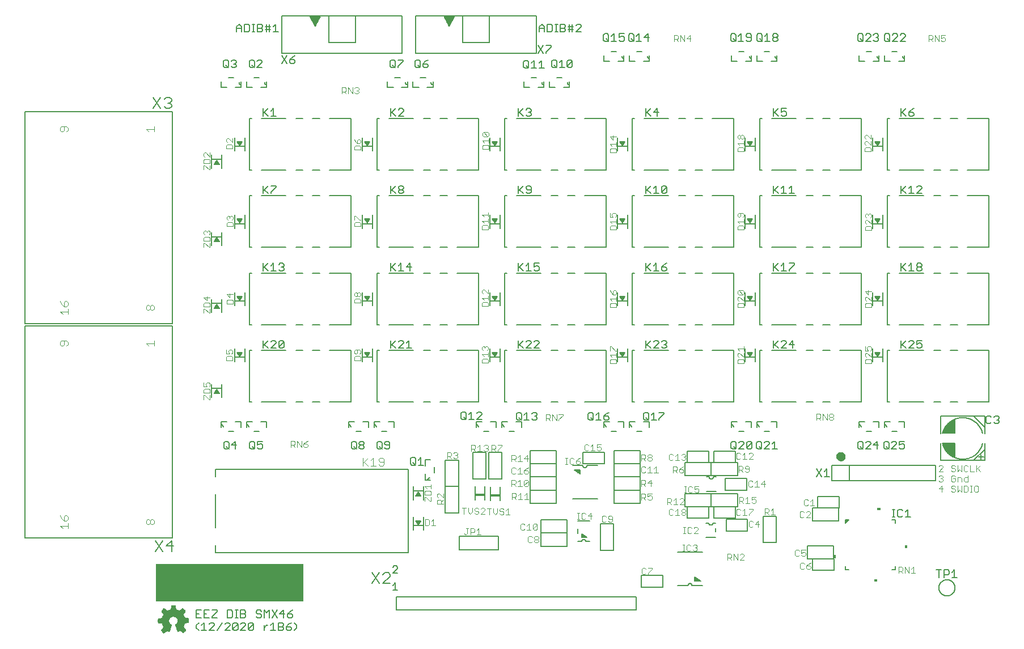
<source format=gto>
G75*
%MOIN*%
%OFA0B0*%
%FSLAX25Y25*%
%IPPOS*%
%LPD*%
%AMOC8*
5,1,8,0,0,1.08239X$1,22.5*
%
%ADD10C,0.00500*%
%ADD11R,0.87000X0.22250*%
%ADD12R,0.01485X0.00015*%
%ADD13R,0.00045X0.00015*%
%ADD14R,0.00105X0.00015*%
%ADD15R,0.00165X0.00015*%
%ADD16R,0.00225X0.00015*%
%ADD17R,0.00285X0.00015*%
%ADD18R,0.00345X0.00015*%
%ADD19R,0.00405X0.00015*%
%ADD20R,0.00435X0.00015*%
%ADD21R,0.00465X0.00015*%
%ADD22R,0.00495X0.00015*%
%ADD23R,0.00540X0.00015*%
%ADD24R,0.00585X0.00015*%
%ADD25R,0.00645X0.00015*%
%ADD26R,0.00150X0.00015*%
%ADD27R,0.00675X0.00015*%
%ADD28R,0.00195X0.00015*%
%ADD29R,0.00705X0.00015*%
%ADD30R,0.00240X0.00015*%
%ADD31R,0.00735X0.00015*%
%ADD32R,0.00270X0.00015*%
%ADD33R,0.00765X0.00015*%
%ADD34R,0.00300X0.00015*%
%ADD35R,0.00810X0.00015*%
%ADD36R,0.00360X0.00015*%
%ADD37R,0.00855X0.00015*%
%ADD38R,0.00435X0.00015*%
%ADD39R,0.00915X0.00015*%
%ADD40R,0.00465X0.00015*%
%ADD41R,0.00945X0.00015*%
%ADD42R,0.00960X0.00015*%
%ADD43R,0.00525X0.00015*%
%ADD44R,0.00990X0.00015*%
%ADD45R,0.00555X0.00015*%
%ADD46R,0.01035X0.00015*%
%ADD47R,0.00600X0.00015*%
%ADD48R,0.01080X0.00015*%
%ADD49R,0.01125X0.00015*%
%ADD50R,0.01170X0.00015*%
%ADD51R,0.00720X0.00015*%
%ADD52R,0.01200X0.00015*%
%ADD53R,0.00750X0.00015*%
%ADD54R,0.01230X0.00015*%
%ADD55R,0.00780X0.00015*%
%ADD56R,0.01260X0.00015*%
%ADD57R,0.00810X0.00015*%
%ADD58R,0.01305X0.00015*%
%ADD59R,0.01365X0.00015*%
%ADD60R,0.00900X0.00015*%
%ADD61R,0.01395X0.00015*%
%ADD62R,0.01440X0.00015*%
%ADD63R,0.01470X0.00015*%
%ADD64R,0.01005X0.00015*%
%ADD65R,0.01500X0.00015*%
%ADD66R,0.01020X0.00015*%
%ADD67R,0.01530X0.00015*%
%ADD68R,0.01065X0.00015*%
%ADD69R,0.01575X0.00015*%
%ADD70R,0.01095X0.00015*%
%ADD71R,0.01635X0.00015*%
%ADD72R,0.01155X0.00015*%
%ADD73R,0.01680X0.00015*%
%ADD74R,0.01200X0.00015*%
%ADD75R,0.01710X0.00015*%
%ADD76R,0.01230X0.00015*%
%ADD77R,0.01725X0.00015*%
%ADD78R,0.01245X0.00015*%
%ADD79R,0.01755X0.00015*%
%ADD80R,0.01275X0.00015*%
%ADD81R,0.01800X0.00015*%
%ADD82R,0.01320X0.00015*%
%ADD83R,0.01860X0.00015*%
%ADD84R,0.01905X0.00015*%
%ADD85R,0.01410X0.00015*%
%ADD86R,0.01935X0.00015*%
%ADD87R,0.01455X0.00015*%
%ADD88R,0.01965X0.00015*%
%ADD89R,0.01485X0.00015*%
%ADD90R,0.01995X0.00015*%
%ADD91R,0.01515X0.00015*%
%ADD92R,0.02040X0.00015*%
%ADD93R,0.01530X0.00015*%
%ADD94R,0.02070X0.00015*%
%ADD95R,0.01575X0.00015*%
%ADD96R,0.02115X0.00015*%
%ADD97R,0.01620X0.00015*%
%ADD98R,0.02160X0.00015*%
%ADD99R,0.01665X0.00015*%
%ADD100R,0.02190X0.00015*%
%ADD101R,0.00075X0.00015*%
%ADD102R,0.01695X0.00015*%
%ADD103R,0.02220X0.00015*%
%ADD104R,0.00105X0.00015*%
%ADD105R,0.02235X0.00015*%
%ADD106R,0.00135X0.00015*%
%ADD107R,0.01755X0.00015*%
%ADD108R,0.02280X0.00015*%
%ADD109R,0.00180X0.00015*%
%ADD110R,0.01785X0.00015*%
%ADD111R,0.02340X0.00015*%
%ADD112R,0.00240X0.00015*%
%ADD113R,0.01830X0.00015*%
%ADD114R,0.02385X0.00015*%
%ADD115R,0.01890X0.00015*%
%ADD116R,0.02415X0.00015*%
%ADD117R,0.00330X0.00015*%
%ADD118R,0.00120X0.00015*%
%ADD119R,0.01920X0.00015*%
%ADD120R,0.02430X0.00015*%
%ADD121R,0.00375X0.00015*%
%ADD122R,0.02460X0.00015*%
%ADD123R,0.00405X0.00015*%
%ADD124R,0.00195X0.00015*%
%ADD125R,0.01965X0.00015*%
%ADD126R,0.02505X0.00015*%
%ADD127R,0.00210X0.00015*%
%ADD128R,0.02010X0.00015*%
%ADD129R,0.02535X0.00015*%
%ADD130R,0.00480X0.00015*%
%ADD131R,0.02580X0.00015*%
%ADD132R,0.00540X0.00015*%
%ADD133R,0.02085X0.00015*%
%ADD134R,0.02625X0.00015*%
%ADD135R,0.02130X0.00015*%
%ADD136R,0.02670X0.00015*%
%ADD137R,0.00630X0.00015*%
%ADD138R,0.02700X0.00015*%
%ADD139R,0.00660X0.00015*%
%ADD140R,0.00450X0.00015*%
%ADD141R,0.02190X0.00015*%
%ADD142R,0.02715X0.00015*%
%ADD143R,0.02205X0.00015*%
%ADD144R,0.02745X0.00015*%
%ADD145R,0.00510X0.00015*%
%ADD146R,0.02235X0.00015*%
%ADD147R,0.02775X0.00015*%
%ADD148R,0.02820X0.00015*%
%ADD149R,0.02310X0.00015*%
%ADD150R,0.02880X0.00015*%
%ADD151R,0.00855X0.00015*%
%ADD152R,0.02355X0.00015*%
%ADD153R,0.02895X0.00015*%
%ADD154R,0.00870X0.00015*%
%ADD155R,0.00660X0.00015*%
%ADD156R,0.02925X0.00015*%
%ADD157R,0.00690X0.00015*%
%ADD158R,0.02970X0.00015*%
%ADD159R,0.03000X0.00015*%
%ADD160R,0.00750X0.00015*%
%ADD161R,0.03045X0.00015*%
%ADD162R,0.01005X0.00015*%
%ADD163R,0.00780X0.00015*%
%ADD164R,0.02505X0.00015*%
%ADD165R,0.03090X0.00015*%
%ADD166R,0.01050X0.00015*%
%ADD167R,0.00825X0.00015*%
%ADD168R,0.02550X0.00015*%
%ADD169R,0.03135X0.00015*%
%ADD170R,0.01095X0.00015*%
%ADD171R,0.00870X0.00015*%
%ADD172R,0.03165X0.00015*%
%ADD173R,0.01125X0.00015*%
%ADD174R,0.02625X0.00015*%
%ADD175R,0.03195X0.00015*%
%ADD176R,0.01140X0.00015*%
%ADD177R,0.00930X0.00015*%
%ADD178R,0.02655X0.00015*%
%ADD179R,0.03210X0.00015*%
%ADD180R,0.00960X0.00015*%
%ADD181R,0.03240X0.00015*%
%ADD182R,0.02700X0.00015*%
%ADD183R,0.03285X0.00015*%
%ADD184R,0.01245X0.00015*%
%ADD185R,0.02745X0.00015*%
%ADD186R,0.03330X0.00015*%
%ADD187R,0.02790X0.00015*%
%ADD188R,0.03360X0.00015*%
%ADD189R,0.01110X0.00015*%
%ADD190R,0.02835X0.00015*%
%ADD191R,0.03390X0.00015*%
%ADD192R,0.01335X0.00015*%
%ADD193R,0.01140X0.00015*%
%ADD194R,0.02865X0.00015*%
%ADD195R,0.03420X0.00015*%
%ADD196R,0.01155X0.00015*%
%ADD197R,0.04905X0.00015*%
%ADD198R,0.04920X0.00015*%
%ADD199R,0.02940X0.00015*%
%ADD200R,0.04950X0.00015*%
%ADD201R,0.02985X0.00015*%
%ADD202R,0.04965X0.00015*%
%ADD203R,0.01275X0.00015*%
%ADD204R,0.03015X0.00015*%
%ADD205R,0.04980X0.00015*%
%ADD206R,0.03045X0.00015*%
%ADD207R,0.05010X0.00015*%
%ADD208R,0.01335X0.00015*%
%ADD209R,0.03075X0.00015*%
%ADD210R,0.01350X0.00015*%
%ADD211R,0.03105X0.00015*%
%ADD212R,0.05040X0.00015*%
%ADD213R,0.01380X0.00015*%
%ADD214R,0.05040X0.00015*%
%ADD215R,0.01410X0.00015*%
%ADD216R,0.03180X0.00015*%
%ADD217R,0.05070X0.00015*%
%ADD218R,0.03225X0.00015*%
%ADD219R,0.03255X0.00015*%
%ADD220R,0.05085X0.00015*%
%ADD221R,0.01515X0.00015*%
%ADD222R,0.03300X0.00015*%
%ADD223R,0.05100X0.00015*%
%ADD224R,0.04935X0.00015*%
%ADD225R,0.05115X0.00015*%
%ADD226R,0.04995X0.00015*%
%ADD227R,0.05130X0.00015*%
%ADD228R,0.05010X0.00015*%
%ADD229R,0.05130X0.00015*%
%ADD230R,0.05010X0.00015*%
%ADD231R,0.05025X0.00015*%
%ADD232R,0.05040X0.00015*%
%ADD233R,0.05055X0.00015*%
%ADD234R,0.05130X0.00015*%
%ADD235R,0.05085X0.00015*%
%ADD236R,0.05115X0.00015*%
%ADD237R,0.05145X0.00015*%
%ADD238R,0.05160X0.00015*%
%ADD239R,0.05130X0.00015*%
%ADD240R,0.05190X0.00015*%
%ADD241R,0.05190X0.00015*%
%ADD242R,0.05205X0.00015*%
%ADD243R,0.05220X0.00015*%
%ADD244R,0.05070X0.00015*%
%ADD245R,0.05085X0.00015*%
%ADD246R,0.05205X0.00015*%
%ADD247R,0.05220X0.00015*%
%ADD248R,0.05055X0.00015*%
%ADD249R,0.05025X0.00015*%
%ADD250R,0.05205X0.00015*%
%ADD251R,0.05025X0.00015*%
%ADD252R,0.05190X0.00015*%
%ADD253R,0.05190X0.00015*%
%ADD254R,0.04995X0.00015*%
%ADD255R,0.05175X0.00015*%
%ADD256R,0.04950X0.00015*%
%ADD257R,0.05145X0.00015*%
%ADD258R,0.05145X0.00015*%
%ADD259R,0.04920X0.00015*%
%ADD260R,0.04905X0.00015*%
%ADD261R,0.04905X0.00015*%
%ADD262R,0.05115X0.00015*%
%ADD263R,0.04890X0.00015*%
%ADD264R,0.04890X0.00015*%
%ADD265R,0.04875X0.00015*%
%ADD266R,0.04845X0.00015*%
%ADD267R,0.04830X0.00015*%
%ADD268R,0.04830X0.00015*%
%ADD269R,0.05070X0.00015*%
%ADD270R,0.04830X0.00015*%
%ADD271R,0.04815X0.00015*%
%ADD272R,0.04800X0.00015*%
%ADD273R,0.04800X0.00015*%
%ADD274R,0.05010X0.00015*%
%ADD275R,0.04785X0.00015*%
%ADD276R,0.04770X0.00015*%
%ADD277R,0.04770X0.00015*%
%ADD278R,0.04755X0.00015*%
%ADD279R,0.04740X0.00015*%
%ADD280R,0.04725X0.00015*%
%ADD281R,0.04725X0.00015*%
%ADD282R,0.04980X0.00015*%
%ADD283R,0.04710X0.00015*%
%ADD284R,0.04725X0.00015*%
%ADD285R,0.04710X0.00015*%
%ADD286R,0.04695X0.00015*%
%ADD287R,0.04680X0.00015*%
%ADD288R,0.04695X0.00015*%
%ADD289R,0.04680X0.00015*%
%ADD290R,0.04905X0.00015*%
%ADD291R,0.04665X0.00015*%
%ADD292R,0.04650X0.00015*%
%ADD293R,0.04635X0.00015*%
%ADD294R,0.04620X0.00015*%
%ADD295R,0.04620X0.00015*%
%ADD296R,0.04890X0.00015*%
%ADD297R,0.04605X0.00015*%
%ADD298R,0.04605X0.00015*%
%ADD299R,0.04590X0.00015*%
%ADD300R,0.04845X0.00015*%
%ADD301R,0.04575X0.00015*%
%ADD302R,0.04590X0.00015*%
%ADD303R,0.04575X0.00015*%
%ADD304R,0.04845X0.00015*%
%ADD305R,0.04560X0.00015*%
%ADD306R,0.04545X0.00015*%
%ADD307R,0.04530X0.00015*%
%ADD308R,0.04515X0.00015*%
%ADD309R,0.04530X0.00015*%
%ADD310R,0.04500X0.00015*%
%ADD311R,0.04515X0.00015*%
%ADD312R,0.04785X0.00015*%
%ADD313R,0.04485X0.00015*%
%ADD314R,0.04755X0.00015*%
%ADD315R,0.04470X0.00015*%
%ADD316R,0.04740X0.00015*%
%ADD317R,0.04485X0.00015*%
%ADD318R,0.04755X0.00015*%
%ADD319R,0.04545X0.00015*%
%ADD320R,0.04695X0.00015*%
%ADD321R,0.04680X0.00015*%
%ADD322R,0.04665X0.00015*%
%ADD323R,0.04725X0.00015*%
%ADD324R,0.04680X0.00015*%
%ADD325R,0.04860X0.00015*%
%ADD326R,0.04740X0.00015*%
%ADD327R,0.04875X0.00015*%
%ADD328R,0.04965X0.00015*%
%ADD329R,0.04860X0.00015*%
%ADD330R,0.04995X0.00015*%
%ADD331R,0.04875X0.00015*%
%ADD332R,0.04980X0.00015*%
%ADD333R,0.05235X0.00015*%
%ADD334R,0.05235X0.00015*%
%ADD335R,0.05250X0.00015*%
%ADD336R,0.05280X0.00015*%
%ADD337R,0.05295X0.00015*%
%ADD338R,0.05325X0.00015*%
%ADD339R,0.05340X0.00015*%
%ADD340R,0.05235X0.00015*%
%ADD341R,0.05355X0.00015*%
%ADD342R,0.05370X0.00015*%
%ADD343R,0.05265X0.00015*%
%ADD344R,0.05370X0.00015*%
%ADD345R,0.05280X0.00015*%
%ADD346R,0.05385X0.00015*%
%ADD347R,0.05295X0.00015*%
%ADD348R,0.05400X0.00015*%
%ADD349R,0.05415X0.00015*%
%ADD350R,0.05310X0.00015*%
%ADD351R,0.05430X0.00015*%
%ADD352R,0.05445X0.00015*%
%ADD353R,0.05460X0.00015*%
%ADD354R,0.05355X0.00015*%
%ADD355R,0.05475X0.00015*%
%ADD356R,0.05505X0.00015*%
%ADD357R,0.05520X0.00015*%
%ADD358R,0.05535X0.00015*%
%ADD359R,0.05550X0.00015*%
%ADD360R,0.05550X0.00015*%
%ADD361R,0.05475X0.00015*%
%ADD362R,0.05490X0.00015*%
%ADD363R,0.05475X0.00015*%
%ADD364R,0.05385X0.00015*%
%ADD365R,0.05370X0.00015*%
%ADD366R,0.05325X0.00015*%
%ADD367R,0.05310X0.00015*%
%ADD368R,0.05265X0.00015*%
%ADD369R,0.05175X0.00015*%
%ADD370R,0.04980X0.00015*%
%ADD371R,0.04965X0.00015*%
%ADD372R,0.04860X0.00015*%
%ADD373R,0.04845X0.00015*%
%ADD374R,0.04815X0.00015*%
%ADD375R,0.04770X0.00015*%
%ADD376R,0.05295X0.00015*%
%ADD377R,0.04635X0.00015*%
%ADD378R,0.05610X0.00015*%
%ADD379R,0.05700X0.00015*%
%ADD380R,0.05760X0.00015*%
%ADD381R,0.05805X0.00015*%
%ADD382R,0.05850X0.00015*%
%ADD383R,0.05895X0.00015*%
%ADD384R,0.06000X0.00015*%
%ADD385R,0.06135X0.00015*%
%ADD386R,0.06225X0.00015*%
%ADD387R,0.06300X0.00015*%
%ADD388R,0.06330X0.00015*%
%ADD389R,0.06375X0.00015*%
%ADD390R,0.06450X0.00015*%
%ADD391R,0.06570X0.00015*%
%ADD392R,0.05565X0.00015*%
%ADD393R,0.06690X0.00015*%
%ADD394R,0.06735X0.00015*%
%ADD395R,0.05790X0.00015*%
%ADD396R,0.06765X0.00015*%
%ADD397R,0.05850X0.00015*%
%ADD398R,0.06780X0.00015*%
%ADD399R,0.05895X0.00015*%
%ADD400R,0.06795X0.00015*%
%ADD401R,0.05955X0.00015*%
%ADD402R,0.06810X0.00015*%
%ADD403R,0.06060X0.00015*%
%ADD404R,0.06195X0.00015*%
%ADD405R,0.06825X0.00015*%
%ADD406R,0.06330X0.00015*%
%ADD407R,0.06840X0.00015*%
%ADD408R,0.06390X0.00015*%
%ADD409R,0.06495X0.00015*%
%ADD410R,0.06840X0.00015*%
%ADD411R,0.06555X0.00015*%
%ADD412R,0.06825X0.00015*%
%ADD413R,0.06645X0.00015*%
%ADD414R,0.06825X0.00015*%
%ADD415R,0.06705X0.00015*%
%ADD416R,0.06705X0.00015*%
%ADD417R,0.06810X0.00015*%
%ADD418R,0.06720X0.00015*%
%ADD419R,0.06795X0.00015*%
%ADD420R,0.06750X0.00015*%
%ADD421R,0.06765X0.00015*%
%ADD422R,0.06795X0.00015*%
%ADD423R,0.06780X0.00015*%
%ADD424R,0.06780X0.00015*%
%ADD425R,0.06750X0.00015*%
%ADD426R,0.06720X0.00015*%
%ADD427R,0.06720X0.00015*%
%ADD428R,0.06705X0.00015*%
%ADD429R,0.06705X0.00015*%
%ADD430R,0.06690X0.00015*%
%ADD431R,0.06675X0.00015*%
%ADD432R,0.06690X0.00015*%
%ADD433R,0.06675X0.00015*%
%ADD434R,0.06675X0.00015*%
%ADD435R,0.06660X0.00015*%
%ADD436R,0.06675X0.00015*%
%ADD437R,0.06660X0.00015*%
%ADD438R,0.06660X0.00015*%
%ADD439R,0.06645X0.00015*%
%ADD440R,0.06630X0.00015*%
%ADD441R,0.06660X0.00015*%
%ADD442R,0.06630X0.00015*%
%ADD443R,0.06645X0.00015*%
%ADD444R,0.06735X0.00015*%
%ADD445R,0.06765X0.00015*%
%ADD446R,0.06780X0.00015*%
%ADD447R,0.06825X0.00015*%
%ADD448R,0.06855X0.00015*%
%ADD449R,0.06855X0.00015*%
%ADD450R,0.06870X0.00015*%
%ADD451R,0.06885X0.00015*%
%ADD452R,0.06525X0.00015*%
%ADD453R,0.06405X0.00015*%
%ADD454R,0.06255X0.00015*%
%ADD455R,0.06165X0.00015*%
%ADD456R,0.06870X0.00015*%
%ADD457R,0.06120X0.00015*%
%ADD458R,0.06885X0.00015*%
%ADD459R,0.06060X0.00015*%
%ADD460R,0.06015X0.00015*%
%ADD461R,0.05910X0.00015*%
%ADD462R,0.05670X0.00015*%
%ADD463R,0.05595X0.00015*%
%ADD464R,0.06585X0.00015*%
%ADD465R,0.05160X0.00015*%
%ADD466R,0.06390X0.00015*%
%ADD467R,0.05025X0.00015*%
%ADD468R,0.06330X0.00015*%
%ADD469R,0.06075X0.00015*%
%ADD470R,0.05820X0.00015*%
%ADD471R,0.05775X0.00015*%
%ADD472R,0.05685X0.00015*%
%ADD473R,0.05460X0.00015*%
%ADD474R,0.04860X0.00015*%
%ADD475R,0.04935X0.00015*%
%ADD476R,0.05160X0.00015*%
%ADD477R,0.05325X0.00015*%
%ADD478R,0.05340X0.00015*%
%ADD479R,0.05355X0.00015*%
%ADD480R,0.05430X0.00015*%
%ADD481R,0.05535X0.00015*%
%ADD482R,0.05595X0.00015*%
%ADD483R,0.05640X0.00015*%
%ADD484R,0.05640X0.00015*%
%ADD485R,0.05670X0.00015*%
%ADD486R,0.05685X0.00015*%
%ADD487R,0.05700X0.00015*%
%ADD488R,0.05715X0.00015*%
%ADD489R,0.05715X0.00015*%
%ADD490R,0.05730X0.00015*%
%ADD491R,0.05745X0.00015*%
%ADD492R,0.05760X0.00015*%
%ADD493R,0.06000X0.00015*%
%ADD494R,0.06105X0.00015*%
%ADD495R,0.06180X0.00015*%
%ADD496R,0.06210X0.00015*%
%ADD497R,0.12690X0.00015*%
%ADD498R,0.12675X0.00015*%
%ADD499R,0.12660X0.00015*%
%ADD500R,0.12660X0.00015*%
%ADD501R,0.12645X0.00015*%
%ADD502R,0.12615X0.00015*%
%ADD503R,0.12600X0.00015*%
%ADD504R,0.12585X0.00015*%
%ADD505R,0.12555X0.00015*%
%ADD506R,0.12540X0.00015*%
%ADD507R,0.12525X0.00015*%
%ADD508R,0.12510X0.00015*%
%ADD509R,0.12510X0.00015*%
%ADD510R,0.12480X0.00015*%
%ADD511R,0.12450X0.00015*%
%ADD512R,0.12435X0.00015*%
%ADD513R,0.12420X0.00015*%
%ADD514R,0.12390X0.00015*%
%ADD515R,0.12375X0.00015*%
%ADD516R,0.12360X0.00015*%
%ADD517R,0.12330X0.00015*%
%ADD518R,0.12300X0.00015*%
%ADD519R,0.12285X0.00015*%
%ADD520R,0.12270X0.00015*%
%ADD521R,0.12255X0.00015*%
%ADD522R,0.12240X0.00015*%
%ADD523R,0.12225X0.00015*%
%ADD524R,0.12195X0.00015*%
%ADD525R,0.12165X0.00015*%
%ADD526R,0.12150X0.00015*%
%ADD527R,0.12135X0.00015*%
%ADD528R,0.12120X0.00015*%
%ADD529R,0.12090X0.00015*%
%ADD530R,0.12075X0.00015*%
%ADD531R,0.12060X0.00015*%
%ADD532R,0.12045X0.00015*%
%ADD533R,0.12015X0.00015*%
%ADD534R,0.12000X0.00015*%
%ADD535R,0.11985X0.00015*%
%ADD536R,0.11955X0.00015*%
%ADD537R,0.11940X0.00015*%
%ADD538R,0.11925X0.00015*%
%ADD539R,0.11910X0.00015*%
%ADD540R,0.11910X0.00015*%
%ADD541R,0.11880X0.00015*%
%ADD542R,0.11850X0.00015*%
%ADD543R,0.11835X0.00015*%
%ADD544R,0.11805X0.00015*%
%ADD545R,0.11775X0.00015*%
%ADD546R,0.11760X0.00015*%
%ADD547R,0.11745X0.00015*%
%ADD548R,0.11730X0.00015*%
%ADD549R,0.11700X0.00015*%
%ADD550R,0.11700X0.00015*%
%ADD551R,0.11685X0.00015*%
%ADD552R,0.11655X0.00015*%
%ADD553R,0.11640X0.00015*%
%ADD554R,0.11625X0.00015*%
%ADD555R,0.11625X0.00015*%
%ADD556R,0.11670X0.00015*%
%ADD557R,0.11715X0.00015*%
%ADD558R,0.11790X0.00015*%
%ADD559R,0.11820X0.00015*%
%ADD560R,0.11820X0.00015*%
%ADD561R,0.11880X0.00015*%
%ADD562R,0.11895X0.00015*%
%ADD563R,0.11970X0.00015*%
%ADD564R,0.12045X0.00015*%
%ADD565R,0.12075X0.00015*%
%ADD566R,0.12105X0.00015*%
%ADD567R,0.12135X0.00015*%
%ADD568R,0.12165X0.00015*%
%ADD569R,0.12180X0.00015*%
%ADD570R,0.12195X0.00015*%
%ADD571R,0.12210X0.00015*%
%ADD572R,0.12225X0.00015*%
%ADD573R,0.12255X0.00015*%
%ADD574R,0.12360X0.00015*%
%ADD575R,0.12390X0.00015*%
%ADD576R,0.12405X0.00015*%
%ADD577R,0.12435X0.00015*%
%ADD578R,0.12480X0.00015*%
%ADD579R,0.12480X0.00015*%
%ADD580R,0.12510X0.00015*%
%ADD581R,0.12570X0.00015*%
%ADD582R,0.12630X0.00015*%
%ADD583R,0.12675X0.00015*%
%ADD584R,0.12705X0.00015*%
%ADD585R,0.12735X0.00015*%
%ADD586R,0.12750X0.00015*%
%ADD587R,0.12780X0.00015*%
%ADD588R,0.12795X0.00015*%
%ADD589R,0.12810X0.00015*%
%ADD590R,0.12840X0.00015*%
%ADD591R,0.12855X0.00015*%
%ADD592R,0.12885X0.00015*%
%ADD593R,0.12900X0.00015*%
%ADD594R,0.12915X0.00015*%
%ADD595R,0.12945X0.00015*%
%ADD596R,0.12960X0.00015*%
%ADD597R,0.12990X0.00015*%
%ADD598R,0.13005X0.00015*%
%ADD599R,0.13020X0.00015*%
%ADD600R,0.13035X0.00015*%
%ADD601R,0.13065X0.00015*%
%ADD602R,0.13080X0.00015*%
%ADD603R,0.13110X0.00015*%
%ADD604R,0.13125X0.00015*%
%ADD605R,0.13155X0.00015*%
%ADD606R,0.13170X0.00015*%
%ADD607R,0.13200X0.00015*%
%ADD608R,0.13230X0.00015*%
%ADD609R,0.13260X0.00015*%
%ADD610R,0.13290X0.00015*%
%ADD611R,0.13320X0.00015*%
%ADD612R,0.13350X0.00015*%
%ADD613R,0.13365X0.00015*%
%ADD614R,0.13395X0.00015*%
%ADD615R,0.13425X0.00015*%
%ADD616R,0.13455X0.00015*%
%ADD617R,0.13470X0.00015*%
%ADD618R,0.13500X0.00015*%
%ADD619R,0.13530X0.00015*%
%ADD620R,0.13560X0.00015*%
%ADD621R,0.13575X0.00015*%
%ADD622R,0.13605X0.00015*%
%ADD623R,0.13635X0.00015*%
%ADD624R,0.13650X0.00015*%
%ADD625R,0.13680X0.00015*%
%ADD626R,0.13695X0.00015*%
%ADD627R,0.13725X0.00015*%
%ADD628R,0.13740X0.00015*%
%ADD629R,0.13770X0.00015*%
%ADD630R,0.13785X0.00015*%
%ADD631R,0.13800X0.00015*%
%ADD632R,0.13830X0.00015*%
%ADD633R,0.13860X0.00015*%
%ADD634R,0.13875X0.00015*%
%ADD635R,0.13905X0.00015*%
%ADD636R,0.13935X0.00015*%
%ADD637R,0.13950X0.00015*%
%ADD638R,0.13980X0.00015*%
%ADD639R,0.14010X0.00015*%
%ADD640R,0.14025X0.00015*%
%ADD641R,0.14055X0.00015*%
%ADD642R,0.14070X0.00015*%
%ADD643R,0.14085X0.00015*%
%ADD644R,0.14115X0.00015*%
%ADD645R,0.14145X0.00015*%
%ADD646R,0.14160X0.00015*%
%ADD647R,0.14190X0.00015*%
%ADD648R,0.14205X0.00015*%
%ADD649R,0.14220X0.00015*%
%ADD650R,0.14235X0.00015*%
%ADD651R,0.14265X0.00015*%
%ADD652R,0.14280X0.00015*%
%ADD653R,0.14295X0.00015*%
%ADD654R,0.14295X0.00015*%
%ADD655R,0.14250X0.00015*%
%ADD656R,0.14205X0.00015*%
%ADD657R,0.14175X0.00015*%
%ADD658R,0.14160X0.00015*%
%ADD659R,0.14130X0.00015*%
%ADD660R,0.14100X0.00015*%
%ADD661R,0.14040X0.00015*%
%ADD662R,0.14010X0.00015*%
%ADD663R,0.03465X0.00015*%
%ADD664R,0.10440X0.00015*%
%ADD665R,0.03420X0.00015*%
%ADD666R,0.10395X0.00015*%
%ADD667R,0.03375X0.00015*%
%ADD668R,0.10335X0.00015*%
%ADD669R,0.03570X0.00015*%
%ADD670R,0.06600X0.00015*%
%ADD671R,0.03525X0.00015*%
%ADD672R,0.03270X0.00015*%
%ADD673R,0.03495X0.00015*%
%ADD674R,0.03210X0.00015*%
%ADD675R,0.06480X0.00015*%
%ADD676R,0.03435X0.00015*%
%ADD677R,0.03165X0.00015*%
%ADD678R,0.03390X0.00015*%
%ADD679R,0.03120X0.00015*%
%ADD680R,0.06315X0.00015*%
%ADD681R,0.03345X0.00015*%
%ADD682R,0.03090X0.00015*%
%ADD683R,0.03075X0.00015*%
%ADD684R,0.06225X0.00015*%
%ADD685R,0.03270X0.00015*%
%ADD686R,0.06180X0.00015*%
%ADD687R,0.02970X0.00015*%
%ADD688R,0.06075X0.00015*%
%ADD689R,0.03195X0.00015*%
%ADD690R,0.02925X0.00015*%
%ADD691R,0.05985X0.00015*%
%ADD692R,0.03135X0.00015*%
%ADD693R,0.02850X0.00015*%
%ADD694R,0.05835X0.00015*%
%ADD695R,0.03030X0.00015*%
%ADD696R,0.02805X0.00015*%
%ADD697R,0.02730X0.00015*%
%ADD698R,0.05625X0.00015*%
%ADD699R,0.02925X0.00015*%
%ADD700R,0.02640X0.00015*%
%ADD701R,0.02595X0.00015*%
%ADD702R,0.02565X0.00015*%
%ADD703R,0.02760X0.00015*%
%ADD704R,0.02520X0.00015*%
%ADD705R,0.02730X0.00015*%
%ADD706R,0.02475X0.00015*%
%ADD707R,0.02685X0.00015*%
%ADD708R,0.02445X0.00015*%
%ADD709R,0.02400X0.00015*%
%ADD710R,0.02370X0.00015*%
%ADD711R,0.02565X0.00015*%
%ADD712R,0.02340X0.00015*%
%ADD713R,0.02325X0.00015*%
%ADD714R,0.02505X0.00015*%
%ADD715R,0.02280X0.00015*%
%ADD716R,0.02460X0.00015*%
%ADD717R,0.04560X0.00015*%
%ADD718R,0.02190X0.00015*%
%ADD719R,0.04440X0.00015*%
%ADD720R,0.02370X0.00015*%
%ADD721R,0.02145X0.00015*%
%ADD722R,0.04365X0.00015*%
%ADD723R,0.04320X0.00015*%
%ADD724R,0.02310X0.00015*%
%ADD725R,0.02100X0.00015*%
%ADD726R,0.04260X0.00015*%
%ADD727R,0.04200X0.00015*%
%ADD728R,0.02265X0.00015*%
%ADD729R,0.02040X0.00015*%
%ADD730R,0.04095X0.00015*%
%ADD731R,0.02220X0.00015*%
%ADD732R,0.03915X0.00015*%
%ADD733R,0.02175X0.00015*%
%ADD734R,0.03765X0.00015*%
%ADD735R,0.03675X0.00015*%
%ADD736R,0.01890X0.00015*%
%ADD737R,0.03615X0.00015*%
%ADD738R,0.02055X0.00015*%
%ADD739R,0.01860X0.00015*%
%ADD740R,0.03555X0.00015*%
%ADD741R,0.01815X0.00015*%
%ADD742R,0.03450X0.00015*%
%ADD743R,0.01725X0.00015*%
%ADD744R,0.03315X0.00015*%
%ADD745R,0.01905X0.00015*%
%ADD746R,0.01680X0.00015*%
%ADD747R,0.01650X0.00015*%
%ADD748R,0.01620X0.00015*%
%ADD749R,0.01590X0.00015*%
%ADD750R,0.01770X0.00015*%
%ADD751R,0.01560X0.00015*%
%ADD752R,0.03240X0.00015*%
%ADD753R,0.01740X0.00015*%
%ADD754R,0.01665X0.00015*%
%ADD755R,0.01455X0.00015*%
%ADD756R,0.01635X0.00015*%
%ADD757R,0.01410X0.00015*%
%ADD758R,0.01395X0.00015*%
%ADD759R,0.01365X0.00015*%
%ADD760R,0.01335X0.00015*%
%ADD761R,0.01290X0.00015*%
%ADD762R,0.03210X0.00015*%
%ADD763R,0.01455X0.00015*%
%ADD764R,0.01185X0.00015*%
%ADD765R,0.01290X0.00015*%
%ADD766R,0.01110X0.00015*%
%ADD767R,0.01260X0.00015*%
%ADD768R,0.03180X0.00015*%
%ADD769R,0.00975X0.00015*%
%ADD770R,0.03150X0.00015*%
%ADD771R,0.00885X0.00015*%
%ADD772R,0.03150X0.00015*%
%ADD773R,0.01050X0.00015*%
%ADD774R,0.00795X0.00015*%
%ADD775R,0.00885X0.00015*%
%ADD776R,0.00690X0.00015*%
%ADD777R,0.00840X0.00015*%
%ADD778R,0.00570X0.00015*%
%ADD779R,0.00525X0.00015*%
%ADD780R,0.03105X0.00015*%
%ADD781R,0.00660X0.00015*%
%ADD782R,0.00615X0.00015*%
%ADD783R,0.00420X0.00015*%
%ADD784R,0.00555X0.00015*%
%ADD785R,0.00390X0.00015*%
%ADD786R,0.00525X0.00015*%
%ADD787R,0.00360X0.00015*%
%ADD788R,0.00495X0.00015*%
%ADD789R,0.03075X0.00015*%
%ADD790R,0.00450X0.00015*%
%ADD791R,0.00225X0.00015*%
%ADD792R,0.00345X0.00015*%
%ADD793R,0.00255X0.00015*%
%ADD794R,0.03060X0.00015*%
%ADD795R,0.00180X0.00015*%
%ADD796R,0.00075X0.00015*%
%ADD797R,0.03000X0.00015*%
%ADD798R,0.02955X0.00015*%
%ADD799R,0.02940X0.00015*%
%ADD800R,0.02940X0.00015*%
%ADD801R,0.02910X0.00015*%
%ADD802R,0.02910X0.00015*%
%ADD803R,0.02865X0.00015*%
%ADD804R,0.02805X0.00015*%
%ADD805R,0.02775X0.00015*%
%ADD806R,0.02760X0.00015*%
%ADD807R,0.02655X0.00015*%
%ADD808R,0.02640X0.00015*%
%ADD809R,0.02610X0.00015*%
%ADD810R,0.02595X0.00015*%
%ADD811R,0.02535X0.00015*%
%ADD812R,0.02475X0.00015*%
%ADD813R,0.02175X0.00015*%
%ADD814R,0.01575X0.00015*%
%ADD815C,0.00400*%
%ADD816C,0.02600*%
%ADD817C,0.00800*%
%ADD818C,0.00700*%
%ADD819C,0.00600*%
%ADD820R,0.05512X0.00787*%
%ADD821R,0.05512X0.01756*%
%ADD822C,0.00100*%
D10*
X0186148Y0080505D02*
X0186148Y0082006D01*
X0187650Y0083508D01*
X0189218Y0082006D02*
X0190719Y0083508D01*
X0190719Y0079004D01*
X0189218Y0079004D02*
X0192220Y0079004D01*
X0193821Y0079004D02*
X0196824Y0082006D01*
X0196824Y0082757D01*
X0196073Y0083508D01*
X0194572Y0083508D01*
X0193821Y0082757D01*
X0193755Y0086504D02*
X0190752Y0086504D01*
X0190752Y0091008D01*
X0193755Y0091008D01*
X0195356Y0091008D02*
X0198359Y0091008D01*
X0198359Y0090257D01*
X0195356Y0087255D01*
X0195356Y0086504D01*
X0198359Y0086504D01*
X0201428Y0083508D02*
X0198425Y0079004D01*
X0196824Y0079004D02*
X0193821Y0079004D01*
X0187650Y0079004D02*
X0186148Y0080505D01*
X0186148Y0086504D02*
X0189151Y0086504D01*
X0187650Y0088756D02*
X0186148Y0088756D01*
X0186148Y0091008D02*
X0186148Y0086504D01*
X0186148Y0091008D02*
X0189151Y0091008D01*
X0190752Y0088756D02*
X0192253Y0088756D01*
X0203029Y0082757D02*
X0203780Y0083508D01*
X0205281Y0083508D01*
X0206032Y0082757D01*
X0206032Y0082006D01*
X0203029Y0079004D01*
X0206032Y0079004D01*
X0207633Y0079755D02*
X0210636Y0082757D01*
X0210636Y0079755D01*
X0209885Y0079004D01*
X0208384Y0079004D01*
X0207633Y0079755D01*
X0207633Y0082757D01*
X0208384Y0083508D01*
X0209885Y0083508D01*
X0210636Y0082757D01*
X0212237Y0082757D02*
X0212988Y0083508D01*
X0214489Y0083508D01*
X0215240Y0082757D01*
X0215240Y0082006D01*
X0212237Y0079004D01*
X0215240Y0079004D01*
X0216841Y0079755D02*
X0219844Y0082757D01*
X0219844Y0079755D01*
X0219093Y0079004D01*
X0217592Y0079004D01*
X0216841Y0079755D01*
X0216841Y0082757D01*
X0217592Y0083508D01*
X0219093Y0083508D01*
X0219844Y0082757D01*
X0222196Y0086504D02*
X0221445Y0087255D01*
X0222196Y0086504D02*
X0223697Y0086504D01*
X0224448Y0087255D01*
X0224448Y0088005D01*
X0223697Y0088756D01*
X0222196Y0088756D01*
X0221445Y0089506D01*
X0221445Y0090257D01*
X0222196Y0091008D01*
X0223697Y0091008D01*
X0224448Y0090257D01*
X0226049Y0091008D02*
X0227550Y0089506D01*
X0229052Y0091008D01*
X0229052Y0086504D01*
X0230653Y0086504D02*
X0233655Y0091008D01*
X0235257Y0088756D02*
X0238259Y0088756D01*
X0239861Y0088756D02*
X0242113Y0088756D01*
X0242863Y0088005D01*
X0242863Y0087255D01*
X0242113Y0086504D01*
X0240611Y0086504D01*
X0239861Y0087255D01*
X0239861Y0088756D01*
X0241362Y0090257D01*
X0242863Y0091008D01*
X0237509Y0091008D02*
X0235257Y0088756D01*
X0233655Y0086504D02*
X0230653Y0091008D01*
X0226049Y0091008D02*
X0226049Y0086504D01*
X0226049Y0082006D02*
X0226049Y0079004D01*
X0226049Y0080505D02*
X0227550Y0082006D01*
X0228301Y0082006D01*
X0229886Y0082006D02*
X0231387Y0083508D01*
X0231387Y0079004D01*
X0229886Y0079004D02*
X0232888Y0079004D01*
X0234489Y0079004D02*
X0236741Y0079004D01*
X0237492Y0079755D01*
X0237492Y0080505D01*
X0236741Y0081256D01*
X0234489Y0081256D01*
X0234489Y0079004D02*
X0234489Y0083508D01*
X0236741Y0083508D01*
X0237492Y0082757D01*
X0237492Y0082006D01*
X0236741Y0081256D01*
X0239093Y0081256D02*
X0240595Y0082757D01*
X0242096Y0083508D01*
X0243697Y0083508D02*
X0245199Y0082006D01*
X0245199Y0080505D01*
X0243697Y0079004D01*
X0242096Y0079755D02*
X0242096Y0080505D01*
X0241345Y0081256D01*
X0239093Y0081256D01*
X0239093Y0079755D01*
X0239844Y0079004D01*
X0241345Y0079004D01*
X0242096Y0079755D01*
X0237509Y0086504D02*
X0237509Y0091008D01*
X0215240Y0090257D02*
X0215240Y0089506D01*
X0214489Y0088756D01*
X0212237Y0088756D01*
X0212237Y0086504D02*
X0212237Y0091008D01*
X0214489Y0091008D01*
X0215240Y0090257D01*
X0214489Y0088756D02*
X0215240Y0088005D01*
X0215240Y0087255D01*
X0214489Y0086504D01*
X0212237Y0086504D01*
X0210669Y0086504D02*
X0209168Y0086504D01*
X0209919Y0086504D02*
X0209919Y0091008D01*
X0210669Y0091008D02*
X0209168Y0091008D01*
X0207567Y0090257D02*
X0206816Y0091008D01*
X0204564Y0091008D01*
X0204564Y0086504D01*
X0206816Y0086504D01*
X0207567Y0087255D01*
X0207567Y0090257D01*
X0301783Y0102982D02*
X0304452Y0102982D01*
X0303118Y0102982D02*
X0303118Y0106986D01*
X0301783Y0105651D01*
X0301783Y0112982D02*
X0304452Y0115651D01*
X0304452Y0116318D01*
X0303785Y0116986D01*
X0302451Y0116986D01*
X0301783Y0116318D01*
X0301783Y0112982D02*
X0304452Y0112982D01*
X0340930Y0126650D02*
X0340930Y0134390D01*
X0363946Y0134390D01*
X0363946Y0126650D01*
X0340930Y0126650D01*
X0340308Y0148202D02*
X0332568Y0148202D01*
X0332568Y0163737D01*
X0340308Y0163737D01*
X0340308Y0148202D01*
X0340308Y0163752D02*
X0332568Y0163752D01*
X0332568Y0179287D01*
X0340308Y0179287D01*
X0340308Y0163752D01*
X0348818Y0168252D02*
X0356558Y0168252D01*
X0356558Y0183787D01*
X0348818Y0183787D01*
X0348818Y0168252D01*
X0358068Y0168252D02*
X0365808Y0168252D01*
X0365808Y0183787D01*
X0358068Y0183787D01*
X0358068Y0168252D01*
X0382420Y0169390D02*
X0382420Y0161650D01*
X0397955Y0161650D01*
X0397955Y0169390D01*
X0382420Y0169390D01*
X0382420Y0169400D02*
X0382420Y0177140D01*
X0397955Y0177140D01*
X0397955Y0169400D01*
X0382420Y0169400D01*
X0382420Y0177150D02*
X0382420Y0184890D01*
X0397955Y0184890D01*
X0397955Y0177150D01*
X0382420Y0177150D01*
X0382420Y0161640D02*
X0382420Y0153900D01*
X0397955Y0153900D01*
X0397955Y0161640D01*
X0382420Y0161640D01*
X0388670Y0144140D02*
X0388670Y0136400D01*
X0404205Y0136400D01*
X0404205Y0144140D01*
X0388670Y0144140D01*
X0388670Y0136390D02*
X0388670Y0128650D01*
X0404205Y0128650D01*
X0404205Y0136390D01*
X0388670Y0136390D01*
X0423818Y0141787D02*
X0423818Y0126252D01*
X0431558Y0126252D01*
X0431558Y0141787D01*
X0423818Y0141787D01*
X0431670Y0153900D02*
X0431670Y0161640D01*
X0447205Y0161640D01*
X0447205Y0153900D01*
X0431670Y0153900D01*
X0431670Y0161650D02*
X0431670Y0169390D01*
X0447205Y0169390D01*
X0447205Y0161650D01*
X0431670Y0161650D01*
X0431670Y0169400D02*
X0431670Y0177140D01*
X0447205Y0177140D01*
X0447205Y0169400D01*
X0431670Y0169400D01*
X0431670Y0177150D02*
X0431670Y0184890D01*
X0447205Y0184890D01*
X0447205Y0177150D01*
X0431670Y0177150D01*
X0425987Y0177150D02*
X0425987Y0183890D01*
X0413388Y0183890D01*
X0413388Y0177150D01*
X0425987Y0177150D01*
X0426546Y0202770D02*
X0425796Y0203520D01*
X0425796Y0205022D01*
X0428047Y0205022D01*
X0428798Y0204271D01*
X0428798Y0203520D01*
X0428047Y0202770D01*
X0426546Y0202770D01*
X0424194Y0202770D02*
X0421192Y0202770D01*
X0422693Y0202770D02*
X0422693Y0207274D01*
X0421192Y0205772D01*
X0419590Y0206523D02*
X0419590Y0203520D01*
X0418840Y0202770D01*
X0417338Y0202770D01*
X0416588Y0203520D01*
X0416588Y0206523D01*
X0417338Y0207274D01*
X0418840Y0207274D01*
X0419590Y0206523D01*
X0418089Y0204271D02*
X0419590Y0202770D01*
X0425796Y0205022D02*
X0427297Y0206523D01*
X0428798Y0207274D01*
X0449088Y0206523D02*
X0449088Y0203520D01*
X0449838Y0202770D01*
X0451340Y0202770D01*
X0452090Y0203520D01*
X0452090Y0206523D01*
X0451340Y0207274D01*
X0449838Y0207274D01*
X0449088Y0206523D01*
X0450589Y0204271D02*
X0452090Y0202770D01*
X0453692Y0202770D02*
X0456694Y0202770D01*
X0455193Y0202770D02*
X0455193Y0207274D01*
X0453692Y0205772D01*
X0458296Y0207274D02*
X0461298Y0207274D01*
X0461298Y0206523D01*
X0458296Y0203520D01*
X0458296Y0202770D01*
X0474888Y0184640D02*
X0487487Y0184640D01*
X0487487Y0177900D01*
X0474888Y0177900D01*
X0474888Y0184640D01*
X0473420Y0177890D02*
X0473420Y0170150D01*
X0488955Y0170150D01*
X0488955Y0177890D01*
X0473420Y0177890D01*
X0486238Y0169320D02*
X0487738Y0169320D01*
X0487740Y0169251D01*
X0487746Y0169183D01*
X0487756Y0169115D01*
X0487769Y0169048D01*
X0487787Y0168982D01*
X0487808Y0168917D01*
X0487833Y0168853D01*
X0487861Y0168791D01*
X0487893Y0168730D01*
X0487928Y0168671D01*
X0487967Y0168615D01*
X0488009Y0168560D01*
X0488054Y0168509D01*
X0488102Y0168459D01*
X0488152Y0168413D01*
X0488205Y0168370D01*
X0488261Y0168329D01*
X0488318Y0168292D01*
X0488378Y0168259D01*
X0488440Y0168228D01*
X0488503Y0168202D01*
X0488567Y0168179D01*
X0488633Y0168159D01*
X0488700Y0168144D01*
X0488767Y0168132D01*
X0488835Y0168124D01*
X0488904Y0168120D01*
X0488972Y0168120D01*
X0489041Y0168124D01*
X0489109Y0168132D01*
X0489176Y0168144D01*
X0489243Y0168159D01*
X0489309Y0168179D01*
X0489373Y0168202D01*
X0489436Y0168228D01*
X0489498Y0168259D01*
X0489558Y0168292D01*
X0489615Y0168329D01*
X0489671Y0168370D01*
X0489724Y0168413D01*
X0489774Y0168459D01*
X0489822Y0168509D01*
X0489867Y0168560D01*
X0489909Y0168615D01*
X0489948Y0168671D01*
X0489983Y0168730D01*
X0490015Y0168791D01*
X0490043Y0168853D01*
X0490068Y0168917D01*
X0490089Y0168982D01*
X0490107Y0169048D01*
X0490120Y0169115D01*
X0490130Y0169183D01*
X0490136Y0169251D01*
X0490138Y0169320D01*
X0491638Y0169320D01*
X0488920Y0170150D02*
X0488920Y0177890D01*
X0504455Y0177890D01*
X0504455Y0170150D01*
X0488920Y0170150D01*
X0497138Y0168390D02*
X0497138Y0161650D01*
X0509737Y0161650D01*
X0509737Y0168390D01*
X0497138Y0168390D01*
X0491638Y0160720D02*
X0486238Y0160720D01*
X0488920Y0159640D02*
X0504455Y0159640D01*
X0504455Y0151900D01*
X0488920Y0151900D01*
X0488920Y0159640D01*
X0488955Y0159640D02*
X0488955Y0151900D01*
X0473420Y0151900D01*
X0473420Y0159640D01*
X0488955Y0159640D01*
X0490388Y0151890D02*
X0490388Y0145150D01*
X0502987Y0145150D01*
X0502987Y0151890D01*
X0490388Y0151890D01*
X0487487Y0151890D02*
X0487487Y0145150D01*
X0474888Y0145150D01*
X0474888Y0151890D01*
X0487487Y0151890D01*
X0497638Y0144390D02*
X0497638Y0137650D01*
X0510237Y0137650D01*
X0510237Y0144390D01*
X0497638Y0144390D01*
X0519318Y0146287D02*
X0519318Y0130752D01*
X0527058Y0130752D01*
X0527058Y0146287D01*
X0519318Y0146287D01*
X0548420Y0143400D02*
X0548420Y0151140D01*
X0563955Y0151140D01*
X0563955Y0143400D01*
X0548420Y0143400D01*
X0551388Y0151150D02*
X0551388Y0157890D01*
X0563987Y0157890D01*
X0563987Y0151150D01*
X0551388Y0151150D01*
X0550730Y0169520D02*
X0553732Y0174024D01*
X0555334Y0172522D02*
X0556835Y0174024D01*
X0556835Y0169520D01*
X0555334Y0169520D02*
X0558336Y0169520D01*
X0553732Y0169520D02*
X0550730Y0174024D01*
X0527798Y0185770D02*
X0524796Y0185770D01*
X0526297Y0185770D02*
X0526297Y0190274D01*
X0524796Y0188772D01*
X0523194Y0188772D02*
X0520192Y0185770D01*
X0523194Y0185770D01*
X0523194Y0188772D02*
X0523194Y0189523D01*
X0522444Y0190274D01*
X0520942Y0190274D01*
X0520192Y0189523D01*
X0518590Y0189523D02*
X0518590Y0186520D01*
X0517840Y0185770D01*
X0516338Y0185770D01*
X0515588Y0186520D01*
X0515588Y0189523D01*
X0516338Y0190274D01*
X0517840Y0190274D01*
X0518590Y0189523D01*
X0517089Y0187271D02*
X0518590Y0185770D01*
X0512798Y0186520D02*
X0512798Y0189523D01*
X0509796Y0186520D01*
X0510546Y0185770D01*
X0512047Y0185770D01*
X0512798Y0186520D01*
X0509796Y0186520D02*
X0509796Y0189523D01*
X0510546Y0190274D01*
X0512047Y0190274D01*
X0512798Y0189523D01*
X0508194Y0189523D02*
X0507444Y0190274D01*
X0505942Y0190274D01*
X0505192Y0189523D01*
X0503590Y0189523D02*
X0503590Y0186520D01*
X0502840Y0185770D01*
X0501338Y0185770D01*
X0500588Y0186520D01*
X0500588Y0189523D01*
X0501338Y0190274D01*
X0502840Y0190274D01*
X0503590Y0189523D01*
X0502089Y0187271D02*
X0503590Y0185770D01*
X0502987Y0184640D02*
X0502987Y0177900D01*
X0490388Y0177900D01*
X0490388Y0184640D01*
X0502987Y0184640D01*
X0505192Y0185770D02*
X0508194Y0188772D01*
X0508194Y0189523D01*
X0508194Y0185770D02*
X0505192Y0185770D01*
X0575088Y0186520D02*
X0575838Y0185770D01*
X0577340Y0185770D01*
X0578090Y0186520D01*
X0578090Y0189523D01*
X0577340Y0190274D01*
X0575838Y0190274D01*
X0575088Y0189523D01*
X0575088Y0186520D01*
X0576589Y0187271D02*
X0578090Y0185770D01*
X0579692Y0185770D02*
X0582694Y0188772D01*
X0582694Y0189523D01*
X0581944Y0190274D01*
X0580442Y0190274D01*
X0579692Y0189523D01*
X0579692Y0185770D02*
X0582694Y0185770D01*
X0584296Y0188022D02*
X0587298Y0188022D01*
X0586547Y0190274D02*
X0584296Y0188022D01*
X0586547Y0185770D02*
X0586547Y0190274D01*
X0590338Y0189523D02*
X0591088Y0190274D01*
X0592590Y0190274D01*
X0593340Y0189523D01*
X0593340Y0186520D01*
X0592590Y0185770D01*
X0591088Y0185770D01*
X0590338Y0186520D01*
X0590338Y0189523D01*
X0591839Y0187271D02*
X0593340Y0185770D01*
X0594942Y0185770D02*
X0597944Y0188772D01*
X0597944Y0189523D01*
X0597194Y0190274D01*
X0595692Y0190274D01*
X0594942Y0189523D01*
X0594942Y0185770D02*
X0597944Y0185770D01*
X0599546Y0186520D02*
X0600296Y0185770D01*
X0601797Y0185770D01*
X0602548Y0186520D01*
X0602548Y0188022D01*
X0601797Y0188772D01*
X0601047Y0188772D01*
X0599546Y0188022D01*
X0599546Y0190274D01*
X0602548Y0190274D01*
X0624938Y0189020D02*
X0625434Y0187468D01*
X0626138Y0185998D01*
X0627036Y0184638D01*
X0628112Y0183414D01*
X0629345Y0182348D01*
X0630712Y0181461D01*
X0632188Y0180770D01*
X0632188Y0189020D01*
X0624938Y0189020D01*
X0625055Y0188653D02*
X0632188Y0188653D01*
X0632188Y0188155D02*
X0625214Y0188155D01*
X0625374Y0187656D02*
X0632188Y0187656D01*
X0632188Y0187158D02*
X0625582Y0187158D01*
X0625821Y0186659D02*
X0632188Y0186659D01*
X0632188Y0186161D02*
X0626060Y0186161D01*
X0626360Y0185662D02*
X0632188Y0185662D01*
X0632188Y0185164D02*
X0626689Y0185164D01*
X0627018Y0184665D02*
X0632188Y0184665D01*
X0632188Y0184167D02*
X0627451Y0184167D01*
X0627889Y0183668D02*
X0632188Y0183668D01*
X0632188Y0183170D02*
X0628395Y0183170D01*
X0628972Y0182671D02*
X0632188Y0182671D01*
X0632188Y0182173D02*
X0629616Y0182173D01*
X0630384Y0181674D02*
X0632188Y0181674D01*
X0632188Y0181176D02*
X0631321Y0181176D01*
X0624938Y0189019D02*
X0625011Y0188733D01*
X0625092Y0188449D01*
X0625179Y0188167D01*
X0625274Y0187887D01*
X0625375Y0187609D01*
X0625483Y0187335D01*
X0625598Y0187062D01*
X0625719Y0186793D01*
X0625847Y0186527D01*
X0625981Y0186264D01*
X0626122Y0186004D01*
X0626269Y0185748D01*
X0626422Y0185495D01*
X0626581Y0185246D01*
X0626747Y0185001D01*
X0626918Y0184761D01*
X0627095Y0184524D01*
X0627278Y0184292D01*
X0627466Y0184065D01*
X0627660Y0183842D01*
X0627859Y0183624D01*
X0628064Y0183411D01*
X0628274Y0183203D01*
X0628488Y0183000D01*
X0628708Y0182802D01*
X0628932Y0182610D01*
X0629161Y0182424D01*
X0629395Y0182243D01*
X0629633Y0182067D01*
X0629875Y0181898D01*
X0630121Y0181735D01*
X0630371Y0181577D01*
X0630625Y0181426D01*
X0630882Y0181281D01*
X0631143Y0181143D01*
X0631407Y0181011D01*
X0631674Y0180885D01*
X0631945Y0180766D01*
X0632218Y0180653D01*
X0632494Y0180547D01*
X0632772Y0180448D01*
X0633053Y0180356D01*
X0633335Y0180271D01*
X0633620Y0180192D01*
X0633907Y0180121D01*
X0634195Y0180057D01*
X0634485Y0179999D01*
X0634776Y0179949D01*
X0635068Y0179906D01*
X0635361Y0179870D01*
X0635655Y0179841D01*
X0635950Y0179820D01*
X0636245Y0179805D01*
X0636540Y0179798D01*
X0636836Y0179798D01*
X0637131Y0179805D01*
X0637426Y0179820D01*
X0637721Y0179841D01*
X0638015Y0179870D01*
X0638308Y0179906D01*
X0638600Y0179949D01*
X0638891Y0179999D01*
X0639181Y0180057D01*
X0639469Y0180121D01*
X0639756Y0180192D01*
X0640041Y0180271D01*
X0640323Y0180356D01*
X0640604Y0180448D01*
X0640882Y0180547D01*
X0641158Y0180653D01*
X0641431Y0180766D01*
X0641702Y0180885D01*
X0641969Y0181011D01*
X0642233Y0181143D01*
X0642494Y0181281D01*
X0642751Y0181426D01*
X0643005Y0181577D01*
X0643255Y0181735D01*
X0643501Y0181898D01*
X0643743Y0182067D01*
X0643981Y0182243D01*
X0644215Y0182424D01*
X0644444Y0182610D01*
X0644668Y0182802D01*
X0644888Y0183000D01*
X0645102Y0183203D01*
X0645312Y0183411D01*
X0645517Y0183624D01*
X0645716Y0183842D01*
X0645910Y0184065D01*
X0646098Y0184292D01*
X0646281Y0184524D01*
X0646458Y0184761D01*
X0646629Y0185001D01*
X0646795Y0185246D01*
X0646954Y0185495D01*
X0647107Y0185748D01*
X0647254Y0186004D01*
X0647395Y0186264D01*
X0647529Y0186527D01*
X0647657Y0186793D01*
X0647778Y0187062D01*
X0647893Y0187335D01*
X0648001Y0187609D01*
X0648102Y0187887D01*
X0648197Y0188167D01*
X0648284Y0188449D01*
X0648365Y0188733D01*
X0648438Y0189019D01*
X0648438Y0195020D02*
X0648365Y0195306D01*
X0648284Y0195590D01*
X0648197Y0195872D01*
X0648102Y0196152D01*
X0648001Y0196430D01*
X0647893Y0196704D01*
X0647778Y0196977D01*
X0647657Y0197246D01*
X0647529Y0197512D01*
X0647395Y0197775D01*
X0647254Y0198035D01*
X0647107Y0198291D01*
X0646954Y0198544D01*
X0646795Y0198793D01*
X0646629Y0199038D01*
X0646458Y0199278D01*
X0646281Y0199515D01*
X0646098Y0199747D01*
X0645910Y0199974D01*
X0645716Y0200197D01*
X0645517Y0200415D01*
X0645312Y0200628D01*
X0645102Y0200836D01*
X0644888Y0201039D01*
X0644668Y0201237D01*
X0644444Y0201429D01*
X0644215Y0201615D01*
X0643981Y0201796D01*
X0643743Y0201972D01*
X0643501Y0202141D01*
X0643255Y0202304D01*
X0643005Y0202462D01*
X0642751Y0202613D01*
X0642494Y0202758D01*
X0642233Y0202896D01*
X0641969Y0203028D01*
X0641702Y0203154D01*
X0641431Y0203273D01*
X0641158Y0203386D01*
X0640882Y0203492D01*
X0640604Y0203591D01*
X0640323Y0203683D01*
X0640041Y0203768D01*
X0639756Y0203847D01*
X0639469Y0203918D01*
X0639181Y0203982D01*
X0638891Y0204040D01*
X0638600Y0204090D01*
X0638308Y0204133D01*
X0638015Y0204169D01*
X0637721Y0204198D01*
X0637426Y0204219D01*
X0637131Y0204234D01*
X0636836Y0204241D01*
X0636540Y0204241D01*
X0636245Y0204234D01*
X0635950Y0204219D01*
X0635655Y0204198D01*
X0635361Y0204169D01*
X0635068Y0204133D01*
X0634776Y0204090D01*
X0634485Y0204040D01*
X0634195Y0203982D01*
X0633907Y0203918D01*
X0633620Y0203847D01*
X0633335Y0203768D01*
X0633053Y0203683D01*
X0632772Y0203591D01*
X0632494Y0203492D01*
X0632218Y0203386D01*
X0631945Y0203273D01*
X0631674Y0203154D01*
X0631407Y0203028D01*
X0631143Y0202896D01*
X0630882Y0202758D01*
X0630625Y0202613D01*
X0630371Y0202462D01*
X0630121Y0202304D01*
X0629875Y0202141D01*
X0629633Y0201972D01*
X0629395Y0201796D01*
X0629161Y0201615D01*
X0628932Y0201429D01*
X0628708Y0201237D01*
X0628488Y0201039D01*
X0628274Y0200836D01*
X0628064Y0200628D01*
X0627859Y0200415D01*
X0627660Y0200197D01*
X0627466Y0199974D01*
X0627278Y0199747D01*
X0627095Y0199515D01*
X0626918Y0199278D01*
X0626747Y0199038D01*
X0626581Y0198793D01*
X0626422Y0198544D01*
X0626269Y0198291D01*
X0626122Y0198035D01*
X0625981Y0197775D01*
X0625847Y0197512D01*
X0625719Y0197246D01*
X0625598Y0196977D01*
X0625483Y0196704D01*
X0625375Y0196430D01*
X0625274Y0196152D01*
X0625179Y0195872D01*
X0625092Y0195590D01*
X0625011Y0195306D01*
X0624938Y0195020D01*
X0625434Y0196572D01*
X0626138Y0198042D01*
X0627036Y0199401D01*
X0628112Y0200625D01*
X0629345Y0201691D01*
X0630712Y0202578D01*
X0632188Y0203270D01*
X0632188Y0195020D01*
X0624938Y0195020D01*
X0624974Y0195134D02*
X0632188Y0195134D01*
X0632188Y0195633D02*
X0625134Y0195633D01*
X0625293Y0196131D02*
X0632188Y0196131D01*
X0632188Y0196630D02*
X0625462Y0196630D01*
X0625701Y0197128D02*
X0632188Y0197128D01*
X0632188Y0197627D02*
X0625939Y0197627D01*
X0626193Y0198125D02*
X0632188Y0198125D01*
X0632188Y0198624D02*
X0626523Y0198624D01*
X0626852Y0199122D02*
X0632188Y0199122D01*
X0632188Y0199621D02*
X0627229Y0199621D01*
X0627667Y0200119D02*
X0632188Y0200119D01*
X0632188Y0200618D02*
X0628105Y0200618D01*
X0628680Y0201116D02*
X0632188Y0201116D01*
X0632188Y0201615D02*
X0629257Y0201615D01*
X0629996Y0202113D02*
X0632188Y0202113D01*
X0632188Y0202612D02*
X0630784Y0202612D01*
X0631848Y0203110D02*
X0632188Y0203110D01*
X0650538Y0204423D02*
X0650538Y0201420D01*
X0651288Y0200670D01*
X0652790Y0200670D01*
X0653540Y0201420D01*
X0655142Y0201420D02*
X0655892Y0200670D01*
X0657394Y0200670D01*
X0658144Y0201420D01*
X0658144Y0202171D01*
X0657394Y0202922D01*
X0656643Y0202922D01*
X0657394Y0202922D02*
X0658144Y0203672D01*
X0658144Y0204423D01*
X0657394Y0205174D01*
X0655892Y0205174D01*
X0655142Y0204423D01*
X0653540Y0204423D02*
X0652790Y0205174D01*
X0651288Y0205174D01*
X0650538Y0204423D01*
X0611897Y0245020D02*
X0610396Y0245020D01*
X0609646Y0245770D01*
X0609646Y0247272D02*
X0611147Y0248022D01*
X0611897Y0248022D01*
X0612648Y0247272D01*
X0612648Y0245770D01*
X0611897Y0245020D01*
X0609646Y0247272D02*
X0609646Y0249524D01*
X0612648Y0249524D01*
X0608044Y0248773D02*
X0607294Y0249524D01*
X0605792Y0249524D01*
X0605042Y0248773D01*
X0603440Y0249524D02*
X0600438Y0246521D01*
X0601188Y0247272D02*
X0603440Y0245020D01*
X0605042Y0245020D02*
X0608044Y0248022D01*
X0608044Y0248773D01*
X0608044Y0245020D02*
X0605042Y0245020D01*
X0600438Y0245020D02*
X0600438Y0249524D01*
X0600438Y0290520D02*
X0600438Y0295024D01*
X0601188Y0292772D02*
X0603440Y0290520D01*
X0605042Y0290520D02*
X0608044Y0290520D01*
X0606543Y0290520D02*
X0606543Y0295024D01*
X0605042Y0293522D01*
X0603440Y0295024D02*
X0600438Y0292021D01*
X0609646Y0292021D02*
X0609646Y0291270D01*
X0610396Y0290520D01*
X0611897Y0290520D01*
X0612648Y0291270D01*
X0612648Y0292021D01*
X0611897Y0292772D01*
X0610396Y0292772D01*
X0609646Y0293522D01*
X0609646Y0294273D01*
X0610396Y0295024D01*
X0611897Y0295024D01*
X0612648Y0294273D01*
X0612648Y0293522D01*
X0611897Y0292772D01*
X0610396Y0292772D02*
X0609646Y0292021D01*
X0609646Y0336020D02*
X0612648Y0339022D01*
X0612648Y0339773D01*
X0611897Y0340524D01*
X0610396Y0340524D01*
X0609646Y0339773D01*
X0606543Y0340524D02*
X0606543Y0336020D01*
X0605042Y0336020D02*
X0608044Y0336020D01*
X0609646Y0336020D02*
X0612648Y0336020D01*
X0606543Y0340524D02*
X0605042Y0339022D01*
X0603440Y0340524D02*
X0600438Y0337521D01*
X0601188Y0338272D02*
X0603440Y0336020D01*
X0600438Y0336020D02*
X0600438Y0340524D01*
X0600438Y0381520D02*
X0600438Y0386024D01*
X0601188Y0383772D02*
X0603440Y0381520D01*
X0605042Y0382270D02*
X0605792Y0381520D01*
X0607294Y0381520D01*
X0608044Y0382270D01*
X0608044Y0383021D01*
X0607294Y0383772D01*
X0605042Y0383772D01*
X0605042Y0382270D01*
X0605042Y0383772D02*
X0606543Y0385273D01*
X0608044Y0386024D01*
X0603440Y0386024D02*
X0600438Y0383021D01*
X0600046Y0425520D02*
X0603048Y0428522D01*
X0603048Y0429273D01*
X0602297Y0430024D01*
X0600796Y0430024D01*
X0600046Y0429273D01*
X0598444Y0429273D02*
X0597694Y0430024D01*
X0596192Y0430024D01*
X0595442Y0429273D01*
X0593840Y0429273D02*
X0593840Y0426270D01*
X0593090Y0425520D01*
X0591588Y0425520D01*
X0590838Y0426270D01*
X0590838Y0429273D01*
X0591588Y0430024D01*
X0593090Y0430024D01*
X0593840Y0429273D01*
X0592339Y0427021D02*
X0593840Y0425520D01*
X0595442Y0425520D02*
X0598444Y0428522D01*
X0598444Y0429273D01*
X0598444Y0425520D02*
X0595442Y0425520D01*
X0600046Y0425520D02*
X0603048Y0425520D01*
X0587298Y0426270D02*
X0586547Y0425520D01*
X0585046Y0425520D01*
X0584296Y0426270D01*
X0582694Y0425520D02*
X0579692Y0425520D01*
X0582694Y0428522D01*
X0582694Y0429273D01*
X0581944Y0430024D01*
X0580442Y0430024D01*
X0579692Y0429273D01*
X0578090Y0429273D02*
X0578090Y0426270D01*
X0577340Y0425520D01*
X0575838Y0425520D01*
X0575088Y0426270D01*
X0575088Y0429273D01*
X0575838Y0430024D01*
X0577340Y0430024D01*
X0578090Y0429273D01*
X0576589Y0427021D02*
X0578090Y0425520D01*
X0584296Y0429273D02*
X0585046Y0430024D01*
X0586547Y0430024D01*
X0587298Y0429273D01*
X0587298Y0428522D01*
X0586547Y0427772D01*
X0587298Y0427021D01*
X0587298Y0426270D01*
X0586547Y0427772D02*
X0585797Y0427772D01*
X0528048Y0427021D02*
X0528048Y0426270D01*
X0527297Y0425520D01*
X0525796Y0425520D01*
X0525046Y0426270D01*
X0525046Y0427021D01*
X0525796Y0427772D01*
X0527297Y0427772D01*
X0528048Y0427021D01*
X0527297Y0427772D02*
X0528048Y0428522D01*
X0528048Y0429273D01*
X0527297Y0430024D01*
X0525796Y0430024D01*
X0525046Y0429273D01*
X0525046Y0428522D01*
X0525796Y0427772D01*
X0523444Y0425520D02*
X0520442Y0425520D01*
X0521943Y0425520D02*
X0521943Y0430024D01*
X0520442Y0428522D01*
X0518840Y0429273D02*
X0518840Y0426270D01*
X0518090Y0425520D01*
X0516588Y0425520D01*
X0515838Y0426270D01*
X0515838Y0429273D01*
X0516588Y0430024D01*
X0518090Y0430024D01*
X0518840Y0429273D01*
X0517339Y0427021D02*
X0518840Y0425520D01*
X0512548Y0426270D02*
X0512548Y0429273D01*
X0511797Y0430024D01*
X0510296Y0430024D01*
X0509546Y0429273D01*
X0509546Y0428522D01*
X0510296Y0427772D01*
X0512548Y0427772D01*
X0512548Y0426270D02*
X0511797Y0425520D01*
X0510296Y0425520D01*
X0509546Y0426270D01*
X0507944Y0425520D02*
X0504942Y0425520D01*
X0506443Y0425520D02*
X0506443Y0430024D01*
X0504942Y0428522D01*
X0503340Y0429273D02*
X0503340Y0426270D01*
X0502590Y0425520D01*
X0501088Y0425520D01*
X0500338Y0426270D01*
X0500338Y0429273D01*
X0501088Y0430024D01*
X0502590Y0430024D01*
X0503340Y0429273D01*
X0501839Y0427021D02*
X0503340Y0425520D01*
X0525438Y0386024D02*
X0525438Y0381520D01*
X0525438Y0383021D02*
X0528440Y0386024D01*
X0530042Y0386024D02*
X0530042Y0383772D01*
X0531543Y0384522D01*
X0532294Y0384522D01*
X0533044Y0383772D01*
X0533044Y0382270D01*
X0532294Y0381520D01*
X0530792Y0381520D01*
X0530042Y0382270D01*
X0528440Y0381520D02*
X0526188Y0383772D01*
X0530042Y0386024D02*
X0533044Y0386024D01*
X0531543Y0340524D02*
X0531543Y0336020D01*
X0530042Y0336020D02*
X0533044Y0336020D01*
X0534646Y0336020D02*
X0537648Y0336020D01*
X0536147Y0336020D02*
X0536147Y0340524D01*
X0534646Y0339022D01*
X0531543Y0340524D02*
X0530042Y0339022D01*
X0528440Y0340524D02*
X0525438Y0337521D01*
X0526188Y0338272D02*
X0528440Y0336020D01*
X0525438Y0336020D02*
X0525438Y0340524D01*
X0462648Y0339773D02*
X0459646Y0336770D01*
X0460396Y0336020D01*
X0461897Y0336020D01*
X0462648Y0336770D01*
X0462648Y0339773D01*
X0461897Y0340524D01*
X0460396Y0340524D01*
X0459646Y0339773D01*
X0459646Y0336770D01*
X0458044Y0336020D02*
X0455042Y0336020D01*
X0456543Y0336020D02*
X0456543Y0340524D01*
X0455042Y0339022D01*
X0453440Y0340524D02*
X0450438Y0337521D01*
X0451188Y0338272D02*
X0453440Y0336020D01*
X0450438Y0336020D02*
X0450438Y0340524D01*
X0450438Y0381520D02*
X0450438Y0386024D01*
X0451188Y0383772D02*
X0453440Y0381520D01*
X0455042Y0383772D02*
X0458044Y0383772D01*
X0457294Y0386024D02*
X0455042Y0383772D01*
X0453440Y0386024D02*
X0450438Y0383021D01*
X0457294Y0381520D02*
X0457294Y0386024D01*
X0407298Y0410770D02*
X0406547Y0410020D01*
X0405046Y0410020D01*
X0404296Y0410770D01*
X0407298Y0413773D01*
X0407298Y0410770D01*
X0404296Y0410770D02*
X0404296Y0413773D01*
X0405046Y0414524D01*
X0406547Y0414524D01*
X0407298Y0413773D01*
X0402694Y0410020D02*
X0399692Y0410020D01*
X0401193Y0410020D02*
X0401193Y0414524D01*
X0399692Y0413022D01*
X0398090Y0413773D02*
X0398090Y0410770D01*
X0397340Y0410020D01*
X0395838Y0410020D01*
X0395088Y0410770D01*
X0395088Y0413773D01*
X0395838Y0414524D01*
X0397340Y0414524D01*
X0398090Y0413773D01*
X0396589Y0411521D02*
X0398090Y0410020D01*
X0390798Y0409770D02*
X0387796Y0409770D01*
X0389297Y0409770D02*
X0389297Y0414274D01*
X0387796Y0412772D01*
X0386194Y0409770D02*
X0383192Y0409770D01*
X0384693Y0409770D02*
X0384693Y0414274D01*
X0383192Y0412772D01*
X0381590Y0413523D02*
X0381590Y0410520D01*
X0380840Y0409770D01*
X0379338Y0409770D01*
X0378588Y0410520D01*
X0378588Y0413523D01*
X0379338Y0414274D01*
X0380840Y0414274D01*
X0381590Y0413523D01*
X0380089Y0411271D02*
X0381590Y0409770D01*
X0387093Y0418539D02*
X0390096Y0423043D01*
X0391697Y0423043D02*
X0394700Y0423043D01*
X0394700Y0422293D01*
X0391697Y0419290D01*
X0391697Y0418539D01*
X0390096Y0418539D02*
X0387093Y0423043D01*
X0387938Y0431020D02*
X0387938Y0434022D01*
X0389439Y0435524D01*
X0390940Y0434022D01*
X0390940Y0431020D01*
X0392542Y0431020D02*
X0394794Y0431020D01*
X0395544Y0431770D01*
X0395544Y0434773D01*
X0394794Y0435524D01*
X0392542Y0435524D01*
X0392542Y0431020D01*
X0390940Y0433272D02*
X0387938Y0433272D01*
X0397146Y0435524D02*
X0398647Y0435524D01*
X0397896Y0435524D02*
X0397896Y0431020D01*
X0397146Y0431020D02*
X0398647Y0431020D01*
X0400215Y0431020D02*
X0402467Y0431020D01*
X0403217Y0431770D01*
X0403217Y0432521D01*
X0402467Y0433272D01*
X0400215Y0433272D01*
X0400215Y0435524D02*
X0402467Y0435524D01*
X0403217Y0434773D01*
X0403217Y0434022D01*
X0402467Y0433272D01*
X0404819Y0434022D02*
X0407071Y0434022D01*
X0407821Y0434022D01*
X0407821Y0432521D02*
X0404819Y0432521D01*
X0405569Y0431020D02*
X0405569Y0435524D01*
X0407071Y0435524D02*
X0407071Y0431020D01*
X0409423Y0431020D02*
X0412425Y0434022D01*
X0412425Y0434773D01*
X0411675Y0435524D01*
X0410173Y0435524D01*
X0409423Y0434773D01*
X0409423Y0431020D02*
X0412425Y0431020D01*
X0425588Y0429273D02*
X0426338Y0430024D01*
X0427840Y0430024D01*
X0428590Y0429273D01*
X0428590Y0426270D01*
X0427840Y0425520D01*
X0426338Y0425520D01*
X0425588Y0426270D01*
X0425588Y0429273D01*
X0427089Y0427021D02*
X0428590Y0425520D01*
X0430192Y0425520D02*
X0433194Y0425520D01*
X0431693Y0425520D02*
X0431693Y0430024D01*
X0430192Y0428522D01*
X0434796Y0427772D02*
X0436297Y0428522D01*
X0437047Y0428522D01*
X0437798Y0427772D01*
X0437798Y0426270D01*
X0437047Y0425520D01*
X0435546Y0425520D01*
X0434796Y0426270D01*
X0434796Y0427772D02*
X0434796Y0430024D01*
X0437798Y0430024D01*
X0440338Y0429273D02*
X0441088Y0430024D01*
X0442590Y0430024D01*
X0443340Y0429273D01*
X0443340Y0426270D01*
X0442590Y0425520D01*
X0441088Y0425520D01*
X0440338Y0426270D01*
X0440338Y0429273D01*
X0441839Y0427021D02*
X0443340Y0425520D01*
X0444942Y0425520D02*
X0447944Y0425520D01*
X0446443Y0425520D02*
X0446443Y0430024D01*
X0444942Y0428522D01*
X0449546Y0427772D02*
X0452548Y0427772D01*
X0451797Y0430024D02*
X0449546Y0427772D01*
X0451797Y0425520D02*
X0451797Y0430024D01*
X0400215Y0431020D02*
X0400215Y0435524D01*
X0337995Y0440429D02*
X0331696Y0440429D01*
X0334845Y0434524D01*
X0337995Y0440429D01*
X0337980Y0440402D02*
X0331710Y0440402D01*
X0331976Y0439903D02*
X0337714Y0439903D01*
X0337448Y0439405D02*
X0332242Y0439405D01*
X0332508Y0438906D02*
X0337182Y0438906D01*
X0336917Y0438408D02*
X0332774Y0438408D01*
X0333040Y0437909D02*
X0336651Y0437909D01*
X0336385Y0437411D02*
X0333305Y0437411D01*
X0333571Y0436912D02*
X0336119Y0436912D01*
X0335853Y0436414D02*
X0333837Y0436414D01*
X0334103Y0435915D02*
X0335587Y0435915D01*
X0335321Y0435417D02*
X0334369Y0435417D01*
X0334635Y0434918D02*
X0335055Y0434918D01*
X0322444Y0414524D02*
X0320943Y0413773D01*
X0319442Y0412272D01*
X0321694Y0412272D01*
X0322444Y0411521D01*
X0322444Y0410770D01*
X0321694Y0410020D01*
X0320192Y0410020D01*
X0319442Y0410770D01*
X0319442Y0412272D01*
X0317840Y0413773D02*
X0317840Y0410770D01*
X0317090Y0410020D01*
X0315588Y0410020D01*
X0314838Y0410770D01*
X0314838Y0413773D01*
X0315588Y0414524D01*
X0317090Y0414524D01*
X0317840Y0413773D01*
X0316339Y0411521D02*
X0317840Y0410020D01*
X0307694Y0413773D02*
X0304692Y0410770D01*
X0304692Y0410020D01*
X0303090Y0410020D02*
X0301589Y0411521D01*
X0303090Y0410770D02*
X0302340Y0410020D01*
X0300838Y0410020D01*
X0300088Y0410770D01*
X0300088Y0413773D01*
X0300838Y0414524D01*
X0302340Y0414524D01*
X0303090Y0413773D01*
X0303090Y0410770D01*
X0304692Y0414524D02*
X0307694Y0414524D01*
X0307694Y0413773D01*
X0307294Y0386024D02*
X0305792Y0386024D01*
X0305042Y0385273D01*
X0303440Y0386024D02*
X0300438Y0383021D01*
X0301188Y0383772D02*
X0303440Y0381520D01*
X0305042Y0381520D02*
X0308044Y0384522D01*
X0308044Y0385273D01*
X0307294Y0386024D01*
X0308044Y0381520D02*
X0305042Y0381520D01*
X0300438Y0381520D02*
X0300438Y0386024D01*
X0300438Y0340524D02*
X0300438Y0336020D01*
X0300438Y0337521D02*
X0303440Y0340524D01*
X0305042Y0339773D02*
X0305792Y0340524D01*
X0307294Y0340524D01*
X0308044Y0339773D01*
X0308044Y0339022D01*
X0307294Y0338272D01*
X0305792Y0338272D01*
X0305042Y0339022D01*
X0305042Y0339773D01*
X0305792Y0338272D02*
X0305042Y0337521D01*
X0305042Y0336770D01*
X0305792Y0336020D01*
X0307294Y0336020D01*
X0308044Y0336770D01*
X0308044Y0337521D01*
X0307294Y0338272D01*
X0303440Y0336020D02*
X0301188Y0338272D01*
X0300438Y0295024D02*
X0300438Y0290520D01*
X0300438Y0292021D02*
X0303440Y0295024D01*
X0305042Y0293522D02*
X0306543Y0295024D01*
X0306543Y0290520D01*
X0305042Y0290520D02*
X0308044Y0290520D01*
X0309646Y0292772D02*
X0312648Y0292772D01*
X0311897Y0295024D02*
X0309646Y0292772D01*
X0311897Y0290520D02*
X0311897Y0295024D01*
X0303440Y0290520D02*
X0301188Y0292772D01*
X0300438Y0249524D02*
X0300438Y0245020D01*
X0300438Y0246521D02*
X0303440Y0249524D01*
X0305042Y0248773D02*
X0305792Y0249524D01*
X0307294Y0249524D01*
X0308044Y0248773D01*
X0308044Y0248022D01*
X0305042Y0245020D01*
X0308044Y0245020D01*
X0309646Y0245020D02*
X0312648Y0245020D01*
X0311147Y0245020D02*
X0311147Y0249524D01*
X0309646Y0248022D01*
X0303440Y0245020D02*
X0301188Y0247272D01*
X0341838Y0206773D02*
X0342588Y0207524D01*
X0344090Y0207524D01*
X0344840Y0206773D01*
X0344840Y0203770D01*
X0344090Y0203020D01*
X0342588Y0203020D01*
X0341838Y0203770D01*
X0341838Y0206773D01*
X0343339Y0204521D02*
X0344840Y0203020D01*
X0346442Y0203020D02*
X0349444Y0203020D01*
X0347943Y0203020D02*
X0347943Y0207524D01*
X0346442Y0206022D01*
X0351046Y0206773D02*
X0351796Y0207524D01*
X0353297Y0207524D01*
X0354048Y0206773D01*
X0354048Y0206022D01*
X0351046Y0203020D01*
X0354048Y0203020D01*
X0374338Y0203520D02*
X0375088Y0202770D01*
X0376590Y0202770D01*
X0377340Y0203520D01*
X0377340Y0206523D01*
X0376590Y0207274D01*
X0375088Y0207274D01*
X0374338Y0206523D01*
X0374338Y0203520D01*
X0375839Y0204271D02*
X0377340Y0202770D01*
X0378942Y0202770D02*
X0381944Y0202770D01*
X0380443Y0202770D02*
X0380443Y0207274D01*
X0378942Y0205772D01*
X0383546Y0206523D02*
X0384296Y0207274D01*
X0385797Y0207274D01*
X0386548Y0206523D01*
X0386548Y0205772D01*
X0385797Y0205022D01*
X0386548Y0204271D01*
X0386548Y0203520D01*
X0385797Y0202770D01*
X0384296Y0202770D01*
X0383546Y0203520D01*
X0385047Y0205022D02*
X0385797Y0205022D01*
X0384646Y0245020D02*
X0387648Y0248022D01*
X0387648Y0248773D01*
X0386897Y0249524D01*
X0385396Y0249524D01*
X0384646Y0248773D01*
X0383044Y0248773D02*
X0382294Y0249524D01*
X0380792Y0249524D01*
X0380042Y0248773D01*
X0378440Y0249524D02*
X0375438Y0246521D01*
X0376188Y0247272D02*
X0378440Y0245020D01*
X0380042Y0245020D02*
X0383044Y0248022D01*
X0383044Y0248773D01*
X0383044Y0245020D02*
X0380042Y0245020D01*
X0384646Y0245020D02*
X0387648Y0245020D01*
X0375438Y0245020D02*
X0375438Y0249524D01*
X0375438Y0290520D02*
X0375438Y0295024D01*
X0376188Y0292772D02*
X0378440Y0290520D01*
X0380042Y0290520D02*
X0383044Y0290520D01*
X0381543Y0290520D02*
X0381543Y0295024D01*
X0380042Y0293522D01*
X0378440Y0295024D02*
X0375438Y0292021D01*
X0384646Y0292772D02*
X0386147Y0293522D01*
X0386897Y0293522D01*
X0387648Y0292772D01*
X0387648Y0291270D01*
X0386897Y0290520D01*
X0385396Y0290520D01*
X0384646Y0291270D01*
X0384646Y0292772D02*
X0384646Y0295024D01*
X0387648Y0295024D01*
X0382294Y0336020D02*
X0383044Y0336770D01*
X0383044Y0339773D01*
X0382294Y0340524D01*
X0380792Y0340524D01*
X0380042Y0339773D01*
X0380042Y0339022D01*
X0380792Y0338272D01*
X0383044Y0338272D01*
X0382294Y0336020D02*
X0380792Y0336020D01*
X0380042Y0336770D01*
X0378440Y0336020D02*
X0376188Y0338272D01*
X0375438Y0337521D02*
X0378440Y0340524D01*
X0375438Y0340524D02*
X0375438Y0336020D01*
X0375438Y0381520D02*
X0375438Y0386024D01*
X0376188Y0383772D02*
X0378440Y0381520D01*
X0380042Y0382270D02*
X0380792Y0381520D01*
X0382294Y0381520D01*
X0383044Y0382270D01*
X0383044Y0383021D01*
X0382294Y0383772D01*
X0381543Y0383772D01*
X0382294Y0383772D02*
X0383044Y0384522D01*
X0383044Y0385273D01*
X0382294Y0386024D01*
X0380792Y0386024D01*
X0380042Y0385273D01*
X0378440Y0386024D02*
X0375438Y0383021D01*
X0259255Y0440429D02*
X0252955Y0440429D01*
X0256105Y0434524D01*
X0259255Y0440429D01*
X0259240Y0440402D02*
X0252970Y0440402D01*
X0253236Y0439903D02*
X0258974Y0439903D01*
X0258708Y0439405D02*
X0253502Y0439405D01*
X0253768Y0438906D02*
X0258442Y0438906D01*
X0258176Y0438408D02*
X0254034Y0438408D01*
X0254299Y0437909D02*
X0257911Y0437909D01*
X0257645Y0437411D02*
X0254565Y0437411D01*
X0254831Y0436912D02*
X0257379Y0436912D01*
X0257113Y0436414D02*
X0255097Y0436414D01*
X0255363Y0435915D02*
X0256847Y0435915D01*
X0256581Y0435417D02*
X0255629Y0435417D01*
X0255895Y0434918D02*
X0256315Y0434918D01*
X0244209Y0417043D02*
X0242708Y0416293D01*
X0241207Y0414791D01*
X0243459Y0414791D01*
X0244209Y0414041D01*
X0244209Y0413290D01*
X0243459Y0412539D01*
X0241958Y0412539D01*
X0241207Y0413290D01*
X0241207Y0414791D01*
X0239606Y0412539D02*
X0236603Y0417043D01*
X0239606Y0417043D02*
X0236603Y0412539D01*
X0224944Y0413022D02*
X0224944Y0413773D01*
X0224194Y0414524D01*
X0222692Y0414524D01*
X0221942Y0413773D01*
X0220340Y0413773D02*
X0220340Y0410770D01*
X0219590Y0410020D01*
X0218088Y0410020D01*
X0217338Y0410770D01*
X0217338Y0413773D01*
X0218088Y0414524D01*
X0219590Y0414524D01*
X0220340Y0413773D01*
X0218839Y0411521D02*
X0220340Y0410020D01*
X0221942Y0410020D02*
X0224944Y0413022D01*
X0224944Y0410020D02*
X0221942Y0410020D01*
X0209694Y0410770D02*
X0208944Y0410020D01*
X0207442Y0410020D01*
X0206692Y0410770D01*
X0205090Y0410770D02*
X0204340Y0410020D01*
X0202838Y0410020D01*
X0202088Y0410770D01*
X0202088Y0413773D01*
X0202838Y0414524D01*
X0204340Y0414524D01*
X0205090Y0413773D01*
X0205090Y0410770D01*
X0205090Y0410020D02*
X0203589Y0411521D01*
X0206692Y0413773D02*
X0207442Y0414524D01*
X0208944Y0414524D01*
X0209694Y0413773D01*
X0209694Y0413022D01*
X0208944Y0412272D01*
X0209694Y0411521D01*
X0209694Y0410770D01*
X0208944Y0412272D02*
X0208193Y0412272D01*
X0209849Y0431020D02*
X0209849Y0434022D01*
X0211350Y0435524D01*
X0212851Y0434022D01*
X0212851Y0431020D01*
X0214453Y0431020D02*
X0216705Y0431020D01*
X0217455Y0431770D01*
X0217455Y0434773D01*
X0216705Y0435524D01*
X0214453Y0435524D01*
X0214453Y0431020D01*
X0212851Y0433272D02*
X0209849Y0433272D01*
X0219057Y0435524D02*
X0220558Y0435524D01*
X0219807Y0435524D02*
X0219807Y0431020D01*
X0219057Y0431020D02*
X0220558Y0431020D01*
X0222126Y0431020D02*
X0224378Y0431020D01*
X0225128Y0431770D01*
X0225128Y0432521D01*
X0224378Y0433272D01*
X0222126Y0433272D01*
X0222126Y0435524D02*
X0224378Y0435524D01*
X0225128Y0434773D01*
X0225128Y0434022D01*
X0224378Y0433272D01*
X0226730Y0434022D02*
X0228982Y0434022D01*
X0229732Y0434022D01*
X0229732Y0432521D02*
X0226730Y0432521D01*
X0227480Y0431020D02*
X0227480Y0435524D01*
X0228982Y0435524D02*
X0228982Y0431020D01*
X0231334Y0431020D02*
X0234336Y0431020D01*
X0232835Y0431020D02*
X0232835Y0435524D01*
X0231334Y0434022D01*
X0222126Y0435524D02*
X0222126Y0431020D01*
X0225438Y0386024D02*
X0225438Y0381520D01*
X0225438Y0383021D02*
X0228440Y0386024D01*
X0230042Y0384522D02*
X0231543Y0386024D01*
X0231543Y0381520D01*
X0230042Y0381520D02*
X0233044Y0381520D01*
X0228440Y0381520D02*
X0226188Y0383772D01*
X0225438Y0340524D02*
X0225438Y0336020D01*
X0225438Y0337521D02*
X0228440Y0340524D01*
X0230042Y0340524D02*
X0233044Y0340524D01*
X0233044Y0339773D01*
X0230042Y0336770D01*
X0230042Y0336020D01*
X0228440Y0336020D02*
X0226188Y0338272D01*
X0225438Y0295024D02*
X0225438Y0290520D01*
X0225438Y0292021D02*
X0228440Y0295024D01*
X0230042Y0293522D02*
X0231543Y0295024D01*
X0231543Y0290520D01*
X0230042Y0290520D02*
X0233044Y0290520D01*
X0234646Y0291270D02*
X0235396Y0290520D01*
X0236897Y0290520D01*
X0237648Y0291270D01*
X0237648Y0292021D01*
X0236897Y0292772D01*
X0236147Y0292772D01*
X0236897Y0292772D02*
X0237648Y0293522D01*
X0237648Y0294273D01*
X0236897Y0295024D01*
X0235396Y0295024D01*
X0234646Y0294273D01*
X0228440Y0290520D02*
X0226188Y0292772D01*
X0225438Y0249524D02*
X0225438Y0245020D01*
X0225438Y0246521D02*
X0228440Y0249524D01*
X0230042Y0248773D02*
X0230792Y0249524D01*
X0232294Y0249524D01*
X0233044Y0248773D01*
X0233044Y0248022D01*
X0230042Y0245020D01*
X0233044Y0245020D01*
X0234646Y0245770D02*
X0237648Y0248773D01*
X0237648Y0245770D01*
X0236897Y0245020D01*
X0235396Y0245020D01*
X0234646Y0245770D01*
X0234646Y0248773D01*
X0235396Y0249524D01*
X0236897Y0249524D01*
X0237648Y0248773D01*
X0228440Y0245020D02*
X0226188Y0247272D01*
X0225194Y0190274D02*
X0222192Y0190274D01*
X0222192Y0188022D01*
X0223693Y0188772D01*
X0224444Y0188772D01*
X0225194Y0188022D01*
X0225194Y0186520D01*
X0224444Y0185770D01*
X0222942Y0185770D01*
X0222192Y0186520D01*
X0220590Y0186520D02*
X0219840Y0185770D01*
X0218338Y0185770D01*
X0217588Y0186520D01*
X0217588Y0189523D01*
X0218338Y0190274D01*
X0219840Y0190274D01*
X0220590Y0189523D01*
X0220590Y0186520D01*
X0220590Y0185770D02*
X0219089Y0187271D01*
X0209944Y0188022D02*
X0206942Y0188022D01*
X0209194Y0190274D01*
X0209194Y0185770D01*
X0205340Y0185770D02*
X0203839Y0187271D01*
X0205340Y0186520D02*
X0205340Y0189523D01*
X0204590Y0190274D01*
X0203088Y0190274D01*
X0202338Y0189523D01*
X0202338Y0186520D01*
X0203088Y0185770D01*
X0204590Y0185770D01*
X0205340Y0186520D01*
X0277338Y0186520D02*
X0278088Y0185770D01*
X0279590Y0185770D01*
X0280340Y0186520D01*
X0280340Y0189523D01*
X0279590Y0190274D01*
X0278088Y0190274D01*
X0277338Y0189523D01*
X0277338Y0186520D01*
X0278839Y0187271D02*
X0280340Y0185770D01*
X0281942Y0186520D02*
X0281942Y0187271D01*
X0282692Y0188022D01*
X0284194Y0188022D01*
X0284944Y0187271D01*
X0284944Y0186520D01*
X0284194Y0185770D01*
X0282692Y0185770D01*
X0281942Y0186520D01*
X0282692Y0188022D02*
X0281942Y0188772D01*
X0281942Y0189523D01*
X0282692Y0190274D01*
X0284194Y0190274D01*
X0284944Y0189523D01*
X0284944Y0188772D01*
X0284194Y0188022D01*
X0292338Y0186520D02*
X0292338Y0189523D01*
X0293088Y0190274D01*
X0294590Y0190274D01*
X0295340Y0189523D01*
X0295340Y0186520D01*
X0294590Y0185770D01*
X0293088Y0185770D01*
X0292338Y0186520D01*
X0293839Y0187271D02*
X0295340Y0185770D01*
X0296942Y0186520D02*
X0297692Y0185770D01*
X0299194Y0185770D01*
X0299944Y0186520D01*
X0299944Y0189523D01*
X0299194Y0190274D01*
X0297692Y0190274D01*
X0296942Y0189523D01*
X0296942Y0188772D01*
X0297692Y0188022D01*
X0299944Y0188022D01*
X0312088Y0180023D02*
X0312838Y0180774D01*
X0314340Y0180774D01*
X0315090Y0180023D01*
X0315090Y0177020D01*
X0314340Y0176270D01*
X0312838Y0176270D01*
X0312088Y0177020D01*
X0312088Y0180023D01*
X0313589Y0177771D02*
X0315090Y0176270D01*
X0316692Y0176270D02*
X0319694Y0176270D01*
X0318193Y0176270D02*
X0318193Y0180774D01*
X0316692Y0179272D01*
X0447888Y0111390D02*
X0447888Y0104650D01*
X0460487Y0104650D01*
X0460487Y0111390D01*
X0447888Y0111390D01*
X0545420Y0121150D02*
X0545420Y0128890D01*
X0560955Y0128890D01*
X0560955Y0121150D01*
X0545420Y0121150D01*
X0548388Y0121140D02*
X0560987Y0121140D01*
X0560987Y0114400D01*
X0548388Y0114400D01*
X0548388Y0121140D01*
X0595438Y0145770D02*
X0596939Y0145770D01*
X0596188Y0145770D02*
X0596188Y0150274D01*
X0595438Y0150274D02*
X0596939Y0150274D01*
X0598507Y0149523D02*
X0598507Y0146520D01*
X0599258Y0145770D01*
X0600759Y0145770D01*
X0601509Y0146520D01*
X0603111Y0145770D02*
X0606113Y0145770D01*
X0604612Y0145770D02*
X0604612Y0150274D01*
X0603111Y0148772D01*
X0601509Y0149523D02*
X0600759Y0150274D01*
X0599258Y0150274D01*
X0598507Y0149523D01*
X0621238Y0114674D02*
X0624240Y0114674D01*
X0622739Y0114674D02*
X0622739Y0110170D01*
X0625842Y0110170D02*
X0625842Y0114674D01*
X0628094Y0114674D01*
X0628844Y0113923D01*
X0628844Y0112422D01*
X0628094Y0111671D01*
X0625842Y0111671D01*
X0630446Y0113172D02*
X0631947Y0114674D01*
X0631947Y0110170D01*
X0630446Y0110170D02*
X0633448Y0110170D01*
X0622764Y0104170D02*
X0622766Y0104307D01*
X0622772Y0104445D01*
X0622782Y0104582D01*
X0622796Y0104718D01*
X0622814Y0104855D01*
X0622836Y0104990D01*
X0622862Y0105125D01*
X0622891Y0105259D01*
X0622925Y0105393D01*
X0622962Y0105525D01*
X0623004Y0105656D01*
X0623049Y0105786D01*
X0623098Y0105914D01*
X0623150Y0106041D01*
X0623207Y0106166D01*
X0623266Y0106290D01*
X0623330Y0106412D01*
X0623397Y0106532D01*
X0623467Y0106650D01*
X0623541Y0106766D01*
X0623618Y0106880D01*
X0623699Y0106991D01*
X0623782Y0107100D01*
X0623869Y0107207D01*
X0623959Y0107310D01*
X0624052Y0107412D01*
X0624148Y0107510D01*
X0624246Y0107606D01*
X0624348Y0107699D01*
X0624451Y0107789D01*
X0624558Y0107876D01*
X0624667Y0107959D01*
X0624778Y0108040D01*
X0624892Y0108117D01*
X0625008Y0108191D01*
X0625126Y0108261D01*
X0625246Y0108328D01*
X0625368Y0108392D01*
X0625492Y0108451D01*
X0625617Y0108508D01*
X0625744Y0108560D01*
X0625872Y0108609D01*
X0626002Y0108654D01*
X0626133Y0108696D01*
X0626265Y0108733D01*
X0626399Y0108767D01*
X0626533Y0108796D01*
X0626668Y0108822D01*
X0626803Y0108844D01*
X0626940Y0108862D01*
X0627076Y0108876D01*
X0627213Y0108886D01*
X0627351Y0108892D01*
X0627488Y0108894D01*
X0627625Y0108892D01*
X0627763Y0108886D01*
X0627900Y0108876D01*
X0628036Y0108862D01*
X0628173Y0108844D01*
X0628308Y0108822D01*
X0628443Y0108796D01*
X0628577Y0108767D01*
X0628711Y0108733D01*
X0628843Y0108696D01*
X0628974Y0108654D01*
X0629104Y0108609D01*
X0629232Y0108560D01*
X0629359Y0108508D01*
X0629484Y0108451D01*
X0629608Y0108392D01*
X0629730Y0108328D01*
X0629850Y0108261D01*
X0629968Y0108191D01*
X0630084Y0108117D01*
X0630198Y0108040D01*
X0630309Y0107959D01*
X0630418Y0107876D01*
X0630525Y0107789D01*
X0630628Y0107699D01*
X0630730Y0107606D01*
X0630828Y0107510D01*
X0630924Y0107412D01*
X0631017Y0107310D01*
X0631107Y0107207D01*
X0631194Y0107100D01*
X0631277Y0106991D01*
X0631358Y0106880D01*
X0631435Y0106766D01*
X0631509Y0106650D01*
X0631579Y0106532D01*
X0631646Y0106412D01*
X0631710Y0106290D01*
X0631769Y0106166D01*
X0631826Y0106041D01*
X0631878Y0105914D01*
X0631927Y0105786D01*
X0631972Y0105656D01*
X0632014Y0105525D01*
X0632051Y0105393D01*
X0632085Y0105259D01*
X0632114Y0105125D01*
X0632140Y0104990D01*
X0632162Y0104855D01*
X0632180Y0104718D01*
X0632194Y0104582D01*
X0632204Y0104445D01*
X0632210Y0104307D01*
X0632212Y0104170D01*
X0632210Y0104033D01*
X0632204Y0103895D01*
X0632194Y0103758D01*
X0632180Y0103622D01*
X0632162Y0103485D01*
X0632140Y0103350D01*
X0632114Y0103215D01*
X0632085Y0103081D01*
X0632051Y0102947D01*
X0632014Y0102815D01*
X0631972Y0102684D01*
X0631927Y0102554D01*
X0631878Y0102426D01*
X0631826Y0102299D01*
X0631769Y0102174D01*
X0631710Y0102050D01*
X0631646Y0101928D01*
X0631579Y0101808D01*
X0631509Y0101690D01*
X0631435Y0101574D01*
X0631358Y0101460D01*
X0631277Y0101349D01*
X0631194Y0101240D01*
X0631107Y0101133D01*
X0631017Y0101030D01*
X0630924Y0100928D01*
X0630828Y0100830D01*
X0630730Y0100734D01*
X0630628Y0100641D01*
X0630525Y0100551D01*
X0630418Y0100464D01*
X0630309Y0100381D01*
X0630198Y0100300D01*
X0630084Y0100223D01*
X0629968Y0100149D01*
X0629850Y0100079D01*
X0629730Y0100012D01*
X0629608Y0099948D01*
X0629484Y0099889D01*
X0629359Y0099832D01*
X0629232Y0099780D01*
X0629104Y0099731D01*
X0628974Y0099686D01*
X0628843Y0099644D01*
X0628711Y0099607D01*
X0628577Y0099573D01*
X0628443Y0099544D01*
X0628308Y0099518D01*
X0628173Y0099496D01*
X0628036Y0099478D01*
X0627900Y0099464D01*
X0627763Y0099454D01*
X0627625Y0099448D01*
X0627488Y0099446D01*
X0627351Y0099448D01*
X0627213Y0099454D01*
X0627076Y0099464D01*
X0626940Y0099478D01*
X0626803Y0099496D01*
X0626668Y0099518D01*
X0626533Y0099544D01*
X0626399Y0099573D01*
X0626265Y0099607D01*
X0626133Y0099644D01*
X0626002Y0099686D01*
X0625872Y0099731D01*
X0625744Y0099780D01*
X0625617Y0099832D01*
X0625492Y0099889D01*
X0625368Y0099948D01*
X0625246Y0100012D01*
X0625126Y0100079D01*
X0625008Y0100149D01*
X0624892Y0100223D01*
X0624778Y0100300D01*
X0624667Y0100381D01*
X0624558Y0100464D01*
X0624451Y0100551D01*
X0624348Y0100641D01*
X0624246Y0100734D01*
X0624148Y0100830D01*
X0624052Y0100928D01*
X0623959Y0101030D01*
X0623869Y0101133D01*
X0623782Y0101240D01*
X0623699Y0101349D01*
X0623618Y0101460D01*
X0623541Y0101574D01*
X0623467Y0101690D01*
X0623397Y0101808D01*
X0623330Y0101928D01*
X0623266Y0102050D01*
X0623207Y0102174D01*
X0623150Y0102299D01*
X0623098Y0102426D01*
X0623049Y0102554D01*
X0623004Y0102684D01*
X0622962Y0102815D01*
X0622925Y0102947D01*
X0622891Y0103081D01*
X0622862Y0103215D01*
X0622836Y0103350D01*
X0622814Y0103485D01*
X0622796Y0103622D01*
X0622782Y0103758D01*
X0622772Y0103895D01*
X0622766Y0104033D01*
X0622764Y0104170D01*
X0536897Y0245020D02*
X0536897Y0249524D01*
X0534646Y0247272D01*
X0537648Y0247272D01*
X0533044Y0248022D02*
X0533044Y0248773D01*
X0532294Y0249524D01*
X0530792Y0249524D01*
X0530042Y0248773D01*
X0528440Y0249524D02*
X0525438Y0246521D01*
X0526188Y0247272D02*
X0528440Y0245020D01*
X0530042Y0245020D02*
X0533044Y0248022D01*
X0533044Y0245020D02*
X0530042Y0245020D01*
X0525438Y0245020D02*
X0525438Y0249524D01*
X0525438Y0290520D02*
X0525438Y0295024D01*
X0526188Y0292772D02*
X0528440Y0290520D01*
X0530042Y0290520D02*
X0533044Y0290520D01*
X0531543Y0290520D02*
X0531543Y0295024D01*
X0530042Y0293522D01*
X0528440Y0295024D02*
X0525438Y0292021D01*
X0534646Y0291270D02*
X0534646Y0290520D01*
X0534646Y0291270D02*
X0537648Y0294273D01*
X0537648Y0295024D01*
X0534646Y0295024D01*
X0462648Y0295024D02*
X0461147Y0294273D01*
X0459646Y0292772D01*
X0461897Y0292772D01*
X0462648Y0292021D01*
X0462648Y0291270D01*
X0461897Y0290520D01*
X0460396Y0290520D01*
X0459646Y0291270D01*
X0459646Y0292772D01*
X0458044Y0290520D02*
X0455042Y0290520D01*
X0456543Y0290520D02*
X0456543Y0295024D01*
X0455042Y0293522D01*
X0453440Y0295024D02*
X0450438Y0292021D01*
X0451188Y0292772D02*
X0453440Y0290520D01*
X0450438Y0290520D02*
X0450438Y0295024D01*
X0450438Y0249524D02*
X0450438Y0245020D01*
X0450438Y0246521D02*
X0453440Y0249524D01*
X0455042Y0248773D02*
X0455792Y0249524D01*
X0457294Y0249524D01*
X0458044Y0248773D01*
X0458044Y0248022D01*
X0455042Y0245020D01*
X0458044Y0245020D01*
X0459646Y0245770D02*
X0460396Y0245020D01*
X0461897Y0245020D01*
X0462648Y0245770D01*
X0462648Y0246521D01*
X0461897Y0247272D01*
X0461147Y0247272D01*
X0461897Y0247272D02*
X0462648Y0248022D01*
X0462648Y0248773D01*
X0461897Y0249524D01*
X0460396Y0249524D01*
X0459646Y0248773D01*
X0453440Y0245020D02*
X0451188Y0247272D01*
D11*
X0205688Y0107145D03*
D12*
X0170057Y0082961D03*
D13*
X0167167Y0077251D03*
X0175372Y0078121D03*
X0178552Y0077416D03*
D14*
X0167167Y0077266D03*
D15*
X0167167Y0077281D03*
D16*
X0167167Y0077296D03*
D17*
X0167167Y0077311D03*
X0167257Y0091696D03*
D18*
X0167167Y0077326D03*
X0175417Y0078211D03*
D19*
X0175432Y0078226D03*
X0167167Y0077341D03*
D20*
X0167167Y0077356D03*
D21*
X0167167Y0077371D03*
D22*
X0167167Y0077386D03*
X0178552Y0077551D03*
D23*
X0167175Y0077401D03*
D24*
X0167182Y0077416D03*
X0170197Y0078226D03*
X0175507Y0078316D03*
D25*
X0175522Y0078331D03*
X0178537Y0077611D03*
X0167182Y0077431D03*
D26*
X0175365Y0078151D03*
X0178560Y0077431D03*
D27*
X0178537Y0077626D03*
X0170167Y0078271D03*
X0167182Y0077446D03*
D28*
X0178552Y0077446D03*
D29*
X0175552Y0078376D03*
X0170152Y0078286D03*
X0167182Y0077461D03*
D30*
X0178560Y0077461D03*
D31*
X0167182Y0077476D03*
D32*
X0175395Y0078196D03*
X0178560Y0077476D03*
D33*
X0170137Y0078301D03*
X0167182Y0077491D03*
D34*
X0170295Y0078121D03*
X0178560Y0077491D03*
X0178185Y0091741D03*
D35*
X0167190Y0077506D03*
D36*
X0178560Y0077506D03*
D37*
X0178522Y0077701D03*
X0167197Y0077521D03*
D38*
X0170257Y0078181D03*
X0175447Y0078241D03*
X0178552Y0077521D03*
D39*
X0175612Y0078451D03*
X0170077Y0078376D03*
X0167197Y0077536D03*
X0167287Y0091441D03*
D40*
X0167272Y0091621D03*
X0178552Y0077536D03*
D41*
X0178522Y0077731D03*
X0170062Y0078391D03*
X0167197Y0077551D03*
X0172582Y0093616D03*
X0178162Y0091501D03*
D42*
X0167205Y0077566D03*
D43*
X0178552Y0077566D03*
D44*
X0178515Y0077746D03*
X0175635Y0078496D03*
X0167205Y0077581D03*
X0178155Y0091486D03*
D45*
X0178552Y0077581D03*
D46*
X0167212Y0077596D03*
D47*
X0178545Y0077596D03*
X0167280Y0091576D03*
D48*
X0178155Y0091441D03*
X0175665Y0078526D03*
X0167205Y0077611D03*
D49*
X0167212Y0077626D03*
D50*
X0167220Y0077641D03*
X0169995Y0078481D03*
X0175695Y0078586D03*
X0178140Y0091411D03*
D51*
X0178170Y0091591D03*
X0178530Y0077641D03*
D52*
X0167220Y0077656D03*
D53*
X0178530Y0077656D03*
D54*
X0167220Y0077671D03*
X0167310Y0091321D03*
X0178140Y0091396D03*
D55*
X0178170Y0091561D03*
X0178530Y0077671D03*
D56*
X0167220Y0077686D03*
D57*
X0170115Y0078316D03*
X0178530Y0077686D03*
X0178170Y0091546D03*
D58*
X0175747Y0078646D03*
X0167227Y0077701D03*
D59*
X0167227Y0077716D03*
X0169927Y0078571D03*
X0178492Y0077911D03*
D60*
X0178515Y0077716D03*
X0170085Y0078361D03*
D61*
X0167227Y0077731D03*
D62*
X0167235Y0077746D03*
D63*
X0167235Y0077761D03*
X0175785Y0078736D03*
D64*
X0178507Y0077761D03*
D65*
X0167235Y0077776D03*
X0167325Y0091216D03*
X0178125Y0091291D03*
D66*
X0178155Y0091471D03*
X0167295Y0091411D03*
X0178515Y0077776D03*
D67*
X0167235Y0077791D03*
D68*
X0178507Y0077791D03*
D69*
X0167242Y0077806D03*
D70*
X0178507Y0077806D03*
D71*
X0167242Y0077821D03*
D72*
X0178507Y0077821D03*
D73*
X0167250Y0077836D03*
D74*
X0169995Y0078496D03*
X0175710Y0078601D03*
X0178500Y0077836D03*
D75*
X0167250Y0077851D03*
D76*
X0178500Y0077851D03*
D77*
X0178462Y0078061D03*
X0167257Y0077866D03*
D78*
X0178492Y0077866D03*
D79*
X0167257Y0077881D03*
D80*
X0169957Y0078526D03*
X0178492Y0077881D03*
D81*
X0167250Y0077896D03*
X0178110Y0091171D03*
D82*
X0178140Y0091351D03*
X0178485Y0077896D03*
X0169950Y0078541D03*
D83*
X0167265Y0077911D03*
D84*
X0167272Y0077926D03*
X0167347Y0091051D03*
D85*
X0178485Y0077926D03*
D86*
X0178447Y0078151D03*
X0167272Y0077941D03*
X0167347Y0091036D03*
X0172762Y0093586D03*
D87*
X0175777Y0078721D03*
X0178477Y0077941D03*
D88*
X0167272Y0077956D03*
D89*
X0178477Y0077956D03*
D90*
X0167272Y0077971D03*
X0167347Y0091021D03*
D91*
X0178477Y0077971D03*
D92*
X0178440Y0078196D03*
X0167280Y0077986D03*
X0178095Y0091081D03*
D93*
X0178125Y0091276D03*
X0178470Y0077986D03*
D94*
X0167280Y0078001D03*
X0167355Y0090991D03*
D95*
X0178477Y0078001D03*
D96*
X0167287Y0078016D03*
D97*
X0178470Y0078016D03*
D98*
X0178425Y0078241D03*
X0167295Y0078031D03*
D99*
X0178462Y0078031D03*
D100*
X0167295Y0078046D03*
D101*
X0170347Y0078046D03*
D102*
X0178462Y0078046D03*
D103*
X0167295Y0078061D03*
D104*
X0170347Y0078061D03*
D105*
X0167302Y0078076D03*
X0167362Y0090916D03*
X0172777Y0093541D03*
D106*
X0170347Y0078076D03*
D107*
X0178462Y0078076D03*
D108*
X0178410Y0078301D03*
X0167310Y0078091D03*
D109*
X0170325Y0078091D03*
D110*
X0178462Y0078091D03*
X0167332Y0091111D03*
D111*
X0167310Y0078106D03*
D112*
X0170310Y0078106D03*
D113*
X0178455Y0078106D03*
X0178110Y0091156D03*
D114*
X0178402Y0078346D03*
X0167317Y0078121D03*
D115*
X0178455Y0078121D03*
D116*
X0178402Y0078361D03*
X0167317Y0078136D03*
X0178057Y0090916D03*
D117*
X0167265Y0091681D03*
X0170280Y0078136D03*
D118*
X0175365Y0078136D03*
X0167265Y0091726D03*
D119*
X0178455Y0078136D03*
D120*
X0178395Y0078376D03*
X0167325Y0078151D03*
X0172770Y0093466D03*
D121*
X0170272Y0078151D03*
D122*
X0167325Y0078166D03*
X0178395Y0078391D03*
D123*
X0170272Y0078166D03*
D124*
X0175372Y0078166D03*
D125*
X0178447Y0078166D03*
X0178102Y0091111D03*
D126*
X0167332Y0078181D03*
D127*
X0175380Y0078181D03*
D128*
X0178440Y0078181D03*
X0178095Y0091096D03*
D129*
X0178042Y0090871D03*
X0172762Y0093211D03*
X0172762Y0093226D03*
X0172762Y0093241D03*
X0172762Y0093271D03*
X0167332Y0078196D03*
D130*
X0170250Y0078196D03*
X0175455Y0078271D03*
X0178185Y0091681D03*
D131*
X0178035Y0090841D03*
X0172770Y0093136D03*
X0178380Y0078436D03*
X0167340Y0078211D03*
D132*
X0170220Y0078211D03*
X0175485Y0078301D03*
D133*
X0178432Y0078211D03*
X0178087Y0091051D03*
D134*
X0167347Y0078226D03*
D135*
X0178425Y0078226D03*
X0178080Y0091036D03*
X0167355Y0090961D03*
D136*
X0167415Y0090721D03*
X0172755Y0092926D03*
X0172755Y0092941D03*
X0178365Y0078481D03*
X0167355Y0078241D03*
D137*
X0170190Y0078241D03*
X0167280Y0091561D03*
D138*
X0172755Y0092806D03*
X0167355Y0078256D03*
D139*
X0170175Y0078256D03*
D140*
X0175455Y0078256D03*
D141*
X0178425Y0078256D03*
D142*
X0167362Y0078271D03*
X0172762Y0092701D03*
X0172762Y0092716D03*
X0172762Y0092731D03*
X0172762Y0092746D03*
X0172762Y0092761D03*
D143*
X0178417Y0078271D03*
D144*
X0167362Y0078286D03*
X0172762Y0092626D03*
D145*
X0175470Y0078286D03*
D146*
X0178417Y0078286D03*
D147*
X0167362Y0078301D03*
X0167422Y0090691D03*
X0178012Y0090766D03*
D148*
X0172755Y0092461D03*
X0172755Y0092476D03*
X0167430Y0090661D03*
X0167370Y0078316D03*
D149*
X0178410Y0078316D03*
D150*
X0178350Y0078571D03*
X0167370Y0078331D03*
X0167430Y0090631D03*
X0172755Y0092251D03*
X0172755Y0092266D03*
X0172755Y0092281D03*
X0172755Y0092296D03*
X0172755Y0092311D03*
X0172755Y0092326D03*
X0172755Y0092341D03*
X0178005Y0090721D03*
D151*
X0170092Y0078331D03*
D152*
X0178402Y0078331D03*
D153*
X0178342Y0078586D03*
X0167377Y0078346D03*
D154*
X0170085Y0078346D03*
D155*
X0175530Y0078346D03*
X0167280Y0091546D03*
D156*
X0167377Y0078361D03*
D157*
X0175545Y0078361D03*
D158*
X0167385Y0078376D03*
D159*
X0167385Y0078391D03*
X0177990Y0090676D03*
X0172740Y0091891D03*
X0172740Y0091921D03*
X0172740Y0091936D03*
D160*
X0178170Y0091576D03*
X0167280Y0091516D03*
X0175560Y0078391D03*
D161*
X0167392Y0078406D03*
D162*
X0170047Y0078406D03*
D163*
X0175575Y0078406D03*
D164*
X0178387Y0078406D03*
D165*
X0167400Y0078421D03*
X0172755Y0091651D03*
X0172755Y0091666D03*
X0172755Y0091681D03*
D166*
X0167295Y0091396D03*
X0170025Y0078421D03*
X0175650Y0078511D03*
D167*
X0175597Y0078421D03*
X0167287Y0091486D03*
D168*
X0172770Y0093196D03*
X0178380Y0078421D03*
D169*
X0178312Y0078691D03*
X0167407Y0078436D03*
X0172747Y0091486D03*
X0172747Y0091501D03*
X0172747Y0091516D03*
X0172747Y0091531D03*
X0172747Y0091546D03*
D170*
X0170017Y0078436D03*
D171*
X0175605Y0078436D03*
X0167280Y0091471D03*
D172*
X0172732Y0091426D03*
X0172732Y0091411D03*
X0167407Y0078451D03*
D173*
X0170017Y0078451D03*
X0167302Y0091366D03*
X0178147Y0091426D03*
D174*
X0178027Y0090826D03*
X0172762Y0093031D03*
X0172762Y0093046D03*
X0172762Y0093061D03*
X0167407Y0090751D03*
X0178372Y0078451D03*
D175*
X0167407Y0078466D03*
D176*
X0170010Y0078466D03*
D177*
X0175620Y0078466D03*
D178*
X0178372Y0078466D03*
X0172762Y0092971D03*
X0172762Y0092986D03*
X0172762Y0093001D03*
D179*
X0167415Y0078481D03*
D180*
X0175620Y0078481D03*
D181*
X0167415Y0078496D03*
D182*
X0178365Y0078496D03*
X0172755Y0092776D03*
X0172755Y0092791D03*
X0172755Y0092821D03*
X0172755Y0092836D03*
D183*
X0172747Y0091141D03*
X0167422Y0078511D03*
D184*
X0169972Y0078511D03*
X0175717Y0078616D03*
D185*
X0178357Y0078511D03*
D186*
X0167430Y0078526D03*
X0167475Y0090436D03*
D187*
X0172755Y0092521D03*
X0172755Y0092536D03*
X0178350Y0078526D03*
D188*
X0167430Y0078541D03*
X0172755Y0091111D03*
D189*
X0175680Y0078541D03*
D190*
X0178342Y0078541D03*
X0178012Y0090736D03*
X0172747Y0092431D03*
X0172747Y0092446D03*
D191*
X0167430Y0078556D03*
D192*
X0169942Y0078556D03*
D193*
X0175680Y0078556D03*
D194*
X0178342Y0078556D03*
X0172747Y0092356D03*
D195*
X0167430Y0078571D03*
D196*
X0175687Y0078571D03*
X0167302Y0091351D03*
D197*
X0168337Y0082981D03*
X0168577Y0082711D03*
X0168547Y0079636D03*
X0168157Y0078586D03*
X0176872Y0080326D03*
X0176887Y0080296D03*
X0177487Y0078766D03*
D198*
X0176970Y0080146D03*
X0176955Y0080176D03*
X0176955Y0080191D03*
X0176940Y0080221D03*
X0176895Y0082651D03*
X0176880Y0086416D03*
X0176865Y0086431D03*
X0176850Y0086446D03*
X0168330Y0086086D03*
X0168585Y0082696D03*
X0168600Y0082681D03*
X0168495Y0079561D03*
X0168480Y0079531D03*
X0168465Y0079501D03*
X0168150Y0078601D03*
D199*
X0178335Y0078601D03*
D200*
X0177495Y0078796D03*
X0176985Y0080116D03*
X0176460Y0081511D03*
X0176835Y0086476D03*
X0168675Y0086461D03*
X0168615Y0082651D03*
X0168630Y0082636D03*
X0169125Y0081346D03*
X0169125Y0081331D03*
X0168450Y0079471D03*
X0168150Y0078616D03*
D201*
X0178327Y0078616D03*
X0172747Y0091951D03*
D202*
X0168697Y0086491D03*
X0168682Y0086476D03*
X0168292Y0082996D03*
X0168427Y0079441D03*
X0168427Y0079426D03*
X0168142Y0078631D03*
X0176452Y0081526D03*
X0176992Y0080101D03*
X0177007Y0080086D03*
X0177502Y0078811D03*
X0176812Y0086491D03*
D203*
X0175732Y0078631D03*
D204*
X0178312Y0078631D03*
X0167452Y0090586D03*
D205*
X0168300Y0086071D03*
X0168645Y0082621D03*
X0168420Y0079411D03*
X0168405Y0079381D03*
X0168135Y0078646D03*
X0177015Y0080071D03*
X0177030Y0080041D03*
X0177030Y0080026D03*
X0177045Y0080011D03*
D206*
X0178312Y0078646D03*
X0177982Y0090646D03*
X0172747Y0091801D03*
X0172747Y0091816D03*
X0172747Y0091831D03*
X0167452Y0090571D03*
D207*
X0168720Y0086536D03*
X0176820Y0082561D03*
X0177120Y0079876D03*
X0168135Y0078676D03*
X0168135Y0078661D03*
D208*
X0175747Y0078661D03*
D209*
X0178312Y0078661D03*
D210*
X0175755Y0078676D03*
X0178140Y0091336D03*
D211*
X0172747Y0091561D03*
X0172747Y0091576D03*
X0172747Y0091591D03*
X0172747Y0091621D03*
X0172747Y0091636D03*
X0178312Y0078676D03*
D212*
X0177150Y0079816D03*
X0177135Y0079831D03*
X0168315Y0079231D03*
X0168315Y0079216D03*
X0168300Y0079201D03*
X0168135Y0078691D03*
X0168735Y0086551D03*
X0168750Y0086566D03*
D213*
X0175755Y0078691D03*
D214*
X0168135Y0078706D03*
D215*
X0175770Y0078706D03*
D216*
X0178305Y0078706D03*
D217*
X0168285Y0079171D03*
X0168135Y0078736D03*
X0168135Y0078721D03*
D218*
X0178297Y0078721D03*
X0177967Y0090586D03*
X0172732Y0091246D03*
X0172732Y0091261D03*
X0172732Y0091276D03*
X0172732Y0091291D03*
D219*
X0172732Y0091186D03*
X0167467Y0090481D03*
X0178282Y0078736D03*
D220*
X0168142Y0078751D03*
X0168742Y0082501D03*
D221*
X0175792Y0078751D03*
D222*
X0178275Y0078751D03*
X0177960Y0090541D03*
X0167475Y0090451D03*
D223*
X0168750Y0082486D03*
X0169110Y0081541D03*
X0168255Y0079111D03*
X0168255Y0079096D03*
X0168240Y0079081D03*
X0168240Y0079066D03*
X0168135Y0078781D03*
X0168135Y0078766D03*
X0176460Y0081646D03*
X0176460Y0081661D03*
X0176460Y0081676D03*
X0176460Y0081691D03*
X0176760Y0082471D03*
X0177255Y0079636D03*
X0177255Y0079621D03*
X0177270Y0079591D03*
X0176700Y0086626D03*
D224*
X0176842Y0086461D03*
X0176947Y0086371D03*
X0176887Y0082636D03*
X0176872Y0082621D03*
X0176452Y0081496D03*
X0176962Y0080161D03*
X0176977Y0080131D03*
X0177487Y0078781D03*
X0168487Y0079546D03*
X0168472Y0079516D03*
X0168457Y0079486D03*
X0168607Y0082666D03*
X0172747Y0090841D03*
D225*
X0168142Y0078826D03*
X0168142Y0078811D03*
X0168142Y0078796D03*
D226*
X0169117Y0081391D03*
X0169117Y0081421D03*
X0177052Y0079996D03*
X0177067Y0079981D03*
X0177082Y0079966D03*
X0177082Y0079951D03*
X0177502Y0078826D03*
D227*
X0177300Y0079531D03*
X0177285Y0079546D03*
X0168150Y0078901D03*
X0168150Y0078886D03*
X0168150Y0078871D03*
X0168150Y0078841D03*
X0176685Y0086641D03*
D228*
X0168675Y0082591D03*
X0169110Y0081451D03*
X0169110Y0081436D03*
X0168390Y0079336D03*
X0168375Y0079321D03*
X0177090Y0079936D03*
X0177510Y0078841D03*
D229*
X0168150Y0078856D03*
D230*
X0176460Y0081556D03*
X0177510Y0078856D03*
D231*
X0177517Y0078871D03*
X0169117Y0081466D03*
X0168697Y0082546D03*
X0168697Y0082561D03*
X0168682Y0082576D03*
X0168352Y0079291D03*
X0176767Y0086551D03*
X0176782Y0086536D03*
X0172747Y0090826D03*
D232*
X0176760Y0086566D03*
X0176805Y0082531D03*
X0176790Y0082516D03*
X0176460Y0081586D03*
X0176460Y0081571D03*
X0177510Y0078886D03*
X0169110Y0081481D03*
X0169110Y0081496D03*
X0168345Y0079276D03*
X0168330Y0079261D03*
D233*
X0168712Y0082531D03*
X0177172Y0079771D03*
X0177187Y0079741D03*
X0177202Y0079726D03*
X0177517Y0078901D03*
X0177052Y0086326D03*
X0176752Y0086581D03*
X0176737Y0086596D03*
D234*
X0176460Y0081736D03*
X0176460Y0081721D03*
X0169110Y0081571D03*
X0168780Y0082441D03*
X0168210Y0079021D03*
X0168180Y0078976D03*
X0168165Y0078946D03*
X0168165Y0078931D03*
X0168165Y0078916D03*
X0168810Y0086626D03*
D235*
X0168787Y0086611D03*
X0168217Y0086041D03*
X0168262Y0079126D03*
X0177232Y0079666D03*
X0177232Y0079681D03*
X0177247Y0079651D03*
X0177532Y0078916D03*
X0176767Y0082486D03*
X0177457Y0083221D03*
X0176722Y0086611D03*
D236*
X0176737Y0082441D03*
X0177277Y0079576D03*
X0177277Y0079561D03*
X0177532Y0078946D03*
X0177532Y0078931D03*
X0168232Y0079051D03*
X0168217Y0079036D03*
X0168757Y0082471D03*
D237*
X0168787Y0082426D03*
X0168187Y0078991D03*
X0168172Y0078961D03*
X0176467Y0081751D03*
X0176722Y0082426D03*
X0177322Y0079501D03*
X0177337Y0079471D03*
X0177352Y0079441D03*
X0177367Y0079426D03*
X0177532Y0078961D03*
X0176662Y0086671D03*
X0176647Y0086686D03*
X0172747Y0090811D03*
X0168832Y0086641D03*
D238*
X0168855Y0086671D03*
X0169110Y0081601D03*
X0169110Y0081586D03*
X0176460Y0081766D03*
X0177330Y0079486D03*
X0177375Y0079411D03*
X0177525Y0078991D03*
X0177525Y0078976D03*
D239*
X0169110Y0081556D03*
X0168765Y0082456D03*
X0168195Y0079006D03*
X0176670Y0086656D03*
D240*
X0177525Y0079006D03*
D241*
X0177525Y0079021D03*
X0177525Y0079036D03*
X0169110Y0081631D03*
X0169110Y0081646D03*
X0168810Y0082411D03*
D242*
X0169102Y0081676D03*
X0169102Y0081661D03*
X0176467Y0081796D03*
X0177517Y0083236D03*
X0177517Y0079096D03*
X0177517Y0079081D03*
X0177517Y0079066D03*
X0177517Y0079051D03*
D243*
X0177510Y0079111D03*
X0177510Y0079126D03*
X0177510Y0079141D03*
X0176460Y0081811D03*
X0176610Y0086716D03*
X0168825Y0082396D03*
X0169110Y0081691D03*
D244*
X0169110Y0081526D03*
X0169110Y0081511D03*
X0168225Y0083011D03*
X0168765Y0086596D03*
X0176775Y0082501D03*
X0176460Y0081631D03*
X0176460Y0081616D03*
X0176460Y0081601D03*
X0177165Y0079786D03*
X0177210Y0079711D03*
X0177225Y0079696D03*
X0168270Y0079141D03*
D245*
X0168277Y0079156D03*
D246*
X0177502Y0079156D03*
D247*
X0177495Y0079171D03*
X0177495Y0079186D03*
X0177480Y0079201D03*
X0177480Y0079216D03*
X0177465Y0079231D03*
X0177450Y0079246D03*
X0177435Y0079276D03*
X0176670Y0082381D03*
X0176685Y0082396D03*
X0168900Y0086716D03*
D248*
X0168757Y0086581D03*
X0168727Y0082516D03*
X0168292Y0079186D03*
X0177157Y0079801D03*
D249*
X0177127Y0079846D03*
X0177127Y0079861D03*
X0177112Y0079891D03*
X0176812Y0082546D03*
X0168322Y0079246D03*
D250*
X0177412Y0079321D03*
X0177427Y0079291D03*
X0177442Y0079261D03*
D251*
X0168367Y0079306D03*
D252*
X0177420Y0079306D03*
D253*
X0177405Y0079336D03*
X0177405Y0079351D03*
X0168150Y0083026D03*
X0168885Y0086701D03*
X0177135Y0086311D03*
D254*
X0177007Y0086341D03*
X0176797Y0086521D03*
X0176842Y0082591D03*
X0176827Y0082576D03*
X0177097Y0079921D03*
X0168412Y0079396D03*
X0168397Y0079366D03*
X0168397Y0079351D03*
X0168712Y0086521D03*
D255*
X0169102Y0081616D03*
X0176467Y0081781D03*
X0177382Y0079396D03*
X0177397Y0079381D03*
X0177397Y0079366D03*
X0176632Y0086701D03*
D256*
X0176970Y0086356D03*
X0177375Y0083206D03*
X0168450Y0079456D03*
D257*
X0177352Y0079456D03*
D258*
X0177307Y0079516D03*
D259*
X0176460Y0081466D03*
X0176460Y0081481D03*
X0176910Y0082666D03*
X0169125Y0081316D03*
X0168510Y0079576D03*
X0168660Y0086431D03*
D260*
X0168652Y0086416D03*
X0176902Y0086401D03*
X0176917Y0086386D03*
X0176932Y0082696D03*
X0176917Y0082681D03*
X0176452Y0081451D03*
X0176452Y0081436D03*
X0176902Y0080281D03*
X0176902Y0080266D03*
X0176917Y0080251D03*
X0176932Y0080236D03*
X0169132Y0081301D03*
X0168517Y0079591D03*
D261*
X0168532Y0079606D03*
D262*
X0176467Y0081706D03*
X0176752Y0082456D03*
X0177262Y0079606D03*
D263*
X0176460Y0081421D03*
X0176940Y0082711D03*
X0168540Y0079621D03*
D264*
X0168555Y0079651D03*
X0168555Y0079666D03*
X0168570Y0079696D03*
X0168570Y0082726D03*
X0168630Y0086401D03*
X0176850Y0080371D03*
X0176865Y0080341D03*
X0176880Y0080311D03*
D265*
X0176842Y0080386D03*
X0176842Y0080401D03*
X0168577Y0079711D03*
X0168562Y0079681D03*
X0168562Y0082741D03*
X0168622Y0086386D03*
D266*
X0168592Y0086341D03*
X0168592Y0079726D03*
X0176827Y0080416D03*
D267*
X0176985Y0082771D03*
X0168600Y0079741D03*
X0168585Y0086326D03*
D268*
X0168600Y0079756D03*
D269*
X0177180Y0079756D03*
D270*
X0176820Y0080431D03*
X0176805Y0080461D03*
X0176790Y0080491D03*
X0176775Y0080521D03*
X0176760Y0080536D03*
X0176445Y0081361D03*
X0177315Y0083191D03*
X0169125Y0081226D03*
X0169125Y0081211D03*
X0168630Y0079816D03*
X0168615Y0079786D03*
X0168615Y0079771D03*
X0168525Y0082801D03*
X0168390Y0082951D03*
X0168570Y0086311D03*
X0172755Y0090871D03*
D271*
X0168517Y0082816D03*
X0168667Y0079861D03*
X0168652Y0079846D03*
X0168637Y0079831D03*
X0168622Y0079801D03*
X0176437Y0081331D03*
X0176437Y0081346D03*
X0176722Y0080596D03*
X0176737Y0080581D03*
X0176737Y0080566D03*
X0176752Y0080551D03*
D272*
X0176715Y0080611D03*
X0176715Y0080626D03*
X0177000Y0082801D03*
X0177000Y0082816D03*
X0169125Y0081196D03*
X0169125Y0081181D03*
X0168705Y0079936D03*
X0168690Y0079891D03*
X0168675Y0079876D03*
X0168510Y0082831D03*
X0168495Y0082861D03*
X0168420Y0082936D03*
X0168540Y0086281D03*
X0168555Y0086296D03*
D273*
X0168690Y0079906D03*
X0176700Y0080656D03*
D274*
X0177105Y0079906D03*
D275*
X0176707Y0080641D03*
X0176437Y0081316D03*
X0177007Y0082831D03*
X0177022Y0082846D03*
X0177022Y0082861D03*
X0169132Y0081166D03*
X0168712Y0079966D03*
X0168712Y0079951D03*
X0168697Y0079921D03*
X0168502Y0082846D03*
X0168487Y0082876D03*
X0168517Y0086236D03*
X0168532Y0086251D03*
X0168532Y0086266D03*
D276*
X0168510Y0086221D03*
X0168480Y0082891D03*
X0169140Y0081151D03*
X0168720Y0079981D03*
X0176445Y0081301D03*
X0177030Y0082876D03*
X0172755Y0090886D03*
D277*
X0176685Y0080701D03*
X0168735Y0079996D03*
D278*
X0168742Y0080011D03*
X0168442Y0086116D03*
X0177277Y0083176D03*
D279*
X0168750Y0080026D03*
D280*
X0168757Y0080041D03*
X0168772Y0080071D03*
X0168457Y0086131D03*
X0168472Y0086146D03*
X0176572Y0080881D03*
X0176572Y0080866D03*
D281*
X0168772Y0080056D03*
D282*
X0177015Y0080056D03*
X0176805Y0086506D03*
X0168705Y0086506D03*
D283*
X0169155Y0081091D03*
X0168780Y0080086D03*
X0176550Y0080941D03*
X0176565Y0080911D03*
X0176565Y0080896D03*
D284*
X0176587Y0080851D03*
X0177052Y0082921D03*
X0168787Y0080101D03*
D285*
X0168795Y0080116D03*
X0168810Y0080131D03*
X0176445Y0081226D03*
X0176445Y0081241D03*
X0177060Y0082936D03*
X0177075Y0082951D03*
X0177075Y0082966D03*
X0177240Y0083161D03*
D286*
X0177082Y0082981D03*
X0168832Y0080161D03*
X0168817Y0080146D03*
D287*
X0168840Y0080176D03*
X0168855Y0080221D03*
X0168870Y0080236D03*
X0169155Y0081031D03*
X0169155Y0081046D03*
X0169155Y0081061D03*
X0176445Y0081151D03*
X0176445Y0081181D03*
X0176445Y0081196D03*
X0176505Y0081016D03*
X0176535Y0080971D03*
X0177090Y0082996D03*
D288*
X0176437Y0081211D03*
X0176527Y0080986D03*
X0176557Y0080926D03*
X0169147Y0081076D03*
X0168847Y0080191D03*
X0172762Y0090901D03*
D289*
X0168855Y0080206D03*
D290*
X0176947Y0080206D03*
D291*
X0176512Y0081001D03*
X0176497Y0081031D03*
X0176482Y0081046D03*
X0176452Y0081121D03*
X0176452Y0081136D03*
X0176437Y0081166D03*
X0177097Y0083011D03*
X0177112Y0083026D03*
X0168877Y0080266D03*
X0168877Y0080251D03*
D292*
X0168885Y0080281D03*
X0169155Y0081001D03*
X0169155Y0081016D03*
X0177120Y0083041D03*
X0177135Y0083071D03*
X0177150Y0083086D03*
X0177165Y0083101D03*
X0177180Y0083116D03*
X0177195Y0083131D03*
D293*
X0168907Y0080311D03*
X0168892Y0080296D03*
D294*
X0168915Y0080326D03*
X0168915Y0080341D03*
X0168930Y0080371D03*
X0169155Y0080986D03*
D295*
X0168930Y0080356D03*
D296*
X0176865Y0080356D03*
D297*
X0168937Y0080386D03*
D298*
X0168952Y0080401D03*
X0168967Y0080416D03*
D299*
X0168975Y0080431D03*
X0168990Y0080446D03*
X0168990Y0080461D03*
D300*
X0169132Y0081241D03*
X0168532Y0082786D03*
X0168382Y0086101D03*
X0176797Y0080476D03*
X0176812Y0080446D03*
D301*
X0168997Y0080476D03*
D302*
X0169005Y0080491D03*
X0169155Y0080971D03*
D303*
X0169162Y0080956D03*
X0169012Y0080506D03*
D304*
X0176782Y0080506D03*
D305*
X0169035Y0080536D03*
X0169020Y0080521D03*
D306*
X0169042Y0080551D03*
D307*
X0169050Y0080566D03*
X0169050Y0080581D03*
D308*
X0169057Y0080596D03*
X0169072Y0080626D03*
X0169162Y0080881D03*
X0169162Y0080896D03*
D309*
X0169170Y0080911D03*
X0169065Y0080611D03*
D310*
X0169080Y0080641D03*
X0169095Y0080671D03*
X0169110Y0080686D03*
X0169170Y0080851D03*
X0169170Y0080866D03*
D311*
X0169087Y0080656D03*
D312*
X0168442Y0082921D03*
X0176692Y0080686D03*
X0176692Y0080671D03*
D313*
X0169162Y0080791D03*
X0169162Y0080821D03*
X0169162Y0080836D03*
X0169147Y0080761D03*
X0169147Y0080746D03*
X0169132Y0080716D03*
X0169117Y0080701D03*
D314*
X0176437Y0081286D03*
X0176602Y0080821D03*
X0176632Y0080776D03*
X0176647Y0080746D03*
X0176662Y0080731D03*
X0176662Y0080716D03*
X0177037Y0082891D03*
X0168502Y0086191D03*
X0168487Y0086176D03*
D315*
X0169155Y0080776D03*
X0169140Y0080731D03*
D316*
X0169140Y0081121D03*
X0169140Y0081136D03*
X0168480Y0086161D03*
X0176445Y0081271D03*
X0176595Y0080836D03*
X0176625Y0080791D03*
X0176640Y0080761D03*
D317*
X0169162Y0080806D03*
D318*
X0176617Y0080806D03*
D319*
X0169162Y0080926D03*
X0169162Y0080941D03*
D320*
X0176542Y0080956D03*
D321*
X0176475Y0081061D03*
D322*
X0176467Y0081076D03*
X0176467Y0081091D03*
X0177217Y0083146D03*
D323*
X0169147Y0081106D03*
D324*
X0176460Y0081106D03*
D325*
X0169125Y0081256D03*
X0168555Y0082756D03*
D326*
X0176445Y0081256D03*
X0177045Y0082906D03*
D327*
X0176452Y0081391D03*
X0169132Y0081286D03*
X0169132Y0081271D03*
D328*
X0169117Y0081361D03*
X0169117Y0081376D03*
D329*
X0168540Y0082771D03*
X0168375Y0082966D03*
X0176445Y0081376D03*
X0176955Y0082726D03*
D330*
X0169117Y0081406D03*
D331*
X0176452Y0081406D03*
X0172747Y0090856D03*
D332*
X0176460Y0081541D03*
D333*
X0169102Y0081706D03*
D334*
X0169102Y0081721D03*
X0172747Y0090796D03*
D335*
X0168105Y0083041D03*
X0168840Y0082381D03*
X0169095Y0081736D03*
X0176460Y0081841D03*
X0176655Y0082366D03*
D336*
X0176580Y0086746D03*
X0168945Y0086746D03*
X0168870Y0082351D03*
X0169095Y0081766D03*
X0169095Y0081751D03*
D337*
X0169087Y0081781D03*
X0168877Y0082336D03*
X0176557Y0086761D03*
X0172747Y0090781D03*
D338*
X0168967Y0086791D03*
X0169087Y0081811D03*
X0169087Y0081796D03*
X0176467Y0081961D03*
X0176467Y0081976D03*
X0177247Y0086281D03*
D339*
X0176460Y0081991D03*
X0169095Y0081826D03*
D340*
X0176467Y0081826D03*
D341*
X0176467Y0082021D03*
X0177622Y0083281D03*
X0169087Y0081841D03*
X0168037Y0083071D03*
X0172747Y0090766D03*
D342*
X0169095Y0081856D03*
D343*
X0176467Y0081856D03*
D344*
X0176565Y0082291D03*
X0169095Y0081871D03*
X0168945Y0082291D03*
D345*
X0176460Y0081886D03*
X0176460Y0081871D03*
D346*
X0176467Y0082036D03*
X0176497Y0086821D03*
X0172747Y0090751D03*
X0168007Y0083086D03*
X0169102Y0081901D03*
X0169102Y0081886D03*
D347*
X0168952Y0086761D03*
X0176617Y0082321D03*
X0176467Y0081916D03*
X0176467Y0081901D03*
D348*
X0176475Y0082051D03*
X0176520Y0082246D03*
X0169095Y0081916D03*
X0168990Y0082246D03*
X0168975Y0082261D03*
X0168960Y0082276D03*
X0169020Y0086821D03*
D349*
X0168007Y0085996D03*
X0169102Y0081946D03*
X0169102Y0081931D03*
X0176467Y0082066D03*
X0176512Y0082231D03*
X0177307Y0086251D03*
X0176482Y0086836D03*
D350*
X0176460Y0081946D03*
X0176460Y0081931D03*
X0168960Y0086776D03*
X0168075Y0086011D03*
D351*
X0169005Y0082231D03*
X0169095Y0081976D03*
X0169095Y0081961D03*
D352*
X0169087Y0081991D03*
X0176467Y0082081D03*
X0176467Y0082096D03*
X0176497Y0082216D03*
X0177667Y0083296D03*
X0176467Y0086851D03*
X0172747Y0090736D03*
D353*
X0169095Y0082006D03*
D354*
X0168922Y0082306D03*
X0176467Y0082006D03*
D355*
X0176467Y0082111D03*
X0176467Y0082126D03*
X0176467Y0082141D03*
X0176467Y0082171D03*
X0176482Y0082201D03*
X0169087Y0082036D03*
X0169087Y0082021D03*
D356*
X0169087Y0082051D03*
X0169087Y0082066D03*
X0169057Y0082201D03*
X0167962Y0085981D03*
X0169087Y0086881D03*
D357*
X0169065Y0082186D03*
X0169080Y0082096D03*
X0169080Y0082081D03*
X0176400Y0086896D03*
X0172755Y0090721D03*
D358*
X0169072Y0082171D03*
X0169087Y0082126D03*
X0169087Y0082111D03*
D359*
X0169080Y0082141D03*
X0167925Y0085966D03*
D360*
X0169080Y0082156D03*
D361*
X0176467Y0082156D03*
D362*
X0176475Y0082186D03*
D363*
X0176422Y0086881D03*
X0169072Y0086866D03*
X0169057Y0086851D03*
X0167962Y0083101D03*
X0169027Y0082216D03*
D364*
X0176542Y0082261D03*
D365*
X0176550Y0082276D03*
X0177285Y0086266D03*
D366*
X0176587Y0082306D03*
D367*
X0177585Y0083266D03*
X0176550Y0086776D03*
X0168900Y0082321D03*
D368*
X0168862Y0082366D03*
X0168922Y0086731D03*
X0176587Y0086731D03*
X0177202Y0086296D03*
X0177562Y0083251D03*
X0176647Y0082351D03*
X0176632Y0082336D03*
D369*
X0176707Y0082411D03*
X0168862Y0086686D03*
D370*
X0168660Y0082606D03*
D371*
X0176857Y0082606D03*
D372*
X0176970Y0082741D03*
X0168615Y0086371D03*
D373*
X0176977Y0082756D03*
D374*
X0176992Y0082786D03*
D375*
X0168465Y0082906D03*
X0168510Y0086206D03*
D376*
X0168067Y0083056D03*
D377*
X0177127Y0083056D03*
D378*
X0167880Y0083116D03*
D379*
X0167820Y0083131D03*
X0177825Y0083326D03*
D380*
X0172755Y0090676D03*
X0167790Y0085921D03*
X0167775Y0083146D03*
D381*
X0167737Y0083161D03*
X0172747Y0090661D03*
D382*
X0177600Y0086161D03*
X0167715Y0083176D03*
D383*
X0167677Y0083191D03*
X0172747Y0090631D03*
X0177637Y0086146D03*
D384*
X0167625Y0083206D03*
D385*
X0167542Y0083221D03*
X0172747Y0090586D03*
D386*
X0167497Y0083236D03*
D387*
X0167460Y0083251D03*
X0175950Y0087046D03*
X0177900Y0086071D03*
D388*
X0167430Y0083266D03*
D389*
X0167407Y0083281D03*
D390*
X0167355Y0083296D03*
X0178260Y0083461D03*
X0178005Y0086026D03*
D391*
X0172740Y0090466D03*
X0167280Y0083311D03*
D392*
X0176362Y0086911D03*
X0177397Y0086221D03*
X0177742Y0083311D03*
D393*
X0172755Y0090436D03*
X0166965Y0085111D03*
X0166965Y0085096D03*
X0166965Y0085081D03*
X0166965Y0085066D03*
X0166965Y0085051D03*
X0166965Y0085036D03*
X0166950Y0084946D03*
X0166950Y0084931D03*
X0166950Y0084916D03*
X0166950Y0084166D03*
X0166950Y0084151D03*
X0166950Y0084136D03*
X0166950Y0084121D03*
X0166950Y0084091D03*
X0166950Y0084076D03*
X0166950Y0084061D03*
X0166950Y0084046D03*
X0166950Y0084031D03*
X0167220Y0083326D03*
D394*
X0167182Y0083341D03*
X0166972Y0083836D03*
X0166972Y0083851D03*
X0166972Y0083866D03*
X0166987Y0085231D03*
X0166987Y0085246D03*
X0167197Y0085741D03*
X0178507Y0085336D03*
X0178522Y0085291D03*
X0178537Y0083791D03*
X0178537Y0083776D03*
X0178477Y0083581D03*
X0178462Y0083566D03*
D395*
X0177885Y0083341D03*
D396*
X0167152Y0083356D03*
X0167002Y0085306D03*
D397*
X0177915Y0083356D03*
D398*
X0178500Y0083626D03*
X0178500Y0083641D03*
X0178515Y0083671D03*
X0178515Y0083686D03*
X0178515Y0083701D03*
X0178440Y0085576D03*
X0178215Y0085966D03*
X0167145Y0085711D03*
X0167145Y0083371D03*
D399*
X0177952Y0083371D03*
D400*
X0167122Y0083386D03*
X0167047Y0085531D03*
D401*
X0177682Y0086131D03*
X0177982Y0083386D03*
D402*
X0167115Y0083401D03*
X0167100Y0083416D03*
X0167055Y0085546D03*
X0167100Y0085636D03*
X0167115Y0085681D03*
X0167130Y0085696D03*
D403*
X0178035Y0083401D03*
D404*
X0178117Y0083416D03*
X0177817Y0086101D03*
D405*
X0167107Y0085666D03*
X0167107Y0085651D03*
X0167092Y0085621D03*
X0167077Y0085591D03*
X0167077Y0085576D03*
X0167062Y0085561D03*
X0167092Y0083431D03*
D406*
X0178185Y0083431D03*
D407*
X0167085Y0083446D03*
X0167070Y0083461D03*
X0167070Y0083476D03*
D408*
X0178230Y0083446D03*
D409*
X0178297Y0083476D03*
D410*
X0178395Y0085726D03*
X0178260Y0085936D03*
X0167055Y0083491D03*
D411*
X0178342Y0083491D03*
D412*
X0167047Y0083506D03*
D413*
X0178402Y0083506D03*
X0178597Y0084706D03*
X0178582Y0084856D03*
D414*
X0178417Y0085651D03*
X0178417Y0085666D03*
X0178402Y0085696D03*
X0178402Y0085711D03*
X0167047Y0083521D03*
X0167032Y0083536D03*
D415*
X0178432Y0083521D03*
X0178552Y0083851D03*
X0178552Y0083866D03*
X0178552Y0083881D03*
X0178567Y0083926D03*
X0178567Y0083941D03*
X0178567Y0083971D03*
X0178567Y0083986D03*
X0178567Y0084001D03*
X0178552Y0085141D03*
X0178552Y0085171D03*
X0178552Y0085186D03*
D416*
X0178537Y0085216D03*
X0178537Y0085231D03*
X0178537Y0085246D03*
X0178447Y0083536D03*
X0166957Y0083941D03*
X0166957Y0083971D03*
X0166957Y0083986D03*
X0166957Y0084001D03*
X0166957Y0084016D03*
X0166972Y0085126D03*
X0166972Y0085141D03*
X0166972Y0085171D03*
X0166972Y0085186D03*
D417*
X0167040Y0085516D03*
X0167025Y0083581D03*
X0167025Y0083566D03*
X0167025Y0083551D03*
X0178245Y0085951D03*
X0178410Y0085681D03*
X0178425Y0085636D03*
X0178425Y0085621D03*
D418*
X0178530Y0085276D03*
X0178530Y0085261D03*
X0178545Y0083836D03*
X0178545Y0083821D03*
X0178455Y0083551D03*
X0166965Y0083881D03*
X0166965Y0083896D03*
X0166965Y0083911D03*
X0166965Y0083926D03*
X0166980Y0085201D03*
X0166980Y0085216D03*
D419*
X0167032Y0085486D03*
X0167032Y0085501D03*
X0167017Y0083641D03*
X0167017Y0083626D03*
X0167017Y0083611D03*
X0167017Y0083596D03*
X0178432Y0085591D03*
D420*
X0178470Y0085516D03*
X0178470Y0085501D03*
X0178470Y0085486D03*
X0178485Y0085471D03*
X0178485Y0085441D03*
X0178485Y0085426D03*
X0178485Y0085411D03*
X0178500Y0085396D03*
X0178500Y0085381D03*
X0178500Y0085366D03*
X0178500Y0085351D03*
X0178515Y0085321D03*
X0178185Y0085981D03*
X0178530Y0083761D03*
X0178530Y0083746D03*
X0178485Y0083596D03*
X0166995Y0083776D03*
X0166980Y0083821D03*
X0166995Y0085261D03*
X0166995Y0085276D03*
X0167010Y0085321D03*
X0167175Y0085726D03*
D421*
X0167002Y0085291D03*
X0166987Y0083791D03*
X0167002Y0083761D03*
X0167002Y0083746D03*
X0167002Y0083731D03*
X0178492Y0083611D03*
X0178522Y0083716D03*
X0178522Y0083731D03*
X0178462Y0085531D03*
X0178462Y0085546D03*
X0178447Y0085561D03*
D422*
X0178432Y0085606D03*
X0167017Y0083656D03*
D423*
X0178515Y0083656D03*
D424*
X0167010Y0083671D03*
X0167010Y0083686D03*
X0167010Y0083701D03*
X0167010Y0083716D03*
X0167025Y0085411D03*
X0167025Y0085426D03*
X0167025Y0085441D03*
X0167025Y0085471D03*
D425*
X0166980Y0083806D03*
X0178485Y0085456D03*
D426*
X0178545Y0083806D03*
X0167220Y0085756D03*
D427*
X0178560Y0083911D03*
X0178560Y0083896D03*
D428*
X0166957Y0083956D03*
X0166972Y0085156D03*
D429*
X0178552Y0085156D03*
X0178567Y0083956D03*
D430*
X0178575Y0084016D03*
X0178575Y0084031D03*
X0178575Y0084046D03*
X0178575Y0084061D03*
X0178575Y0084076D03*
X0178560Y0085066D03*
X0178560Y0085081D03*
X0178560Y0085096D03*
X0178560Y0085111D03*
X0178560Y0085126D03*
X0178545Y0085201D03*
D431*
X0178567Y0085051D03*
X0178567Y0085036D03*
X0178567Y0085021D03*
X0178567Y0084991D03*
X0178567Y0084976D03*
X0178582Y0084181D03*
X0178582Y0084166D03*
X0178582Y0084151D03*
X0178582Y0084136D03*
X0178582Y0084121D03*
X0178582Y0084091D03*
X0178147Y0085996D03*
D432*
X0166950Y0084106D03*
D433*
X0178582Y0084106D03*
X0178567Y0085006D03*
D434*
X0167242Y0085771D03*
X0166957Y0085021D03*
X0166957Y0084991D03*
X0166957Y0084976D03*
X0166957Y0084961D03*
X0166942Y0084901D03*
X0166942Y0084886D03*
X0166942Y0084871D03*
X0166942Y0084841D03*
X0166942Y0084826D03*
X0166942Y0084811D03*
X0166942Y0084796D03*
X0166942Y0084271D03*
X0166942Y0084241D03*
X0166942Y0084226D03*
X0166942Y0084211D03*
X0166942Y0084196D03*
X0166942Y0084181D03*
D435*
X0178590Y0084196D03*
X0178590Y0084211D03*
X0178590Y0084226D03*
X0178590Y0084241D03*
X0178590Y0084271D03*
X0178590Y0084781D03*
X0178590Y0084796D03*
X0178590Y0084811D03*
X0178575Y0084871D03*
X0178575Y0084886D03*
X0178575Y0084901D03*
X0178575Y0084916D03*
X0178575Y0084931D03*
X0178575Y0084946D03*
X0178575Y0084961D03*
D436*
X0166957Y0085006D03*
X0166942Y0084856D03*
X0166942Y0084256D03*
D437*
X0178590Y0084256D03*
D438*
X0166935Y0084286D03*
X0166935Y0084301D03*
X0166935Y0084316D03*
X0166935Y0084331D03*
X0166935Y0084346D03*
X0166935Y0084361D03*
X0166920Y0084376D03*
X0166920Y0084391D03*
X0166920Y0084421D03*
X0166920Y0084436D03*
X0166920Y0084451D03*
X0166920Y0084466D03*
X0166935Y0084691D03*
X0166935Y0084721D03*
X0166935Y0084736D03*
X0166935Y0084751D03*
X0166935Y0084766D03*
X0166935Y0084781D03*
D439*
X0166912Y0084511D03*
X0166912Y0084496D03*
X0166912Y0084481D03*
X0178582Y0084826D03*
X0178582Y0084841D03*
X0178597Y0084766D03*
X0178597Y0084751D03*
X0178597Y0084736D03*
X0178597Y0084721D03*
X0178597Y0084691D03*
X0178597Y0084676D03*
X0178597Y0084376D03*
X0178597Y0084361D03*
X0178597Y0084346D03*
X0178597Y0084331D03*
X0178597Y0084316D03*
X0178597Y0084301D03*
X0178597Y0084286D03*
D440*
X0178605Y0084391D03*
X0178605Y0084421D03*
X0178605Y0084436D03*
X0178605Y0084451D03*
X0178605Y0084466D03*
X0178605Y0084481D03*
X0178605Y0084496D03*
X0178605Y0084511D03*
X0178605Y0084526D03*
X0178605Y0084541D03*
X0178605Y0084571D03*
X0178605Y0084586D03*
X0178605Y0084601D03*
X0178605Y0084616D03*
X0178605Y0084631D03*
X0178605Y0084646D03*
X0178605Y0084661D03*
X0167280Y0085786D03*
X0166920Y0084586D03*
X0166920Y0084571D03*
X0166920Y0084541D03*
X0166920Y0084526D03*
D441*
X0166920Y0084406D03*
X0166935Y0084706D03*
D442*
X0166920Y0084556D03*
X0178605Y0084556D03*
X0178605Y0084406D03*
D443*
X0166927Y0084601D03*
X0166927Y0084616D03*
X0166927Y0084631D03*
X0166927Y0084646D03*
X0166927Y0084661D03*
X0166927Y0084676D03*
D444*
X0178522Y0085306D03*
D445*
X0167017Y0085336D03*
X0167017Y0085351D03*
X0167017Y0085366D03*
X0167017Y0085381D03*
X0167017Y0085396D03*
D446*
X0167025Y0085456D03*
D447*
X0167092Y0085606D03*
D448*
X0178282Y0085921D03*
X0178387Y0085741D03*
D449*
X0178387Y0085756D03*
X0178297Y0085906D03*
D450*
X0178320Y0085891D03*
X0178365Y0085801D03*
X0178380Y0085771D03*
D451*
X0178372Y0085786D03*
X0178357Y0085816D03*
X0178357Y0085831D03*
D452*
X0172747Y0090481D03*
X0167332Y0085801D03*
D453*
X0167407Y0085816D03*
X0172747Y0090511D03*
D454*
X0172747Y0090541D03*
X0177862Y0086086D03*
X0167482Y0085831D03*
D455*
X0167527Y0085846D03*
D456*
X0178335Y0085876D03*
X0178350Y0085846D03*
D457*
X0167565Y0085861D03*
D458*
X0178342Y0085861D03*
D459*
X0167595Y0085876D03*
D460*
X0167632Y0085891D03*
D461*
X0167700Y0085906D03*
D462*
X0167850Y0085936D03*
D463*
X0167902Y0085951D03*
D464*
X0178087Y0086011D03*
D465*
X0168165Y0086026D03*
D466*
X0177960Y0086041D03*
D467*
X0168262Y0086056D03*
D468*
X0177930Y0086056D03*
D469*
X0177742Y0086116D03*
D470*
X0177570Y0086176D03*
X0176205Y0087001D03*
X0169305Y0087001D03*
D471*
X0177532Y0086191D03*
D472*
X0177472Y0086206D03*
D473*
X0177345Y0086236D03*
X0176445Y0086866D03*
D474*
X0168600Y0086356D03*
D475*
X0168667Y0086446D03*
D476*
X0168840Y0086656D03*
D477*
X0176542Y0086791D03*
D478*
X0168990Y0086806D03*
D479*
X0176527Y0086806D03*
D480*
X0169035Y0086836D03*
D481*
X0169117Y0086896D03*
D482*
X0169147Y0086911D03*
D483*
X0169185Y0086926D03*
D484*
X0176310Y0086926D03*
D485*
X0169215Y0086941D03*
D486*
X0176287Y0086941D03*
D487*
X0169230Y0086956D03*
D488*
X0176272Y0086956D03*
D489*
X0172747Y0090691D03*
X0169252Y0086971D03*
D490*
X0176250Y0086971D03*
D491*
X0169267Y0086986D03*
D492*
X0176235Y0086986D03*
D493*
X0176115Y0087016D03*
X0169395Y0087016D03*
D494*
X0169462Y0087031D03*
D495*
X0176010Y0087031D03*
D496*
X0169515Y0087046D03*
D497*
X0172755Y0087061D03*
D498*
X0172747Y0087076D03*
D499*
X0172755Y0087091D03*
X0172725Y0088891D03*
D500*
X0172755Y0087106D03*
D501*
X0172747Y0087121D03*
D502*
X0172747Y0087136D03*
X0172717Y0088861D03*
D503*
X0172725Y0088846D03*
X0172740Y0087151D03*
D504*
X0172747Y0087166D03*
X0172717Y0088831D03*
D505*
X0172747Y0087196D03*
X0172747Y0087181D03*
D506*
X0172755Y0087211D03*
X0172725Y0088801D03*
D507*
X0172747Y0087226D03*
D508*
X0172755Y0087241D03*
X0172755Y0087271D03*
D509*
X0172755Y0087256D03*
D510*
X0172755Y0087286D03*
X0172755Y0087301D03*
X0172755Y0087316D03*
D511*
X0172755Y0087331D03*
X0172725Y0088741D03*
D512*
X0172747Y0087346D03*
D513*
X0172755Y0087361D03*
D514*
X0172755Y0087376D03*
D515*
X0172747Y0087391D03*
X0172717Y0088681D03*
D516*
X0172755Y0087406D03*
D517*
X0172755Y0087421D03*
X0172755Y0087436D03*
X0172725Y0088651D03*
D518*
X0172725Y0088636D03*
X0172755Y0087481D03*
X0172755Y0087466D03*
X0172755Y0087451D03*
D519*
X0172747Y0087496D03*
X0172717Y0088621D03*
D520*
X0172755Y0087511D03*
D521*
X0172747Y0087526D03*
D522*
X0172755Y0087541D03*
D523*
X0172747Y0087556D03*
D524*
X0172747Y0087571D03*
X0172747Y0087586D03*
D525*
X0172747Y0087601D03*
D526*
X0172755Y0087616D03*
D527*
X0172747Y0087631D03*
D528*
X0172755Y0087646D03*
X0172755Y0087661D03*
D529*
X0172755Y0087676D03*
X0172755Y0087691D03*
D530*
X0172747Y0087706D03*
D531*
X0172755Y0087721D03*
D532*
X0172747Y0087736D03*
X0172717Y0088471D03*
D533*
X0172717Y0088441D03*
X0172747Y0087751D03*
D534*
X0172740Y0087766D03*
X0172710Y0088426D03*
D535*
X0172717Y0088411D03*
X0172747Y0087781D03*
D536*
X0172747Y0087796D03*
X0172717Y0088381D03*
D537*
X0172755Y0087811D03*
D538*
X0172747Y0087826D03*
X0172717Y0088366D03*
D539*
X0172755Y0087841D03*
D540*
X0172755Y0087856D03*
D541*
X0172755Y0087871D03*
X0172755Y0087886D03*
D542*
X0172755Y0087901D03*
X0172710Y0088321D03*
D543*
X0172747Y0087916D03*
D544*
X0172747Y0087931D03*
D545*
X0172747Y0087946D03*
D546*
X0172755Y0087961D03*
X0172710Y0088246D03*
D547*
X0172717Y0088231D03*
X0172747Y0087976D03*
D548*
X0172755Y0087991D03*
D549*
X0172755Y0088006D03*
D550*
X0172755Y0088021D03*
D551*
X0172747Y0088036D03*
X0172747Y0088051D03*
D552*
X0172747Y0088066D03*
X0172747Y0088081D03*
X0172717Y0088186D03*
D553*
X0172710Y0088171D03*
X0172725Y0088126D03*
X0172725Y0088111D03*
X0172740Y0088096D03*
D554*
X0172717Y0088141D03*
D555*
X0172717Y0088156D03*
D556*
X0172710Y0088201D03*
D557*
X0172717Y0088216D03*
D558*
X0172710Y0088261D03*
X0172710Y0088276D03*
D559*
X0172710Y0088291D03*
D560*
X0172710Y0088306D03*
D561*
X0172710Y0088336D03*
D562*
X0172717Y0088351D03*
D563*
X0172710Y0088396D03*
D564*
X0172717Y0088456D03*
D565*
X0172717Y0088486D03*
D566*
X0172717Y0088501D03*
D567*
X0172717Y0088516D03*
D568*
X0172717Y0088531D03*
D569*
X0172710Y0088546D03*
D570*
X0172717Y0088561D03*
D571*
X0172710Y0088576D03*
D572*
X0172717Y0088591D03*
D573*
X0172717Y0088606D03*
D574*
X0172725Y0088666D03*
D575*
X0172725Y0088696D03*
D576*
X0172717Y0088711D03*
D577*
X0172717Y0088726D03*
D578*
X0172725Y0088756D03*
D579*
X0172725Y0088771D03*
D580*
X0172725Y0088786D03*
D581*
X0172725Y0088816D03*
D582*
X0172725Y0088876D03*
D583*
X0172732Y0088906D03*
D584*
X0172732Y0088921D03*
D585*
X0172732Y0088936D03*
D586*
X0172725Y0088951D03*
D587*
X0172725Y0088966D03*
D588*
X0172717Y0088981D03*
D589*
X0172725Y0088996D03*
D590*
X0172725Y0089011D03*
D591*
X0172732Y0089026D03*
D592*
X0172732Y0089041D03*
D593*
X0172740Y0089056D03*
D594*
X0172732Y0089071D03*
D595*
X0172732Y0089086D03*
D596*
X0172725Y0089101D03*
D597*
X0172725Y0089116D03*
D598*
X0172732Y0089131D03*
D599*
X0172725Y0089146D03*
D600*
X0172732Y0089161D03*
D601*
X0172732Y0089176D03*
D602*
X0172740Y0089191D03*
D603*
X0172740Y0089206D03*
D604*
X0172732Y0089221D03*
D605*
X0172732Y0089236D03*
D606*
X0172725Y0089251D03*
D607*
X0172725Y0089266D03*
X0172725Y0089281D03*
D608*
X0172725Y0089296D03*
D609*
X0172740Y0089311D03*
D610*
X0172740Y0089326D03*
X0172740Y0089341D03*
D611*
X0172740Y0089356D03*
D612*
X0172740Y0089371D03*
D613*
X0172732Y0089386D03*
D614*
X0172732Y0089401D03*
X0172732Y0089416D03*
D615*
X0172732Y0089431D03*
D616*
X0172732Y0089446D03*
D617*
X0172740Y0089461D03*
D618*
X0172740Y0089476D03*
X0172740Y0089491D03*
D619*
X0172740Y0089506D03*
D620*
X0172740Y0089521D03*
D621*
X0172732Y0089536D03*
D622*
X0172732Y0089551D03*
X0172732Y0089566D03*
D623*
X0172732Y0089581D03*
D624*
X0172740Y0089596D03*
D625*
X0172740Y0089611D03*
D626*
X0172747Y0089626D03*
D627*
X0172747Y0089641D03*
D628*
X0172740Y0089656D03*
D629*
X0172740Y0089671D03*
D630*
X0172732Y0089686D03*
D631*
X0172740Y0089701D03*
D632*
X0172740Y0089716D03*
D633*
X0172740Y0089731D03*
D634*
X0172747Y0089746D03*
D635*
X0172747Y0089761D03*
X0172747Y0089776D03*
D636*
X0172747Y0089791D03*
D637*
X0172740Y0089806D03*
D638*
X0172740Y0089821D03*
D639*
X0172740Y0089836D03*
D640*
X0172747Y0089851D03*
D641*
X0172747Y0089866D03*
X0172762Y0090346D03*
D642*
X0172755Y0089881D03*
D643*
X0172747Y0089896D03*
X0172762Y0090331D03*
D644*
X0172747Y0089926D03*
X0172747Y0089911D03*
D645*
X0172747Y0089941D03*
D646*
X0172740Y0089956D03*
D647*
X0172740Y0089971D03*
D648*
X0172747Y0089986D03*
D649*
X0172740Y0090001D03*
X0172755Y0090241D03*
D650*
X0172747Y0090016D03*
D651*
X0172747Y0090031D03*
X0172762Y0090211D03*
D652*
X0172755Y0090196D03*
X0172755Y0090181D03*
X0172755Y0090091D03*
X0172755Y0090076D03*
X0172755Y0090061D03*
X0172755Y0090046D03*
D653*
X0172762Y0090106D03*
D654*
X0172762Y0090121D03*
X0172762Y0090136D03*
X0172762Y0090151D03*
X0172762Y0090166D03*
D655*
X0172755Y0090226D03*
D656*
X0172762Y0090256D03*
D657*
X0172762Y0090271D03*
D658*
X0172755Y0090286D03*
D659*
X0172755Y0090301D03*
D660*
X0172755Y0090316D03*
D661*
X0172755Y0090361D03*
D662*
X0172755Y0090376D03*
D663*
X0177937Y0090481D03*
X0167497Y0090391D03*
D664*
X0174525Y0090391D03*
D665*
X0167490Y0090406D03*
D666*
X0174532Y0090406D03*
D667*
X0167482Y0090421D03*
D668*
X0174547Y0090421D03*
D669*
X0177915Y0090436D03*
D670*
X0172740Y0090451D03*
D671*
X0177937Y0090451D03*
D672*
X0177960Y0090571D03*
X0172740Y0091171D03*
X0167475Y0090466D03*
D673*
X0177937Y0090466D03*
D674*
X0167475Y0090496D03*
D675*
X0172740Y0090496D03*
D676*
X0177937Y0090496D03*
D677*
X0167467Y0090511D03*
D678*
X0177945Y0090511D03*
D679*
X0167460Y0090526D03*
D680*
X0172747Y0090526D03*
D681*
X0177952Y0090526D03*
D682*
X0177975Y0090631D03*
X0167460Y0090541D03*
D683*
X0167452Y0090556D03*
X0172747Y0091756D03*
D684*
X0172747Y0090556D03*
D685*
X0172740Y0091156D03*
X0177960Y0090556D03*
D686*
X0172740Y0090571D03*
D687*
X0172740Y0091966D03*
X0172740Y0091981D03*
X0172740Y0091996D03*
X0177990Y0090691D03*
X0167445Y0090601D03*
D688*
X0172747Y0090601D03*
D689*
X0172732Y0091321D03*
X0172732Y0091336D03*
X0172732Y0091351D03*
X0172732Y0091366D03*
X0172732Y0091381D03*
X0177967Y0090601D03*
D690*
X0172747Y0092086D03*
X0172747Y0092101D03*
X0172747Y0092116D03*
X0167437Y0090616D03*
D691*
X0172747Y0090616D03*
D692*
X0177967Y0090616D03*
D693*
X0172755Y0092386D03*
X0172755Y0092401D03*
X0172755Y0092416D03*
X0167430Y0090646D03*
D694*
X0172747Y0090646D03*
D695*
X0172740Y0091846D03*
X0172740Y0091861D03*
X0172740Y0091876D03*
X0177990Y0090661D03*
D696*
X0178012Y0090751D03*
X0172747Y0092491D03*
X0167422Y0090676D03*
D697*
X0167415Y0090706D03*
X0172755Y0092656D03*
D698*
X0172747Y0090706D03*
D699*
X0177997Y0090706D03*
D700*
X0167415Y0090736D03*
D701*
X0167407Y0090766D03*
X0172762Y0093091D03*
X0172762Y0093121D03*
D702*
X0172762Y0093151D03*
X0172762Y0093166D03*
X0172762Y0093181D03*
X0167407Y0090781D03*
D703*
X0178020Y0090781D03*
D704*
X0172770Y0093286D03*
X0167400Y0090796D03*
D705*
X0172755Y0092641D03*
X0172755Y0092671D03*
X0172755Y0092686D03*
X0178020Y0090796D03*
D706*
X0172762Y0093421D03*
X0167392Y0090811D03*
D707*
X0172762Y0092851D03*
X0172762Y0092866D03*
X0172762Y0092881D03*
X0172762Y0092896D03*
X0172762Y0092911D03*
X0178027Y0090811D03*
D708*
X0167392Y0090826D03*
D709*
X0167385Y0090841D03*
X0172770Y0093481D03*
D710*
X0167385Y0090856D03*
D711*
X0178042Y0090856D03*
D712*
X0178065Y0090946D03*
X0167385Y0090871D03*
D713*
X0167377Y0090886D03*
X0172762Y0093511D03*
D714*
X0172762Y0093391D03*
X0172762Y0093376D03*
X0172762Y0093361D03*
X0172762Y0093346D03*
X0172762Y0093331D03*
X0172762Y0093316D03*
X0172762Y0093301D03*
X0178042Y0090886D03*
D715*
X0178065Y0090976D03*
X0172770Y0093526D03*
X0167370Y0090901D03*
D716*
X0172770Y0093436D03*
X0172770Y0093451D03*
X0178050Y0090901D03*
D717*
X0172755Y0090916D03*
D718*
X0167370Y0090931D03*
D719*
X0172755Y0090931D03*
D720*
X0172770Y0093496D03*
X0178065Y0090931D03*
D721*
X0167362Y0090946D03*
D722*
X0172747Y0090946D03*
D723*
X0172755Y0090961D03*
D724*
X0178065Y0090961D03*
D725*
X0172785Y0093571D03*
X0167355Y0090976D03*
D726*
X0172755Y0090976D03*
D727*
X0172755Y0090991D03*
D728*
X0178072Y0090991D03*
D729*
X0167355Y0091006D03*
D730*
X0172747Y0091006D03*
D731*
X0178080Y0091006D03*
D732*
X0172762Y0091021D03*
D733*
X0178087Y0091021D03*
D734*
X0172762Y0091036D03*
D735*
X0172762Y0091051D03*
D736*
X0167340Y0091066D03*
D737*
X0172762Y0091066D03*
D738*
X0178087Y0091066D03*
D739*
X0178110Y0091141D03*
X0167340Y0091081D03*
D740*
X0172762Y0091081D03*
D741*
X0167332Y0091096D03*
D742*
X0172755Y0091096D03*
D743*
X0167332Y0091126D03*
D744*
X0172747Y0091126D03*
D745*
X0178102Y0091126D03*
D746*
X0167325Y0091141D03*
D747*
X0167325Y0091156D03*
D748*
X0167325Y0091171D03*
D749*
X0167325Y0091186D03*
X0178125Y0091246D03*
D750*
X0178110Y0091186D03*
D751*
X0178125Y0091261D03*
X0167325Y0091201D03*
D752*
X0172740Y0091201D03*
X0172740Y0091216D03*
X0172740Y0091231D03*
D753*
X0178110Y0091201D03*
D754*
X0178117Y0091216D03*
D755*
X0167317Y0091231D03*
D756*
X0178117Y0091231D03*
D757*
X0167310Y0091246D03*
D758*
X0167317Y0091261D03*
X0178132Y0091321D03*
D759*
X0167317Y0091276D03*
D760*
X0167317Y0091291D03*
D761*
X0167310Y0091306D03*
D762*
X0172725Y0091306D03*
D763*
X0178132Y0091306D03*
D764*
X0167302Y0091336D03*
D765*
X0178140Y0091366D03*
D766*
X0167295Y0091381D03*
D767*
X0178140Y0091381D03*
D768*
X0172740Y0091396D03*
D769*
X0167287Y0091426D03*
D770*
X0172740Y0091441D03*
X0172740Y0091471D03*
D771*
X0167287Y0091456D03*
D772*
X0172740Y0091456D03*
D773*
X0178155Y0091456D03*
D774*
X0167287Y0091501D03*
D775*
X0178162Y0091516D03*
D776*
X0167280Y0091531D03*
D777*
X0178170Y0091531D03*
D778*
X0167280Y0091591D03*
D779*
X0167272Y0091606D03*
D780*
X0172747Y0091606D03*
D781*
X0178170Y0091606D03*
D782*
X0178177Y0091621D03*
D783*
X0167265Y0091636D03*
D784*
X0178177Y0091636D03*
D785*
X0178185Y0091711D03*
X0167265Y0091651D03*
D786*
X0178177Y0091651D03*
D787*
X0167265Y0091666D03*
D788*
X0178177Y0091666D03*
D789*
X0172747Y0091696D03*
X0172747Y0091711D03*
X0172747Y0091726D03*
X0172747Y0091741D03*
X0172747Y0091771D03*
D790*
X0178185Y0091696D03*
D791*
X0178192Y0091771D03*
X0167257Y0091711D03*
D792*
X0178192Y0091726D03*
D793*
X0178192Y0091756D03*
D794*
X0172740Y0091786D03*
D795*
X0178200Y0091786D03*
D796*
X0178222Y0091801D03*
D797*
X0172740Y0091906D03*
D798*
X0172747Y0092011D03*
X0172747Y0092026D03*
X0172747Y0092041D03*
D799*
X0172755Y0092056D03*
D800*
X0172755Y0092071D03*
D801*
X0172755Y0092131D03*
X0172755Y0092146D03*
X0172755Y0092161D03*
X0172755Y0092176D03*
X0172755Y0092191D03*
X0172755Y0092221D03*
X0172755Y0092236D03*
D802*
X0172755Y0092206D03*
D803*
X0172747Y0092371D03*
D804*
X0172747Y0092506D03*
D805*
X0172747Y0092551D03*
D806*
X0172755Y0092566D03*
X0172755Y0092581D03*
X0172755Y0092596D03*
X0172755Y0092611D03*
D807*
X0172762Y0092956D03*
D808*
X0172755Y0093016D03*
D809*
X0172770Y0093076D03*
D810*
X0172762Y0093106D03*
D811*
X0172762Y0093256D03*
D812*
X0172762Y0093406D03*
D813*
X0172777Y0093556D03*
D814*
X0172687Y0093601D03*
D815*
X0160564Y0141339D02*
X0159797Y0141339D01*
X0159030Y0142106D01*
X0159030Y0143641D01*
X0159797Y0144408D01*
X0160564Y0144408D01*
X0161332Y0143641D01*
X0161332Y0142106D01*
X0160564Y0141339D01*
X0159030Y0142106D02*
X0158262Y0141339D01*
X0157495Y0141339D01*
X0156728Y0142106D01*
X0156728Y0143641D01*
X0157495Y0144408D01*
X0158262Y0144408D01*
X0159030Y0143641D01*
X0110732Y0144408D02*
X0110732Y0145943D01*
X0109964Y0146710D01*
X0109197Y0146710D01*
X0108430Y0145943D01*
X0108430Y0143641D01*
X0109964Y0143641D01*
X0110732Y0144408D01*
X0110732Y0142106D02*
X0110732Y0139037D01*
X0110732Y0140572D02*
X0106128Y0140572D01*
X0107662Y0139037D01*
X0108430Y0143641D02*
X0106895Y0145176D01*
X0106128Y0146710D01*
X0190635Y0214970D02*
X0190635Y0217372D01*
X0191235Y0217372D01*
X0193637Y0214970D01*
X0194238Y0214970D01*
X0194238Y0217372D01*
X0194238Y0218653D02*
X0194238Y0220454D01*
X0193637Y0221055D01*
X0191235Y0221055D01*
X0190635Y0220454D01*
X0190635Y0218653D01*
X0194238Y0218653D01*
X0193637Y0222336D02*
X0194238Y0222936D01*
X0194238Y0224138D01*
X0193637Y0224738D01*
X0192436Y0224738D01*
X0191836Y0224138D01*
X0191836Y0223537D01*
X0192436Y0222336D01*
X0190635Y0222336D01*
X0190635Y0224738D01*
X0203885Y0237970D02*
X0203885Y0239771D01*
X0204485Y0240372D01*
X0206887Y0240372D01*
X0207488Y0239771D01*
X0207488Y0237970D01*
X0203885Y0237970D01*
X0203885Y0241653D02*
X0205686Y0241653D01*
X0205086Y0242854D01*
X0205086Y0243454D01*
X0205686Y0244055D01*
X0206887Y0244055D01*
X0207488Y0243454D01*
X0207488Y0242253D01*
X0206887Y0241653D01*
X0203885Y0241653D02*
X0203885Y0244055D01*
X0194238Y0265720D02*
X0194238Y0268122D01*
X0194238Y0269403D02*
X0194238Y0271204D01*
X0193637Y0271805D01*
X0191235Y0271805D01*
X0190635Y0271204D01*
X0190635Y0269403D01*
X0194238Y0269403D01*
X0191235Y0268122D02*
X0193637Y0265720D01*
X0194238Y0265720D01*
X0190635Y0265720D02*
X0190635Y0268122D01*
X0191235Y0268122D01*
X0192436Y0273086D02*
X0192436Y0275488D01*
X0190635Y0274888D02*
X0192436Y0273086D01*
X0190635Y0274888D02*
X0194238Y0274888D01*
X0204135Y0276704D02*
X0205936Y0274903D01*
X0205936Y0277305D01*
X0204135Y0276704D02*
X0207738Y0276704D01*
X0207137Y0273622D02*
X0204735Y0273622D01*
X0204135Y0273021D01*
X0204135Y0271220D01*
X0207738Y0271220D01*
X0207738Y0273021D01*
X0207137Y0273622D01*
X0194238Y0304470D02*
X0194238Y0306872D01*
X0194238Y0308153D02*
X0194238Y0309954D01*
X0193637Y0310555D01*
X0191235Y0310555D01*
X0190635Y0309954D01*
X0190635Y0308153D01*
X0194238Y0308153D01*
X0191235Y0306872D02*
X0193637Y0304470D01*
X0194238Y0304470D01*
X0190635Y0304470D02*
X0190635Y0306872D01*
X0191235Y0306872D01*
X0191235Y0311836D02*
X0190635Y0312436D01*
X0190635Y0313638D01*
X0191235Y0314238D01*
X0191836Y0314238D01*
X0192436Y0313638D01*
X0193037Y0314238D01*
X0193637Y0314238D01*
X0194238Y0313638D01*
X0194238Y0312436D01*
X0193637Y0311836D01*
X0192436Y0313037D02*
X0192436Y0313638D01*
X0204135Y0316720D02*
X0204135Y0318521D01*
X0204735Y0319122D01*
X0207137Y0319122D01*
X0207738Y0318521D01*
X0207738Y0316720D01*
X0204135Y0316720D01*
X0204735Y0320403D02*
X0204135Y0321003D01*
X0204135Y0322204D01*
X0204735Y0322805D01*
X0205336Y0322805D01*
X0205936Y0322204D01*
X0206537Y0322805D01*
X0207137Y0322805D01*
X0207738Y0322204D01*
X0207738Y0321003D01*
X0207137Y0320403D01*
X0205936Y0321604D02*
X0205936Y0322204D01*
X0194238Y0350220D02*
X0194238Y0352622D01*
X0194238Y0353903D02*
X0194238Y0355704D01*
X0193637Y0356305D01*
X0191235Y0356305D01*
X0190635Y0355704D01*
X0190635Y0353903D01*
X0194238Y0353903D01*
X0191235Y0352622D02*
X0193637Y0350220D01*
X0194238Y0350220D01*
X0190635Y0350220D02*
X0190635Y0352622D01*
X0191235Y0352622D01*
X0191235Y0357586D02*
X0190635Y0358186D01*
X0190635Y0359388D01*
X0191235Y0359988D01*
X0191836Y0359988D01*
X0194238Y0357586D01*
X0194238Y0359988D01*
X0203885Y0362470D02*
X0203885Y0364271D01*
X0204485Y0364872D01*
X0206887Y0364872D01*
X0207488Y0364271D01*
X0207488Y0362470D01*
X0203885Y0362470D01*
X0204485Y0366153D02*
X0203885Y0366753D01*
X0203885Y0367954D01*
X0204485Y0368555D01*
X0205086Y0368555D01*
X0207488Y0366153D01*
X0207488Y0368555D01*
X0161332Y0372323D02*
X0161332Y0375393D01*
X0161332Y0373858D02*
X0156728Y0373858D01*
X0158262Y0372323D01*
X0110732Y0373091D02*
X0110732Y0374625D01*
X0109964Y0375393D01*
X0106895Y0375393D01*
X0106128Y0374625D01*
X0106128Y0373091D01*
X0106895Y0372323D01*
X0107662Y0372323D01*
X0108430Y0373091D01*
X0108430Y0375393D01*
X0110732Y0373091D02*
X0109964Y0372323D01*
X0109964Y0272694D02*
X0109197Y0272694D01*
X0108430Y0271927D01*
X0108430Y0269625D01*
X0109964Y0269625D01*
X0110732Y0270392D01*
X0110732Y0271927D01*
X0109964Y0272694D01*
X0106895Y0271160D02*
X0108430Y0269625D01*
X0106895Y0271160D02*
X0106128Y0272694D01*
X0106128Y0266556D02*
X0110732Y0266556D01*
X0110732Y0265021D02*
X0110732Y0268091D01*
X0107662Y0265021D02*
X0106128Y0266556D01*
X0106895Y0249408D02*
X0106128Y0248641D01*
X0106128Y0247106D01*
X0106895Y0246339D01*
X0107662Y0246339D01*
X0108430Y0247106D01*
X0108430Y0249408D01*
X0109964Y0249408D02*
X0106895Y0249408D01*
X0109964Y0249408D02*
X0110732Y0248641D01*
X0110732Y0247106D01*
X0109964Y0246339D01*
X0156728Y0247874D02*
X0161332Y0247874D01*
X0161332Y0249408D02*
X0161332Y0246339D01*
X0158262Y0246339D02*
X0156728Y0247874D01*
X0157495Y0267323D02*
X0158262Y0267323D01*
X0159030Y0268091D01*
X0159030Y0269625D01*
X0159797Y0270393D01*
X0160564Y0270393D01*
X0161332Y0269625D01*
X0161332Y0268091D01*
X0160564Y0267323D01*
X0159797Y0267323D01*
X0159030Y0268091D01*
X0159030Y0269625D02*
X0158262Y0270393D01*
X0157495Y0270393D01*
X0156728Y0269625D01*
X0156728Y0268091D01*
X0157495Y0267323D01*
X0241888Y0190573D02*
X0243689Y0190573D01*
X0244290Y0189972D01*
X0244290Y0188771D01*
X0243689Y0188171D01*
X0241888Y0188171D01*
X0243089Y0188171D02*
X0244290Y0186970D01*
X0245571Y0186970D02*
X0245571Y0190573D01*
X0247973Y0186970D01*
X0247973Y0190573D01*
X0249254Y0188771D02*
X0251055Y0188771D01*
X0251656Y0188171D01*
X0251656Y0187570D01*
X0251055Y0186970D01*
X0249854Y0186970D01*
X0249254Y0187570D01*
X0249254Y0188771D01*
X0250455Y0189972D01*
X0251656Y0190573D01*
X0241888Y0190573D02*
X0241888Y0186970D01*
X0284138Y0180574D02*
X0284138Y0175970D01*
X0284138Y0177504D02*
X0287207Y0180574D01*
X0288742Y0179039D02*
X0290276Y0180574D01*
X0290276Y0175970D01*
X0288742Y0175970D02*
X0291811Y0175970D01*
X0293346Y0176737D02*
X0294113Y0175970D01*
X0295647Y0175970D01*
X0296415Y0176737D01*
X0296415Y0179806D01*
X0295647Y0180574D01*
X0294113Y0180574D01*
X0293346Y0179806D01*
X0293346Y0179039D01*
X0294113Y0178272D01*
X0296415Y0178272D01*
X0287207Y0175970D02*
X0284905Y0178272D01*
X0320535Y0163737D02*
X0324138Y0163737D01*
X0324138Y0162536D02*
X0324138Y0164938D01*
X0321736Y0162536D02*
X0320535Y0163737D01*
X0321135Y0161255D02*
X0320535Y0160654D01*
X0320535Y0158853D01*
X0324138Y0158853D01*
X0324138Y0160654D01*
X0323537Y0161255D01*
X0321135Y0161255D01*
X0321135Y0157572D02*
X0320535Y0157572D01*
X0320535Y0155170D01*
X0321135Y0157572D02*
X0323537Y0155170D01*
X0324138Y0155170D01*
X0324138Y0157572D01*
X0327885Y0157837D02*
X0328485Y0157237D01*
X0327885Y0157837D02*
X0327885Y0159038D01*
X0328485Y0159639D01*
X0329086Y0159639D01*
X0331488Y0157237D01*
X0331488Y0159639D01*
X0331488Y0155955D02*
X0330287Y0154754D01*
X0330287Y0155355D02*
X0330287Y0153553D01*
X0331488Y0153553D02*
X0327885Y0153553D01*
X0327885Y0155355D01*
X0328485Y0155955D01*
X0329686Y0155955D01*
X0330287Y0155355D01*
X0325522Y0144323D02*
X0325522Y0140720D01*
X0324321Y0140720D02*
X0326723Y0140720D01*
X0324321Y0143122D02*
X0325522Y0144323D01*
X0323040Y0143722D02*
X0322439Y0144323D01*
X0320638Y0144323D01*
X0320638Y0140720D01*
X0322439Y0140720D01*
X0323040Y0141320D01*
X0323040Y0143722D01*
X0342388Y0151073D02*
X0344790Y0151073D01*
X0343589Y0151073D02*
X0343589Y0147470D01*
X0346071Y0148671D02*
X0347272Y0147470D01*
X0348473Y0148671D01*
X0348473Y0151073D01*
X0349754Y0150472D02*
X0349754Y0149872D01*
X0350354Y0149271D01*
X0351555Y0149271D01*
X0352156Y0148671D01*
X0352156Y0148070D01*
X0351555Y0147470D01*
X0350354Y0147470D01*
X0349754Y0148070D01*
X0349754Y0150472D02*
X0350354Y0151073D01*
X0351555Y0151073D01*
X0352156Y0150472D01*
X0353437Y0150472D02*
X0354038Y0151073D01*
X0355239Y0151073D01*
X0355839Y0150472D01*
X0355839Y0149872D01*
X0353437Y0147470D01*
X0355839Y0147470D01*
X0358339Y0147220D02*
X0358339Y0150823D01*
X0357138Y0150823D02*
X0359540Y0150823D01*
X0360821Y0150823D02*
X0360821Y0148421D01*
X0362022Y0147220D01*
X0363223Y0148421D01*
X0363223Y0150823D01*
X0364504Y0150222D02*
X0364504Y0149622D01*
X0365104Y0149021D01*
X0366305Y0149021D01*
X0366906Y0148421D01*
X0366906Y0147820D01*
X0366305Y0147220D01*
X0365104Y0147220D01*
X0364504Y0147820D01*
X0364504Y0150222D02*
X0365104Y0150823D01*
X0366305Y0150823D01*
X0366906Y0150222D01*
X0368187Y0149622D02*
X0369388Y0150823D01*
X0369388Y0147220D01*
X0368187Y0147220D02*
X0370589Y0147220D01*
X0376838Y0141222D02*
X0376838Y0138820D01*
X0377439Y0138220D01*
X0378640Y0138220D01*
X0379240Y0138820D01*
X0380521Y0138220D02*
X0382923Y0138220D01*
X0381722Y0138220D02*
X0381722Y0141823D01*
X0380521Y0140622D01*
X0379240Y0141222D02*
X0378640Y0141823D01*
X0377439Y0141823D01*
X0376838Y0141222D01*
X0381872Y0134323D02*
X0381271Y0133722D01*
X0381271Y0131320D01*
X0381872Y0130720D01*
X0383073Y0130720D01*
X0383673Y0131320D01*
X0384955Y0131320D02*
X0384955Y0131921D01*
X0385555Y0132521D01*
X0386756Y0132521D01*
X0387357Y0131921D01*
X0387357Y0131320D01*
X0386756Y0130720D01*
X0385555Y0130720D01*
X0384955Y0131320D01*
X0385555Y0132521D02*
X0384955Y0133122D01*
X0384955Y0133722D01*
X0385555Y0134323D01*
X0386756Y0134323D01*
X0387357Y0133722D01*
X0387357Y0133122D01*
X0386756Y0132521D01*
X0383673Y0133722D02*
X0383073Y0134323D01*
X0381872Y0134323D01*
X0384805Y0138220D02*
X0384205Y0138820D01*
X0386607Y0141222D01*
X0386607Y0138820D01*
X0386006Y0138220D01*
X0384805Y0138220D01*
X0384205Y0138820D02*
X0384205Y0141222D01*
X0384805Y0141823D01*
X0386006Y0141823D01*
X0386607Y0141222D01*
X0381607Y0156220D02*
X0379205Y0156220D01*
X0380406Y0156220D02*
X0380406Y0159823D01*
X0379205Y0158622D01*
X0377923Y0156220D02*
X0375521Y0156220D01*
X0376722Y0156220D02*
X0376722Y0159823D01*
X0375521Y0158622D01*
X0374240Y0159222D02*
X0374240Y0158021D01*
X0373640Y0157421D01*
X0371838Y0157421D01*
X0373039Y0157421D02*
X0374240Y0156220D01*
X0371838Y0156220D02*
X0371838Y0159823D01*
X0373640Y0159823D01*
X0374240Y0159222D01*
X0373990Y0163970D02*
X0372789Y0165171D01*
X0373390Y0165171D02*
X0371588Y0165171D01*
X0371588Y0163970D02*
X0371588Y0167573D01*
X0373390Y0167573D01*
X0373990Y0166972D01*
X0373990Y0165771D01*
X0373390Y0165171D01*
X0375271Y0166372D02*
X0376472Y0167573D01*
X0376472Y0163970D01*
X0375271Y0163970D02*
X0377673Y0163970D01*
X0378955Y0164570D02*
X0381357Y0166972D01*
X0381357Y0164570D01*
X0380756Y0163970D01*
X0379555Y0163970D01*
X0378955Y0164570D01*
X0378955Y0166972D01*
X0379555Y0167573D01*
X0380756Y0167573D01*
X0381357Y0166972D01*
X0380756Y0171220D02*
X0381357Y0171820D01*
X0381357Y0172421D01*
X0380756Y0173021D01*
X0378955Y0173021D01*
X0378955Y0171820D01*
X0379555Y0171220D01*
X0380756Y0171220D01*
X0378955Y0173021D02*
X0380156Y0174222D01*
X0381357Y0174823D01*
X0380756Y0178470D02*
X0380756Y0182073D01*
X0378955Y0180271D01*
X0381357Y0180271D01*
X0377673Y0178470D02*
X0375271Y0178470D01*
X0376472Y0178470D02*
X0376472Y0182073D01*
X0375271Y0180872D01*
X0373990Y0181472D02*
X0373990Y0180271D01*
X0373390Y0179671D01*
X0371588Y0179671D01*
X0372789Y0179671D02*
X0373990Y0178470D01*
X0371588Y0178470D02*
X0371588Y0182073D01*
X0373390Y0182073D01*
X0373990Y0181472D01*
X0373390Y0174823D02*
X0372189Y0174823D01*
X0371588Y0174222D01*
X0371588Y0171820D01*
X0372189Y0171220D01*
X0373390Y0171220D01*
X0373990Y0171820D01*
X0375271Y0171220D02*
X0377673Y0171220D01*
X0376472Y0171220D02*
X0376472Y0174823D01*
X0375271Y0173622D01*
X0373990Y0174222D02*
X0373390Y0174823D01*
X0363321Y0184470D02*
X0363321Y0185070D01*
X0365723Y0187472D01*
X0365723Y0188073D01*
X0363321Y0188073D01*
X0362040Y0187472D02*
X0362040Y0186271D01*
X0361439Y0185671D01*
X0359638Y0185671D01*
X0360839Y0185671D02*
X0362040Y0184470D01*
X0359638Y0184470D02*
X0359638Y0188073D01*
X0361439Y0188073D01*
X0362040Y0187472D01*
X0357656Y0187472D02*
X0357656Y0186872D01*
X0357055Y0186271D01*
X0357656Y0185671D01*
X0357656Y0185070D01*
X0357055Y0184470D01*
X0355854Y0184470D01*
X0355254Y0185070D01*
X0353973Y0184470D02*
X0351571Y0184470D01*
X0352772Y0184470D02*
X0352772Y0188073D01*
X0351571Y0186872D01*
X0350290Y0187472D02*
X0350290Y0186271D01*
X0349689Y0185671D01*
X0347888Y0185671D01*
X0349089Y0185671D02*
X0350290Y0184470D01*
X0347888Y0184470D02*
X0347888Y0188073D01*
X0349689Y0188073D01*
X0350290Y0187472D01*
X0355254Y0187472D02*
X0355854Y0188073D01*
X0357055Y0188073D01*
X0357656Y0187472D01*
X0357055Y0186271D02*
X0356455Y0186271D01*
X0339723Y0183222D02*
X0339723Y0182622D01*
X0339122Y0182021D01*
X0339723Y0181421D01*
X0339723Y0180820D01*
X0339122Y0180220D01*
X0337921Y0180220D01*
X0337321Y0180820D01*
X0336040Y0180220D02*
X0334839Y0181421D01*
X0335439Y0181421D02*
X0333638Y0181421D01*
X0333638Y0180220D02*
X0333638Y0183823D01*
X0335439Y0183823D01*
X0336040Y0183222D01*
X0336040Y0182021D01*
X0335439Y0181421D01*
X0337321Y0183222D02*
X0337921Y0183823D01*
X0339122Y0183823D01*
X0339723Y0183222D01*
X0339122Y0182021D02*
X0338522Y0182021D01*
X0346071Y0151073D02*
X0346071Y0148671D01*
X0346050Y0139073D02*
X0344849Y0139073D01*
X0345449Y0139073D02*
X0345449Y0136070D01*
X0344849Y0135470D01*
X0344248Y0135470D01*
X0343648Y0136070D01*
X0347331Y0135470D02*
X0347331Y0139073D01*
X0349132Y0139073D01*
X0349733Y0138472D01*
X0349733Y0137271D01*
X0349132Y0136671D01*
X0347331Y0136671D01*
X0351014Y0137872D02*
X0352215Y0139073D01*
X0352215Y0135470D01*
X0351014Y0135470D02*
X0353416Y0135470D01*
X0410188Y0144570D02*
X0411389Y0144570D01*
X0410788Y0144570D02*
X0410788Y0148173D01*
X0410188Y0148173D02*
X0411389Y0148173D01*
X0412643Y0147572D02*
X0412643Y0145170D01*
X0413244Y0144570D01*
X0414445Y0144570D01*
X0415045Y0145170D01*
X0416326Y0146371D02*
X0418728Y0146371D01*
X0418128Y0144570D02*
X0418128Y0148173D01*
X0416326Y0146371D01*
X0415045Y0147572D02*
X0414445Y0148173D01*
X0413244Y0148173D01*
X0412643Y0147572D01*
X0424638Y0145722D02*
X0424638Y0143320D01*
X0425238Y0142720D01*
X0426439Y0142720D01*
X0427040Y0143320D01*
X0428321Y0143320D02*
X0428921Y0142720D01*
X0430122Y0142720D01*
X0430723Y0143320D01*
X0430723Y0145722D01*
X0430122Y0146323D01*
X0428921Y0146323D01*
X0428321Y0145722D01*
X0428321Y0145122D01*
X0428921Y0144521D01*
X0430723Y0144521D01*
X0427040Y0145722D02*
X0426439Y0146323D01*
X0425238Y0146323D01*
X0424638Y0145722D01*
X0447888Y0155970D02*
X0447888Y0159573D01*
X0449689Y0159573D01*
X0450290Y0158972D01*
X0450290Y0157771D01*
X0449689Y0157171D01*
X0447888Y0157171D01*
X0449089Y0157171D02*
X0450290Y0155970D01*
X0451571Y0156570D02*
X0452171Y0155970D01*
X0453372Y0155970D01*
X0453973Y0156570D01*
X0453973Y0157771D01*
X0453372Y0158372D01*
X0452772Y0158372D01*
X0451571Y0157771D01*
X0451571Y0159573D01*
X0453973Y0159573D01*
X0453372Y0163970D02*
X0453372Y0167573D01*
X0451571Y0165771D01*
X0453973Y0165771D01*
X0450290Y0165771D02*
X0449689Y0165171D01*
X0447888Y0165171D01*
X0449089Y0165171D02*
X0450290Y0163970D01*
X0450290Y0165771D02*
X0450290Y0166972D01*
X0449689Y0167573D01*
X0447888Y0167573D01*
X0447888Y0163970D01*
X0448488Y0171720D02*
X0449689Y0171720D01*
X0450290Y0172320D01*
X0451571Y0171720D02*
X0453973Y0171720D01*
X0452772Y0171720D02*
X0452772Y0175323D01*
X0451571Y0174122D01*
X0450290Y0174722D02*
X0449689Y0175323D01*
X0448488Y0175323D01*
X0447888Y0174722D01*
X0447888Y0172320D01*
X0448488Y0171720D01*
X0455254Y0171720D02*
X0457656Y0171720D01*
X0456455Y0171720D02*
X0456455Y0175323D01*
X0455254Y0174122D01*
X0453372Y0178970D02*
X0452171Y0178970D01*
X0451571Y0179570D01*
X0451571Y0180171D01*
X0452171Y0180771D01*
X0453372Y0180771D01*
X0453973Y0180171D01*
X0453973Y0179570D01*
X0453372Y0178970D01*
X0453372Y0180771D02*
X0453973Y0181372D01*
X0453973Y0181972D01*
X0453372Y0182573D01*
X0452171Y0182573D01*
X0451571Y0181972D01*
X0451571Y0181372D01*
X0452171Y0180771D01*
X0450290Y0180771D02*
X0449689Y0180171D01*
X0447888Y0180171D01*
X0449089Y0180171D02*
X0450290Y0178970D01*
X0450290Y0180771D02*
X0450290Y0181972D01*
X0449689Y0182573D01*
X0447888Y0182573D01*
X0447888Y0178970D01*
X0464088Y0179820D02*
X0464689Y0179220D01*
X0465890Y0179220D01*
X0466490Y0179820D01*
X0467771Y0179220D02*
X0470173Y0179220D01*
X0468972Y0179220D02*
X0468972Y0182823D01*
X0467771Y0181622D01*
X0466490Y0182222D02*
X0465890Y0182823D01*
X0464689Y0182823D01*
X0464088Y0182222D01*
X0464088Y0179820D01*
X0466521Y0175573D02*
X0468323Y0175573D01*
X0468923Y0174972D01*
X0468923Y0173771D01*
X0468323Y0173171D01*
X0466521Y0173171D01*
X0466521Y0171970D02*
X0466521Y0175573D01*
X0467722Y0173171D02*
X0468923Y0171970D01*
X0470205Y0172570D02*
X0470805Y0171970D01*
X0472006Y0171970D01*
X0472607Y0172570D01*
X0472607Y0173171D01*
X0472006Y0173771D01*
X0470205Y0173771D01*
X0470205Y0172570D01*
X0470205Y0173771D02*
X0471406Y0174972D01*
X0472607Y0175573D01*
X0472055Y0179220D02*
X0471455Y0179820D01*
X0472055Y0179220D02*
X0473256Y0179220D01*
X0473857Y0179820D01*
X0473857Y0180421D01*
X0473256Y0181021D01*
X0472656Y0181021D01*
X0473256Y0181021D02*
X0473857Y0181622D01*
X0473857Y0182222D01*
X0473256Y0182823D01*
X0472055Y0182823D01*
X0471455Y0182222D01*
X0473038Y0163823D02*
X0474239Y0163823D01*
X0473638Y0163823D02*
X0473638Y0160220D01*
X0473038Y0160220D02*
X0474239Y0160220D01*
X0475493Y0160820D02*
X0475493Y0163222D01*
X0476094Y0163823D01*
X0477295Y0163823D01*
X0477895Y0163222D01*
X0479176Y0163823D02*
X0479176Y0162021D01*
X0480377Y0162622D01*
X0480978Y0162622D01*
X0481578Y0162021D01*
X0481578Y0160820D01*
X0480978Y0160220D01*
X0479777Y0160220D01*
X0479176Y0160820D01*
X0477895Y0160820D02*
X0477295Y0160220D01*
X0476094Y0160220D01*
X0475493Y0160820D01*
X0479176Y0163823D02*
X0481578Y0163823D01*
X0472857Y0156222D02*
X0472256Y0156823D01*
X0471055Y0156823D01*
X0470455Y0156222D01*
X0472857Y0156222D02*
X0472857Y0155622D01*
X0470455Y0153220D01*
X0472857Y0153220D01*
X0473256Y0150323D02*
X0473857Y0149722D01*
X0473857Y0149122D01*
X0473256Y0148521D01*
X0472055Y0148521D01*
X0471455Y0149122D01*
X0471455Y0149722D01*
X0472055Y0150323D01*
X0473256Y0150323D01*
X0473256Y0148521D02*
X0473857Y0147921D01*
X0473857Y0147320D01*
X0473256Y0146720D01*
X0472055Y0146720D01*
X0471455Y0147320D01*
X0471455Y0147921D01*
X0472055Y0148521D01*
X0470173Y0146720D02*
X0467771Y0146720D01*
X0468972Y0146720D02*
X0468972Y0150323D01*
X0467771Y0149122D01*
X0466490Y0149722D02*
X0465890Y0150323D01*
X0464689Y0150323D01*
X0464088Y0149722D01*
X0464088Y0147320D01*
X0464689Y0146720D01*
X0465890Y0146720D01*
X0466490Y0147320D01*
X0472538Y0139823D02*
X0473739Y0139823D01*
X0473138Y0139823D02*
X0473138Y0136220D01*
X0472538Y0136220D02*
X0473739Y0136220D01*
X0474993Y0136820D02*
X0474993Y0139222D01*
X0475594Y0139823D01*
X0476795Y0139823D01*
X0477395Y0139222D01*
X0478676Y0139222D02*
X0479277Y0139823D01*
X0480478Y0139823D01*
X0481078Y0139222D01*
X0481078Y0138622D01*
X0478676Y0136220D01*
X0481078Y0136220D01*
X0477395Y0136820D02*
X0476795Y0136220D01*
X0475594Y0136220D01*
X0474993Y0136820D01*
X0475094Y0129573D02*
X0474493Y0128972D01*
X0474493Y0126570D01*
X0475094Y0125970D01*
X0476295Y0125970D01*
X0476895Y0126570D01*
X0478176Y0126570D02*
X0478777Y0125970D01*
X0479978Y0125970D01*
X0480578Y0126570D01*
X0480578Y0127171D01*
X0479978Y0127771D01*
X0479377Y0127771D01*
X0479978Y0127771D02*
X0480578Y0128372D01*
X0480578Y0128972D01*
X0479978Y0129573D01*
X0478777Y0129573D01*
X0478176Y0128972D01*
X0476895Y0128972D02*
X0476295Y0129573D01*
X0475094Y0129573D01*
X0473239Y0129573D02*
X0472038Y0129573D01*
X0472638Y0129573D02*
X0472638Y0125970D01*
X0472038Y0125970D02*
X0473239Y0125970D01*
X0454223Y0115823D02*
X0454223Y0115222D01*
X0451821Y0112820D01*
X0451821Y0112220D01*
X0450540Y0112820D02*
X0449939Y0112220D01*
X0448738Y0112220D01*
X0448138Y0112820D01*
X0448138Y0115222D01*
X0448738Y0115823D01*
X0449939Y0115823D01*
X0450540Y0115222D01*
X0451821Y0115823D02*
X0454223Y0115823D01*
X0498388Y0120470D02*
X0498388Y0124073D01*
X0500189Y0124073D01*
X0500790Y0123472D01*
X0500790Y0122271D01*
X0500189Y0121671D01*
X0498388Y0121671D01*
X0499589Y0121671D02*
X0500790Y0120470D01*
X0502071Y0120470D02*
X0502071Y0124073D01*
X0504473Y0120470D01*
X0504473Y0124073D01*
X0505754Y0123472D02*
X0506354Y0124073D01*
X0507555Y0124073D01*
X0508156Y0123472D01*
X0508156Y0122872D01*
X0505754Y0120470D01*
X0508156Y0120470D01*
X0511738Y0139720D02*
X0512939Y0139720D01*
X0513540Y0140320D01*
X0514821Y0141521D02*
X0517223Y0141521D01*
X0516622Y0139720D02*
X0516622Y0143323D01*
X0514821Y0141521D01*
X0513540Y0142722D02*
X0512939Y0143323D01*
X0511738Y0143323D01*
X0511138Y0142722D01*
X0511138Y0140320D01*
X0511738Y0139720D01*
X0511004Y0146970D02*
X0511004Y0147570D01*
X0513406Y0149972D01*
X0513406Y0150573D01*
X0511004Y0150573D01*
X0508522Y0150573D02*
X0508522Y0146970D01*
X0507321Y0146970D02*
X0509723Y0146970D01*
X0507321Y0149372D02*
X0508522Y0150573D01*
X0506040Y0149972D02*
X0505439Y0150573D01*
X0504238Y0150573D01*
X0503638Y0149972D01*
X0503638Y0147570D01*
X0504238Y0146970D01*
X0505439Y0146970D01*
X0506040Y0147570D01*
X0505388Y0153970D02*
X0505388Y0157573D01*
X0507189Y0157573D01*
X0507790Y0156972D01*
X0507790Y0155771D01*
X0507189Y0155171D01*
X0505388Y0155171D01*
X0506589Y0155171D02*
X0507790Y0153970D01*
X0509071Y0153970D02*
X0511473Y0153970D01*
X0510272Y0153970D02*
X0510272Y0157573D01*
X0509071Y0156372D01*
X0512754Y0155771D02*
X0513955Y0156372D01*
X0514555Y0156372D01*
X0515156Y0155771D01*
X0515156Y0154570D01*
X0514555Y0153970D01*
X0513354Y0153970D01*
X0512754Y0154570D01*
X0512754Y0155771D02*
X0512754Y0157573D01*
X0515156Y0157573D01*
X0520388Y0150823D02*
X0522189Y0150823D01*
X0522790Y0150222D01*
X0522790Y0149021D01*
X0522189Y0148421D01*
X0520388Y0148421D01*
X0521589Y0148421D02*
X0522790Y0147220D01*
X0524071Y0147220D02*
X0526473Y0147220D01*
X0525272Y0147220D02*
X0525272Y0150823D01*
X0524071Y0149622D01*
X0520388Y0150823D02*
X0520388Y0147220D01*
X0541021Y0146070D02*
X0541622Y0145470D01*
X0542823Y0145470D01*
X0543423Y0146070D01*
X0544705Y0145470D02*
X0547107Y0147872D01*
X0547107Y0148472D01*
X0546506Y0149073D01*
X0545305Y0149073D01*
X0544705Y0148472D01*
X0543423Y0148472D02*
X0542823Y0149073D01*
X0541622Y0149073D01*
X0541021Y0148472D01*
X0541021Y0146070D01*
X0544705Y0145470D02*
X0547107Y0145470D01*
X0547205Y0152470D02*
X0549607Y0152470D01*
X0548406Y0152470D02*
X0548406Y0156073D01*
X0547205Y0154872D01*
X0545923Y0155472D02*
X0545323Y0156073D01*
X0544122Y0156073D01*
X0543521Y0155472D01*
X0543521Y0153070D01*
X0544122Y0152470D01*
X0545323Y0152470D01*
X0545923Y0153070D01*
X0520055Y0163470D02*
X0520055Y0167073D01*
X0518254Y0165271D01*
X0520656Y0165271D01*
X0516973Y0163470D02*
X0514571Y0163470D01*
X0515772Y0163470D02*
X0515772Y0167073D01*
X0514571Y0165872D01*
X0513290Y0166472D02*
X0512689Y0167073D01*
X0511488Y0167073D01*
X0510888Y0166472D01*
X0510888Y0164070D01*
X0511488Y0163470D01*
X0512689Y0163470D01*
X0513290Y0164070D01*
X0510622Y0172220D02*
X0509421Y0172220D01*
X0508821Y0172820D01*
X0509421Y0174021D02*
X0511223Y0174021D01*
X0511223Y0172820D02*
X0511223Y0175222D01*
X0510622Y0175823D01*
X0509421Y0175823D01*
X0508821Y0175222D01*
X0508821Y0174622D01*
X0509421Y0174021D01*
X0507540Y0174021D02*
X0506939Y0173421D01*
X0505138Y0173421D01*
X0506339Y0173421D02*
X0507540Y0172220D01*
X0507540Y0174021D02*
X0507540Y0175222D01*
X0506939Y0175823D01*
X0505138Y0175823D01*
X0505138Y0172220D01*
X0510622Y0172220D02*
X0511223Y0172820D01*
X0511004Y0179720D02*
X0513406Y0182122D01*
X0513406Y0182722D01*
X0512805Y0183323D01*
X0511604Y0183323D01*
X0511004Y0182722D01*
X0508522Y0183323D02*
X0508522Y0179720D01*
X0507321Y0179720D02*
X0509723Y0179720D01*
X0511004Y0179720D02*
X0513406Y0179720D01*
X0508522Y0183323D02*
X0507321Y0182122D01*
X0506040Y0182722D02*
X0505439Y0183323D01*
X0504238Y0183323D01*
X0503638Y0182722D01*
X0503638Y0180320D01*
X0504238Y0179720D01*
X0505439Y0179720D01*
X0506040Y0180320D01*
X0467972Y0156823D02*
X0467972Y0153220D01*
X0466771Y0153220D02*
X0469173Y0153220D01*
X0466771Y0155622D02*
X0467972Y0156823D01*
X0465490Y0156222D02*
X0465490Y0155021D01*
X0464890Y0154421D01*
X0463088Y0154421D01*
X0464289Y0154421D02*
X0465490Y0153220D01*
X0463088Y0153220D02*
X0463088Y0156823D01*
X0464890Y0156823D01*
X0465490Y0156222D01*
X0424156Y0185320D02*
X0423555Y0184720D01*
X0422354Y0184720D01*
X0421754Y0185320D01*
X0421754Y0186521D02*
X0422955Y0187122D01*
X0423555Y0187122D01*
X0424156Y0186521D01*
X0424156Y0185320D01*
X0421754Y0186521D02*
X0421754Y0188323D01*
X0424156Y0188323D01*
X0419272Y0188323D02*
X0419272Y0184720D01*
X0418071Y0184720D02*
X0420473Y0184720D01*
X0418071Y0187122D02*
X0419272Y0188323D01*
X0416790Y0187722D02*
X0416189Y0188323D01*
X0414988Y0188323D01*
X0414388Y0187722D01*
X0414388Y0185320D01*
X0414988Y0184720D01*
X0416189Y0184720D01*
X0416790Y0185320D01*
X0411828Y0180573D02*
X0410627Y0179972D01*
X0409426Y0178771D01*
X0411228Y0178771D01*
X0411828Y0178171D01*
X0411828Y0177570D01*
X0411228Y0176970D01*
X0410027Y0176970D01*
X0409426Y0177570D01*
X0409426Y0178771D01*
X0408145Y0177570D02*
X0407545Y0176970D01*
X0406344Y0176970D01*
X0405743Y0177570D01*
X0405743Y0179972D01*
X0406344Y0180573D01*
X0407545Y0180573D01*
X0408145Y0179972D01*
X0404489Y0180573D02*
X0403288Y0180573D01*
X0403888Y0180573D02*
X0403888Y0176970D01*
X0403288Y0176970D02*
X0404489Y0176970D01*
X0399254Y0202470D02*
X0399254Y0203070D01*
X0401656Y0205472D01*
X0401656Y0206073D01*
X0399254Y0206073D01*
X0397973Y0206073D02*
X0397973Y0202470D01*
X0395571Y0206073D01*
X0395571Y0202470D01*
X0394290Y0202470D02*
X0393089Y0203671D01*
X0393689Y0203671D02*
X0391888Y0203671D01*
X0391888Y0202470D02*
X0391888Y0206073D01*
X0393689Y0206073D01*
X0394290Y0205472D01*
X0394290Y0204271D01*
X0393689Y0203671D01*
X0429385Y0236220D02*
X0429385Y0238021D01*
X0429985Y0238622D01*
X0432387Y0238622D01*
X0432988Y0238021D01*
X0432988Y0236220D01*
X0429385Y0236220D01*
X0430586Y0239903D02*
X0429385Y0241104D01*
X0432988Y0241104D01*
X0432988Y0239903D02*
X0432988Y0242305D01*
X0432988Y0243586D02*
X0432387Y0243586D01*
X0429985Y0245988D01*
X0429385Y0245988D01*
X0429385Y0243586D01*
X0429385Y0269220D02*
X0429385Y0271021D01*
X0429985Y0271622D01*
X0432387Y0271622D01*
X0432988Y0271021D01*
X0432988Y0269220D01*
X0429385Y0269220D01*
X0430586Y0272903D02*
X0429385Y0274104D01*
X0432988Y0274104D01*
X0432988Y0272903D02*
X0432988Y0275305D01*
X0432387Y0276586D02*
X0432988Y0277186D01*
X0432988Y0278388D01*
X0432387Y0278988D01*
X0431787Y0278988D01*
X0431186Y0278388D01*
X0431186Y0276586D01*
X0432387Y0276586D01*
X0431186Y0276586D02*
X0429985Y0277787D01*
X0429385Y0278988D01*
X0429385Y0314720D02*
X0429385Y0316521D01*
X0429985Y0317122D01*
X0432387Y0317122D01*
X0432988Y0316521D01*
X0432988Y0314720D01*
X0429385Y0314720D01*
X0430586Y0318403D02*
X0429385Y0319604D01*
X0432988Y0319604D01*
X0432988Y0318403D02*
X0432988Y0320805D01*
X0432387Y0322086D02*
X0432988Y0322686D01*
X0432988Y0323888D01*
X0432387Y0324488D01*
X0431186Y0324488D01*
X0430586Y0323888D01*
X0430586Y0323287D01*
X0431186Y0322086D01*
X0429385Y0322086D01*
X0429385Y0324488D01*
X0429385Y0360220D02*
X0429385Y0362021D01*
X0429985Y0362622D01*
X0432387Y0362622D01*
X0432988Y0362021D01*
X0432988Y0360220D01*
X0429385Y0360220D01*
X0430586Y0363903D02*
X0429385Y0365104D01*
X0432988Y0365104D01*
X0432988Y0363903D02*
X0432988Y0366305D01*
X0431186Y0367586D02*
X0431186Y0369988D01*
X0429385Y0369388D02*
X0431186Y0367586D01*
X0429385Y0369388D02*
X0432988Y0369388D01*
X0504385Y0369888D02*
X0504985Y0370488D01*
X0505586Y0370488D01*
X0506186Y0369888D01*
X0506186Y0368686D01*
X0505586Y0368086D01*
X0504985Y0368086D01*
X0504385Y0368686D01*
X0504385Y0369888D01*
X0506186Y0369888D02*
X0506787Y0370488D01*
X0507387Y0370488D01*
X0507988Y0369888D01*
X0507988Y0368686D01*
X0507387Y0368086D01*
X0506787Y0368086D01*
X0506186Y0368686D01*
X0507988Y0366805D02*
X0507988Y0364403D01*
X0507988Y0365604D02*
X0504385Y0365604D01*
X0505586Y0364403D01*
X0504985Y0363122D02*
X0504385Y0362521D01*
X0504385Y0360720D01*
X0507988Y0360720D01*
X0507988Y0362521D01*
X0507387Y0363122D01*
X0504985Y0363122D01*
X0504985Y0324488D02*
X0504385Y0323888D01*
X0504385Y0322686D01*
X0504985Y0322086D01*
X0505586Y0322086D01*
X0506186Y0322686D01*
X0506186Y0324488D01*
X0507387Y0324488D02*
X0504985Y0324488D01*
X0507387Y0324488D02*
X0507988Y0323888D01*
X0507988Y0322686D01*
X0507387Y0322086D01*
X0507988Y0320805D02*
X0507988Y0318403D01*
X0507988Y0319604D02*
X0504385Y0319604D01*
X0505586Y0318403D01*
X0504985Y0317122D02*
X0504385Y0316521D01*
X0504385Y0314720D01*
X0507988Y0314720D01*
X0507988Y0316521D01*
X0507387Y0317122D01*
X0504985Y0317122D01*
X0504985Y0278988D02*
X0507387Y0276586D01*
X0507988Y0277186D01*
X0507988Y0278388D01*
X0507387Y0278988D01*
X0504985Y0278988D01*
X0504385Y0278388D01*
X0504385Y0277186D01*
X0504985Y0276586D01*
X0507387Y0276586D01*
X0507988Y0275305D02*
X0507988Y0272903D01*
X0505586Y0275305D01*
X0504985Y0275305D01*
X0504385Y0274704D01*
X0504385Y0273503D01*
X0504985Y0272903D01*
X0504985Y0271622D02*
X0504385Y0271021D01*
X0504385Y0269220D01*
X0507988Y0269220D01*
X0507988Y0271021D01*
X0507387Y0271622D01*
X0504985Y0271622D01*
X0507988Y0245988D02*
X0507988Y0243586D01*
X0507988Y0244787D02*
X0504385Y0244787D01*
X0505586Y0243586D01*
X0505586Y0242305D02*
X0504985Y0242305D01*
X0504385Y0241704D01*
X0504385Y0240503D01*
X0504985Y0239903D01*
X0504985Y0238622D02*
X0504385Y0238021D01*
X0504385Y0236220D01*
X0507988Y0236220D01*
X0507988Y0238021D01*
X0507387Y0238622D01*
X0504985Y0238622D01*
X0507988Y0239903D02*
X0505586Y0242305D01*
X0507988Y0242305D02*
X0507988Y0239903D01*
X0550888Y0206323D02*
X0552689Y0206323D01*
X0553290Y0205722D01*
X0553290Y0204521D01*
X0552689Y0203921D01*
X0550888Y0203921D01*
X0552089Y0203921D02*
X0553290Y0202720D01*
X0554571Y0202720D02*
X0554571Y0206323D01*
X0556973Y0202720D01*
X0556973Y0206323D01*
X0558254Y0205722D02*
X0558254Y0205122D01*
X0558854Y0204521D01*
X0560055Y0204521D01*
X0560656Y0203921D01*
X0560656Y0203320D01*
X0560055Y0202720D01*
X0558854Y0202720D01*
X0558254Y0203320D01*
X0558254Y0203921D01*
X0558854Y0204521D01*
X0560055Y0204521D02*
X0560656Y0205122D01*
X0560656Y0205722D01*
X0560055Y0206323D01*
X0558854Y0206323D01*
X0558254Y0205722D01*
X0550888Y0206323D02*
X0550888Y0202720D01*
X0579385Y0236220D02*
X0579385Y0238021D01*
X0579985Y0238622D01*
X0582387Y0238622D01*
X0582988Y0238021D01*
X0582988Y0236220D01*
X0579385Y0236220D01*
X0579985Y0239903D02*
X0579385Y0240503D01*
X0579385Y0241704D01*
X0579985Y0242305D01*
X0580586Y0242305D01*
X0582988Y0239903D01*
X0582988Y0242305D01*
X0582387Y0243586D02*
X0582988Y0244186D01*
X0582988Y0245388D01*
X0582387Y0245988D01*
X0581186Y0245988D01*
X0580586Y0245388D01*
X0580586Y0244787D01*
X0581186Y0243586D01*
X0579385Y0243586D01*
X0579385Y0245988D01*
X0579385Y0269220D02*
X0579385Y0271021D01*
X0579985Y0271622D01*
X0582387Y0271622D01*
X0582988Y0271021D01*
X0582988Y0269220D01*
X0579385Y0269220D01*
X0579985Y0272903D02*
X0579385Y0273503D01*
X0579385Y0274704D01*
X0579985Y0275305D01*
X0580586Y0275305D01*
X0582988Y0272903D01*
X0582988Y0275305D01*
X0581186Y0276586D02*
X0581186Y0278988D01*
X0579385Y0278388D02*
X0582988Y0278388D01*
X0581186Y0276586D02*
X0579385Y0278388D01*
X0579385Y0314470D02*
X0579385Y0316271D01*
X0579985Y0316872D01*
X0582387Y0316872D01*
X0582988Y0316271D01*
X0582988Y0314470D01*
X0579385Y0314470D01*
X0579985Y0318153D02*
X0579385Y0318753D01*
X0579385Y0319954D01*
X0579985Y0320555D01*
X0580586Y0320555D01*
X0582988Y0318153D01*
X0582988Y0320555D01*
X0582387Y0321836D02*
X0582988Y0322436D01*
X0582988Y0323638D01*
X0582387Y0324238D01*
X0581787Y0324238D01*
X0581186Y0323638D01*
X0581186Y0323037D01*
X0581186Y0323638D02*
X0580586Y0324238D01*
X0579985Y0324238D01*
X0579385Y0323638D01*
X0579385Y0322436D01*
X0579985Y0321836D01*
X0579135Y0360720D02*
X0579135Y0362521D01*
X0579735Y0363122D01*
X0582137Y0363122D01*
X0582738Y0362521D01*
X0582738Y0360720D01*
X0579135Y0360720D01*
X0579735Y0364403D02*
X0579135Y0365003D01*
X0579135Y0366204D01*
X0579735Y0366805D01*
X0580336Y0366805D01*
X0582738Y0364403D01*
X0582738Y0366805D01*
X0582738Y0368086D02*
X0580336Y0370488D01*
X0579735Y0370488D01*
X0579135Y0369888D01*
X0579135Y0368686D01*
X0579735Y0368086D01*
X0582738Y0368086D02*
X0582738Y0370488D01*
X0616638Y0425470D02*
X0616638Y0429073D01*
X0618439Y0429073D01*
X0619040Y0428472D01*
X0619040Y0427271D01*
X0618439Y0426671D01*
X0616638Y0426671D01*
X0617839Y0426671D02*
X0619040Y0425470D01*
X0620321Y0425470D02*
X0620321Y0429073D01*
X0622723Y0425470D01*
X0622723Y0429073D01*
X0624004Y0429073D02*
X0624004Y0427271D01*
X0625205Y0427872D01*
X0625805Y0427872D01*
X0626406Y0427271D01*
X0626406Y0426070D01*
X0625805Y0425470D01*
X0624604Y0425470D01*
X0624004Y0426070D01*
X0624004Y0429073D02*
X0626406Y0429073D01*
X0476906Y0427271D02*
X0474504Y0427271D01*
X0476305Y0429073D01*
X0476305Y0425470D01*
X0473223Y0425470D02*
X0473223Y0429073D01*
X0470821Y0429073D02*
X0473223Y0425470D01*
X0470821Y0425470D02*
X0470821Y0429073D01*
X0469540Y0428472D02*
X0469540Y0427271D01*
X0468939Y0426671D01*
X0467138Y0426671D01*
X0468339Y0426671D02*
X0469540Y0425470D01*
X0467138Y0425470D02*
X0467138Y0429073D01*
X0468939Y0429073D01*
X0469540Y0428472D01*
X0357988Y0371388D02*
X0357988Y0370186D01*
X0357387Y0369586D01*
X0354985Y0371988D01*
X0357387Y0371988D01*
X0357988Y0371388D01*
X0357387Y0369586D02*
X0354985Y0369586D01*
X0354385Y0370186D01*
X0354385Y0371388D01*
X0354985Y0371988D01*
X0357988Y0368305D02*
X0357988Y0365903D01*
X0357988Y0367104D02*
X0354385Y0367104D01*
X0355586Y0365903D01*
X0354985Y0364622D02*
X0354385Y0364021D01*
X0354385Y0362220D01*
X0357988Y0362220D01*
X0357988Y0364021D01*
X0357387Y0364622D01*
X0354985Y0364622D01*
X0357738Y0324738D02*
X0357738Y0322336D01*
X0357738Y0323537D02*
X0354135Y0323537D01*
X0355336Y0322336D01*
X0357738Y0321055D02*
X0357738Y0318653D01*
X0357738Y0319854D02*
X0354135Y0319854D01*
X0355336Y0318653D01*
X0354735Y0317372D02*
X0354135Y0316771D01*
X0354135Y0314970D01*
X0357738Y0314970D01*
X0357738Y0316771D01*
X0357137Y0317372D01*
X0354735Y0317372D01*
X0354735Y0279488D02*
X0354135Y0278888D01*
X0354135Y0277686D01*
X0354735Y0277086D01*
X0354735Y0279488D02*
X0355336Y0279488D01*
X0357738Y0277086D01*
X0357738Y0279488D01*
X0357738Y0275805D02*
X0357738Y0273403D01*
X0357738Y0274604D02*
X0354135Y0274604D01*
X0355336Y0273403D01*
X0354735Y0272122D02*
X0354135Y0271521D01*
X0354135Y0269720D01*
X0357738Y0269720D01*
X0357738Y0271521D01*
X0357137Y0272122D01*
X0354735Y0272122D01*
X0354735Y0246238D02*
X0355336Y0246238D01*
X0355936Y0245638D01*
X0356537Y0246238D01*
X0357137Y0246238D01*
X0357738Y0245638D01*
X0357738Y0244436D01*
X0357137Y0243836D01*
X0357738Y0242555D02*
X0357738Y0240153D01*
X0357738Y0241354D02*
X0354135Y0241354D01*
X0355336Y0240153D01*
X0354735Y0238872D02*
X0354135Y0238271D01*
X0354135Y0236470D01*
X0357738Y0236470D01*
X0357738Y0238271D01*
X0357137Y0238872D01*
X0354735Y0238872D01*
X0354735Y0243836D02*
X0354135Y0244436D01*
X0354135Y0245638D01*
X0354735Y0246238D01*
X0355936Y0245638D02*
X0355936Y0245037D01*
X0282738Y0243454D02*
X0282137Y0244055D01*
X0279735Y0244055D01*
X0279135Y0243454D01*
X0279135Y0242253D01*
X0279735Y0241653D01*
X0280336Y0241653D01*
X0280936Y0242253D01*
X0280936Y0244055D01*
X0282738Y0243454D02*
X0282738Y0242253D01*
X0282137Y0241653D01*
X0282137Y0240372D02*
X0279735Y0240372D01*
X0279135Y0239771D01*
X0279135Y0237970D01*
X0282738Y0237970D01*
X0282738Y0239771D01*
X0282137Y0240372D01*
X0282738Y0271720D02*
X0279135Y0271720D01*
X0279135Y0273521D01*
X0279735Y0274122D01*
X0282137Y0274122D01*
X0282738Y0273521D01*
X0282738Y0271720D01*
X0282137Y0275403D02*
X0281537Y0275403D01*
X0280936Y0276003D01*
X0280936Y0277204D01*
X0281537Y0277805D01*
X0282137Y0277805D01*
X0282738Y0277204D01*
X0282738Y0276003D01*
X0282137Y0275403D01*
X0280936Y0276003D02*
X0280336Y0275403D01*
X0279735Y0275403D01*
X0279135Y0276003D01*
X0279135Y0277204D01*
X0279735Y0277805D01*
X0280336Y0277805D01*
X0280936Y0277204D01*
X0279135Y0316720D02*
X0279135Y0318521D01*
X0279735Y0319122D01*
X0282137Y0319122D01*
X0282738Y0318521D01*
X0282738Y0316720D01*
X0279135Y0316720D01*
X0279135Y0320403D02*
X0279135Y0322805D01*
X0279735Y0322805D01*
X0282137Y0320403D01*
X0282738Y0320403D01*
X0282738Y0361720D02*
X0279135Y0361720D01*
X0279135Y0363521D01*
X0279735Y0364122D01*
X0282137Y0364122D01*
X0282738Y0363521D01*
X0282738Y0361720D01*
X0282137Y0365403D02*
X0282738Y0366003D01*
X0282738Y0367204D01*
X0282137Y0367805D01*
X0281537Y0367805D01*
X0280936Y0367204D01*
X0280936Y0365403D01*
X0282137Y0365403D01*
X0280936Y0365403D02*
X0279735Y0366604D01*
X0279135Y0367805D01*
X0279854Y0394720D02*
X0279254Y0395320D01*
X0279854Y0394720D02*
X0281055Y0394720D01*
X0281656Y0395320D01*
X0281656Y0395921D01*
X0281055Y0396521D01*
X0280455Y0396521D01*
X0281055Y0396521D02*
X0281656Y0397122D01*
X0281656Y0397722D01*
X0281055Y0398323D01*
X0279854Y0398323D01*
X0279254Y0397722D01*
X0277973Y0398323D02*
X0277973Y0394720D01*
X0275571Y0398323D01*
X0275571Y0394720D01*
X0274290Y0394720D02*
X0273089Y0395921D01*
X0273689Y0395921D02*
X0271888Y0395921D01*
X0271888Y0394720D02*
X0271888Y0398323D01*
X0273689Y0398323D01*
X0274290Y0397722D01*
X0274290Y0396521D01*
X0273689Y0395921D01*
X0622648Y0175634D02*
X0623249Y0176235D01*
X0624450Y0176235D01*
X0625050Y0175634D01*
X0625050Y0175034D01*
X0622648Y0172632D01*
X0625050Y0172632D01*
X0624450Y0170235D02*
X0625050Y0169634D01*
X0625050Y0169034D01*
X0624450Y0168433D01*
X0625050Y0167833D01*
X0625050Y0167232D01*
X0624450Y0166632D01*
X0623249Y0166632D01*
X0622648Y0167232D01*
X0623849Y0168433D02*
X0624450Y0168433D01*
X0624450Y0170235D02*
X0623249Y0170235D01*
X0622648Y0169634D01*
X0624450Y0164235D02*
X0622648Y0162433D01*
X0625050Y0162433D01*
X0624450Y0160632D02*
X0624450Y0164235D01*
X0630015Y0163634D02*
X0630015Y0163034D01*
X0630615Y0162433D01*
X0631816Y0162433D01*
X0632417Y0161833D01*
X0632417Y0161232D01*
X0631816Y0160632D01*
X0630615Y0160632D01*
X0630015Y0161232D01*
X0630015Y0163634D02*
X0630615Y0164235D01*
X0631816Y0164235D01*
X0632417Y0163634D01*
X0633698Y0164235D02*
X0633698Y0160632D01*
X0634899Y0161833D01*
X0636100Y0160632D01*
X0636100Y0164235D01*
X0637381Y0164235D02*
X0639182Y0164235D01*
X0639783Y0163634D01*
X0639783Y0161232D01*
X0639182Y0160632D01*
X0637381Y0160632D01*
X0637381Y0164235D01*
X0637981Y0166632D02*
X0637381Y0167232D01*
X0637381Y0168433D01*
X0637981Y0169034D01*
X0639783Y0169034D01*
X0639783Y0170235D02*
X0639783Y0166632D01*
X0637981Y0166632D01*
X0636100Y0166632D02*
X0636100Y0168433D01*
X0635499Y0169034D01*
X0633698Y0169034D01*
X0633698Y0166632D01*
X0632417Y0167232D02*
X0632417Y0168433D01*
X0631216Y0168433D01*
X0632417Y0167232D02*
X0631816Y0166632D01*
X0630615Y0166632D01*
X0630015Y0167232D01*
X0630015Y0169634D01*
X0630615Y0170235D01*
X0631816Y0170235D01*
X0632417Y0169634D01*
X0631816Y0172632D02*
X0630615Y0172632D01*
X0630015Y0173232D01*
X0630615Y0174433D02*
X0631816Y0174433D01*
X0632417Y0173833D01*
X0632417Y0173232D01*
X0631816Y0172632D01*
X0633698Y0172632D02*
X0634899Y0173833D01*
X0636100Y0172632D01*
X0636100Y0176235D01*
X0637381Y0175634D02*
X0637381Y0173232D01*
X0637981Y0172632D01*
X0639182Y0172632D01*
X0639783Y0173232D01*
X0641064Y0172632D02*
X0643466Y0172632D01*
X0644747Y0172632D02*
X0644747Y0176235D01*
X0645348Y0174433D02*
X0647149Y0172632D01*
X0644747Y0173833D02*
X0647149Y0176235D01*
X0641064Y0176235D02*
X0641064Y0172632D01*
X0639783Y0175634D02*
X0639182Y0176235D01*
X0637981Y0176235D01*
X0637381Y0175634D01*
X0633698Y0176235D02*
X0633698Y0172632D01*
X0632417Y0175634D02*
X0631816Y0176235D01*
X0630615Y0176235D01*
X0630015Y0175634D01*
X0630015Y0175034D01*
X0630615Y0174433D01*
X0641064Y0164235D02*
X0642265Y0164235D01*
X0641665Y0164235D02*
X0641665Y0160632D01*
X0642265Y0160632D02*
X0641064Y0160632D01*
X0643519Y0161232D02*
X0643519Y0163634D01*
X0644120Y0164235D01*
X0645321Y0164235D01*
X0645921Y0163634D01*
X0645921Y0161232D01*
X0645321Y0160632D01*
X0644120Y0160632D01*
X0643519Y0161232D01*
X0607705Y0116323D02*
X0606504Y0115122D01*
X0607705Y0116323D02*
X0607705Y0112720D01*
X0606504Y0112720D02*
X0608906Y0112720D01*
X0605223Y0112720D02*
X0605223Y0116323D01*
X0602821Y0116323D02*
X0605223Y0112720D01*
X0602821Y0112720D02*
X0602821Y0116323D01*
X0601540Y0115722D02*
X0601540Y0114521D01*
X0600939Y0113921D01*
X0599138Y0113921D01*
X0600339Y0113921D02*
X0601540Y0112720D01*
X0599138Y0112720D02*
X0599138Y0116323D01*
X0600939Y0116323D01*
X0601540Y0115722D01*
X0547357Y0115820D02*
X0547357Y0116421D01*
X0546756Y0117021D01*
X0544955Y0117021D01*
X0544955Y0115820D01*
X0545555Y0115220D01*
X0546756Y0115220D01*
X0547357Y0115820D01*
X0546156Y0118222D02*
X0544955Y0117021D01*
X0546156Y0118222D02*
X0547357Y0118823D01*
X0543673Y0118222D02*
X0543073Y0118823D01*
X0541872Y0118823D01*
X0541271Y0118222D01*
X0541271Y0115820D01*
X0541872Y0115220D01*
X0543073Y0115220D01*
X0543673Y0115820D01*
X0543756Y0122720D02*
X0542555Y0122720D01*
X0541955Y0123320D01*
X0541955Y0124521D02*
X0543156Y0125122D01*
X0543756Y0125122D01*
X0544357Y0124521D01*
X0544357Y0123320D01*
X0543756Y0122720D01*
X0541955Y0124521D02*
X0541955Y0126323D01*
X0544357Y0126323D01*
X0540673Y0125722D02*
X0540073Y0126323D01*
X0538872Y0126323D01*
X0538271Y0125722D01*
X0538271Y0123320D01*
X0538872Y0122720D01*
X0540073Y0122720D01*
X0540673Y0123320D01*
D816*
X0563888Y0181270D02*
X0563890Y0181342D01*
X0563896Y0181413D01*
X0563906Y0181484D01*
X0563919Y0181554D01*
X0563937Y0181624D01*
X0563958Y0181692D01*
X0563984Y0181759D01*
X0564012Y0181825D01*
X0564045Y0181889D01*
X0564081Y0181951D01*
X0564120Y0182011D01*
X0564162Y0182068D01*
X0564208Y0182124D01*
X0564256Y0182176D01*
X0564308Y0182226D01*
X0564362Y0182273D01*
X0564418Y0182317D01*
X0564477Y0182358D01*
X0564538Y0182396D01*
X0564601Y0182430D01*
X0564666Y0182461D01*
X0564732Y0182487D01*
X0564800Y0182511D01*
X0564869Y0182530D01*
X0564939Y0182546D01*
X0565009Y0182558D01*
X0565081Y0182566D01*
X0565152Y0182570D01*
X0565224Y0182570D01*
X0565295Y0182566D01*
X0565367Y0182558D01*
X0565437Y0182546D01*
X0565507Y0182530D01*
X0565576Y0182511D01*
X0565644Y0182487D01*
X0565710Y0182461D01*
X0565775Y0182430D01*
X0565838Y0182396D01*
X0565899Y0182358D01*
X0565958Y0182317D01*
X0566014Y0182273D01*
X0566068Y0182226D01*
X0566120Y0182176D01*
X0566168Y0182124D01*
X0566214Y0182068D01*
X0566256Y0182011D01*
X0566295Y0181951D01*
X0566331Y0181889D01*
X0566364Y0181825D01*
X0566392Y0181759D01*
X0566418Y0181692D01*
X0566439Y0181624D01*
X0566457Y0181554D01*
X0566470Y0181484D01*
X0566480Y0181413D01*
X0566486Y0181342D01*
X0566488Y0181270D01*
X0566486Y0181198D01*
X0566480Y0181127D01*
X0566470Y0181056D01*
X0566457Y0180986D01*
X0566439Y0180916D01*
X0566418Y0180848D01*
X0566392Y0180781D01*
X0566364Y0180715D01*
X0566331Y0180651D01*
X0566295Y0180589D01*
X0566256Y0180529D01*
X0566214Y0180472D01*
X0566168Y0180416D01*
X0566120Y0180364D01*
X0566068Y0180314D01*
X0566014Y0180267D01*
X0565958Y0180223D01*
X0565899Y0180182D01*
X0565838Y0180144D01*
X0565775Y0180110D01*
X0565710Y0180079D01*
X0565644Y0180053D01*
X0565576Y0180029D01*
X0565507Y0180010D01*
X0565437Y0179994D01*
X0565367Y0179982D01*
X0565295Y0179974D01*
X0565224Y0179970D01*
X0565152Y0179970D01*
X0565081Y0179974D01*
X0565009Y0179982D01*
X0564939Y0179994D01*
X0564869Y0180010D01*
X0564800Y0180029D01*
X0564732Y0180053D01*
X0564666Y0180079D01*
X0564601Y0180110D01*
X0564538Y0180144D01*
X0564477Y0180182D01*
X0564418Y0180223D01*
X0564362Y0180267D01*
X0564308Y0180314D01*
X0564256Y0180364D01*
X0564208Y0180416D01*
X0564162Y0180472D01*
X0564120Y0180529D01*
X0564081Y0180589D01*
X0564045Y0180651D01*
X0564012Y0180715D01*
X0563984Y0180781D01*
X0563958Y0180848D01*
X0563937Y0180916D01*
X0563919Y0180986D01*
X0563906Y0181056D01*
X0563896Y0181127D01*
X0563890Y0181198D01*
X0563888Y0181270D01*
D817*
X0559680Y0176317D02*
X0559680Y0167222D01*
X0570188Y0167222D01*
X0570188Y0176317D01*
X0620696Y0176317D01*
X0620696Y0167222D01*
X0570188Y0167222D01*
X0570188Y0176317D02*
X0559680Y0176317D01*
X0444841Y0098815D02*
X0444841Y0091177D01*
X0303825Y0091177D01*
X0303825Y0098815D01*
X0444841Y0098815D01*
X0310638Y0124670D02*
X0310638Y0173870D01*
X0197338Y0173870D01*
X0197338Y0169370D01*
X0197338Y0159170D02*
X0197338Y0139370D01*
X0197338Y0129170D02*
X0197338Y0124670D01*
X0310638Y0124670D01*
D818*
X0299078Y0113025D02*
X0296976Y0113025D01*
X0295925Y0111975D01*
X0293683Y0113025D02*
X0289479Y0106720D01*
X0293683Y0106720D02*
X0289479Y0113025D01*
X0295925Y0106720D02*
X0300128Y0110924D01*
X0300128Y0111975D01*
X0299078Y0113025D01*
X0300128Y0106720D02*
X0295925Y0106720D01*
D819*
X0313735Y0138083D02*
X0313735Y0145957D01*
X0315188Y0143520D02*
X0318188Y0143520D01*
X0316688Y0141270D01*
X0315188Y0143520D01*
X0315382Y0143228D02*
X0317993Y0143228D01*
X0317594Y0142629D02*
X0315781Y0142629D01*
X0316180Y0142031D02*
X0317195Y0142031D01*
X0316796Y0141432D02*
X0316579Y0141432D01*
X0319640Y0138083D02*
X0319640Y0145957D01*
X0319640Y0155833D02*
X0319640Y0163707D01*
X0320638Y0167620D02*
X0322238Y0167620D01*
X0323838Y0167620D01*
X0323537Y0168820D02*
X0323469Y0168824D01*
X0323400Y0168823D01*
X0323332Y0168819D01*
X0323264Y0168811D01*
X0323196Y0168800D01*
X0323129Y0168784D01*
X0323063Y0168764D01*
X0322999Y0168741D01*
X0322936Y0168714D01*
X0322874Y0168684D01*
X0322815Y0168650D01*
X0322757Y0168613D01*
X0322702Y0168572D01*
X0322649Y0168529D01*
X0322598Y0168482D01*
X0322551Y0168433D01*
X0322506Y0168381D01*
X0322464Y0168326D01*
X0322425Y0168270D01*
X0322390Y0168211D01*
X0322358Y0168150D01*
X0322330Y0168088D01*
X0322305Y0168023D01*
X0322284Y0167958D01*
X0322267Y0167892D01*
X0322254Y0167824D01*
X0322244Y0167757D01*
X0322239Y0167688D01*
X0322237Y0167620D01*
X0320638Y0167620D02*
X0320638Y0171120D01*
X0320638Y0175920D02*
X0320638Y0179420D01*
X0323838Y0179420D01*
X0326238Y0175120D02*
X0326238Y0171920D01*
X0316688Y0160520D02*
X0315188Y0158270D01*
X0318188Y0158270D01*
X0316688Y0160520D01*
X0316332Y0159986D02*
X0317043Y0159986D01*
X0317442Y0159387D02*
X0315933Y0159387D01*
X0315534Y0158789D02*
X0317841Y0158789D01*
X0313735Y0155833D02*
X0313735Y0163707D01*
X0298288Y0196220D02*
X0295088Y0196220D01*
X0290788Y0198620D02*
X0290788Y0200220D01*
X0290788Y0201820D01*
X0294288Y0201820D01*
X0291988Y0198920D02*
X0291992Y0198988D01*
X0291991Y0199057D01*
X0291987Y0199125D01*
X0291979Y0199193D01*
X0291968Y0199261D01*
X0291952Y0199328D01*
X0291932Y0199394D01*
X0291909Y0199458D01*
X0291882Y0199521D01*
X0291852Y0199583D01*
X0291818Y0199642D01*
X0291781Y0199700D01*
X0291740Y0199755D01*
X0291697Y0199808D01*
X0291650Y0199859D01*
X0291601Y0199906D01*
X0291549Y0199951D01*
X0291494Y0199993D01*
X0291438Y0200032D01*
X0291379Y0200067D01*
X0291318Y0200099D01*
X0291256Y0200127D01*
X0291191Y0200152D01*
X0291126Y0200173D01*
X0291060Y0200190D01*
X0290992Y0200203D01*
X0290925Y0200213D01*
X0290856Y0200218D01*
X0290788Y0200220D01*
X0287588Y0198620D02*
X0287588Y0201820D01*
X0284088Y0201820D01*
X0279288Y0201820D02*
X0275788Y0201820D01*
X0275788Y0200220D01*
X0275788Y0198620D01*
X0276988Y0198920D02*
X0276992Y0198988D01*
X0276991Y0199057D01*
X0276987Y0199125D01*
X0276979Y0199193D01*
X0276968Y0199261D01*
X0276952Y0199328D01*
X0276932Y0199394D01*
X0276909Y0199458D01*
X0276882Y0199521D01*
X0276852Y0199583D01*
X0276818Y0199642D01*
X0276781Y0199700D01*
X0276740Y0199755D01*
X0276697Y0199808D01*
X0276650Y0199859D01*
X0276601Y0199906D01*
X0276549Y0199951D01*
X0276494Y0199993D01*
X0276438Y0200032D01*
X0276379Y0200067D01*
X0276318Y0200099D01*
X0276256Y0200127D01*
X0276191Y0200152D01*
X0276126Y0200173D01*
X0276060Y0200190D01*
X0275992Y0200203D01*
X0275925Y0200213D01*
X0275856Y0200218D01*
X0275788Y0200220D01*
X0280088Y0196220D02*
X0283288Y0196220D01*
X0299088Y0201820D02*
X0302588Y0201820D01*
X0302588Y0198620D01*
X0299609Y0213362D02*
X0313853Y0213362D01*
X0319688Y0213362D02*
X0323774Y0213362D01*
X0329530Y0213362D02*
X0333814Y0213362D01*
X0339530Y0213362D02*
X0352199Y0213362D01*
X0352199Y0243677D01*
X0339530Y0243677D01*
X0333814Y0243677D02*
X0329530Y0243677D01*
X0323774Y0243677D02*
X0319688Y0243677D01*
X0313853Y0243677D02*
X0299609Y0243677D01*
X0293656Y0243677D02*
X0292357Y0243677D01*
X0292357Y0213362D01*
X0293656Y0213362D01*
X0277199Y0213362D02*
X0264530Y0213362D01*
X0258814Y0213362D02*
X0254530Y0213362D01*
X0248774Y0213362D02*
X0244688Y0213362D01*
X0238853Y0213362D02*
X0224609Y0213362D01*
X0218656Y0213362D02*
X0217357Y0213362D01*
X0217357Y0243677D01*
X0218656Y0243677D01*
X0214640Y0244957D02*
X0214640Y0237083D01*
X0211688Y0240270D02*
X0213188Y0242520D01*
X0210188Y0242520D01*
X0211688Y0240270D01*
X0212031Y0240785D02*
X0211344Y0240785D01*
X0210945Y0241384D02*
X0212430Y0241384D01*
X0212829Y0241982D02*
X0210546Y0241982D01*
X0208735Y0244957D02*
X0208735Y0237083D01*
X0201140Y0223957D02*
X0201140Y0216083D01*
X0199688Y0218520D02*
X0196688Y0218520D01*
X0198188Y0220770D01*
X0199688Y0218520D01*
X0199607Y0218640D02*
X0196768Y0218640D01*
X0197167Y0219239D02*
X0199208Y0219239D01*
X0198809Y0219837D02*
X0197566Y0219837D01*
X0197965Y0220436D02*
X0198410Y0220436D01*
X0195235Y0223957D02*
X0195235Y0216083D01*
X0200788Y0201820D02*
X0200788Y0200220D01*
X0200788Y0198620D01*
X0201988Y0198920D02*
X0201992Y0198988D01*
X0201991Y0199057D01*
X0201987Y0199125D01*
X0201979Y0199193D01*
X0201968Y0199261D01*
X0201952Y0199328D01*
X0201932Y0199394D01*
X0201909Y0199458D01*
X0201882Y0199521D01*
X0201852Y0199583D01*
X0201818Y0199642D01*
X0201781Y0199700D01*
X0201740Y0199755D01*
X0201697Y0199808D01*
X0201650Y0199859D01*
X0201601Y0199906D01*
X0201549Y0199951D01*
X0201494Y0199993D01*
X0201438Y0200032D01*
X0201379Y0200067D01*
X0201318Y0200099D01*
X0201256Y0200127D01*
X0201191Y0200152D01*
X0201126Y0200173D01*
X0201060Y0200190D01*
X0200992Y0200203D01*
X0200925Y0200213D01*
X0200856Y0200218D01*
X0200788Y0200220D01*
X0200788Y0201820D02*
X0204288Y0201820D01*
X0209088Y0201820D02*
X0212588Y0201820D01*
X0212588Y0198620D01*
X0215788Y0198620D02*
X0215788Y0200220D01*
X0215788Y0201820D01*
X0219288Y0201820D01*
X0216988Y0198920D02*
X0216992Y0198988D01*
X0216991Y0199057D01*
X0216987Y0199125D01*
X0216979Y0199193D01*
X0216968Y0199261D01*
X0216952Y0199328D01*
X0216932Y0199394D01*
X0216909Y0199458D01*
X0216882Y0199521D01*
X0216852Y0199583D01*
X0216818Y0199642D01*
X0216781Y0199700D01*
X0216740Y0199755D01*
X0216697Y0199808D01*
X0216650Y0199859D01*
X0216601Y0199906D01*
X0216549Y0199951D01*
X0216494Y0199993D01*
X0216438Y0200032D01*
X0216379Y0200067D01*
X0216318Y0200099D01*
X0216256Y0200127D01*
X0216191Y0200152D01*
X0216126Y0200173D01*
X0216060Y0200190D01*
X0215992Y0200203D01*
X0215925Y0200213D01*
X0215856Y0200218D01*
X0215788Y0200220D01*
X0220088Y0196220D02*
X0223288Y0196220D01*
X0227588Y0198620D02*
X0227588Y0201820D01*
X0224088Y0201820D01*
X0208288Y0196220D02*
X0205088Y0196220D01*
X0224609Y0243677D02*
X0238853Y0243677D01*
X0244688Y0243677D02*
X0248774Y0243677D01*
X0254530Y0243677D02*
X0258814Y0243677D01*
X0264530Y0243677D02*
X0277199Y0243677D01*
X0277199Y0213362D01*
X0283735Y0237083D02*
X0283735Y0244957D01*
X0285188Y0242520D02*
X0288188Y0242520D01*
X0286688Y0240270D01*
X0285188Y0242520D01*
X0285546Y0241982D02*
X0287829Y0241982D01*
X0287430Y0241384D02*
X0285945Y0241384D01*
X0286344Y0240785D02*
X0287031Y0240785D01*
X0289640Y0237083D02*
X0289640Y0244957D01*
X0292357Y0258862D02*
X0293656Y0258862D01*
X0292357Y0258862D02*
X0292357Y0289177D01*
X0293656Y0289177D01*
X0299609Y0289177D02*
X0313853Y0289177D01*
X0319688Y0289177D02*
X0323774Y0289177D01*
X0329530Y0289177D02*
X0333814Y0289177D01*
X0339530Y0289177D02*
X0352199Y0289177D01*
X0352199Y0258862D01*
X0339530Y0258862D01*
X0333814Y0258862D02*
X0329530Y0258862D01*
X0323774Y0258862D02*
X0319688Y0258862D01*
X0313853Y0258862D02*
X0299609Y0258862D01*
X0289640Y0270083D02*
X0289640Y0277957D01*
X0288188Y0275520D02*
X0285188Y0275520D01*
X0286688Y0273270D01*
X0288188Y0275520D01*
X0288174Y0275499D02*
X0285202Y0275499D01*
X0285601Y0274900D02*
X0287775Y0274900D01*
X0287376Y0274302D02*
X0286000Y0274302D01*
X0286399Y0273703D02*
X0286977Y0273703D01*
X0283735Y0270083D02*
X0283735Y0277957D01*
X0277199Y0289177D02*
X0264530Y0289177D01*
X0258814Y0289177D02*
X0254530Y0289177D01*
X0248774Y0289177D02*
X0244688Y0289177D01*
X0238853Y0289177D02*
X0224609Y0289177D01*
X0218656Y0289177D02*
X0217357Y0289177D01*
X0217357Y0258862D01*
X0218656Y0258862D01*
X0224609Y0258862D02*
X0238853Y0258862D01*
X0244688Y0258862D02*
X0248774Y0258862D01*
X0254530Y0258862D02*
X0258814Y0258862D01*
X0264530Y0258862D02*
X0277199Y0258862D01*
X0277199Y0289177D01*
X0277199Y0304362D02*
X0264530Y0304362D01*
X0258814Y0304362D02*
X0254530Y0304362D01*
X0248774Y0304362D02*
X0244688Y0304362D01*
X0238853Y0304362D02*
X0224609Y0304362D01*
X0218656Y0304362D02*
X0217357Y0304362D01*
X0217357Y0334677D01*
X0218656Y0334677D01*
X0224609Y0334677D02*
X0238853Y0334677D01*
X0244688Y0334677D02*
X0248774Y0334677D01*
X0254530Y0334677D02*
X0258814Y0334677D01*
X0264530Y0334677D02*
X0277199Y0334677D01*
X0277199Y0304362D01*
X0283735Y0315583D02*
X0283735Y0323457D01*
X0285188Y0321020D02*
X0288188Y0321020D01*
X0286688Y0318770D01*
X0285188Y0321020D01*
X0285210Y0320986D02*
X0288165Y0320986D01*
X0287766Y0320387D02*
X0285609Y0320387D01*
X0286008Y0319788D02*
X0287367Y0319788D01*
X0286968Y0319190D02*
X0286407Y0319190D01*
X0289640Y0315583D02*
X0289640Y0323457D01*
X0292357Y0334677D02*
X0293656Y0334677D01*
X0292357Y0334677D02*
X0292357Y0304362D01*
X0293656Y0304362D01*
X0299609Y0304362D02*
X0313853Y0304362D01*
X0319688Y0304362D02*
X0323774Y0304362D01*
X0329530Y0304362D02*
X0333814Y0304362D01*
X0339530Y0304362D02*
X0352199Y0304362D01*
X0352199Y0334677D01*
X0339530Y0334677D01*
X0333814Y0334677D02*
X0329530Y0334677D01*
X0323774Y0334677D02*
X0319688Y0334677D01*
X0313853Y0334677D02*
X0299609Y0334677D01*
X0299609Y0349862D02*
X0313853Y0349862D01*
X0319688Y0349862D02*
X0323774Y0349862D01*
X0329530Y0349862D02*
X0333814Y0349862D01*
X0339530Y0349862D02*
X0352199Y0349862D01*
X0352199Y0380177D01*
X0339530Y0380177D01*
X0333814Y0380177D02*
X0329530Y0380177D01*
X0323774Y0380177D02*
X0319688Y0380177D01*
X0313853Y0380177D02*
X0299609Y0380177D01*
X0293656Y0380177D02*
X0292357Y0380177D01*
X0292357Y0349862D01*
X0293656Y0349862D01*
X0289640Y0361083D02*
X0289640Y0368957D01*
X0288188Y0366520D02*
X0285188Y0366520D01*
X0286688Y0364270D01*
X0288188Y0366520D01*
X0288156Y0366472D02*
X0285219Y0366472D01*
X0285618Y0365874D02*
X0287757Y0365874D01*
X0287358Y0365275D02*
X0286017Y0365275D01*
X0286416Y0364677D02*
X0286959Y0364677D01*
X0283735Y0361083D02*
X0283735Y0368957D01*
X0277199Y0380177D02*
X0264530Y0380177D01*
X0258814Y0380177D02*
X0254530Y0380177D01*
X0248774Y0380177D02*
X0244688Y0380177D01*
X0238853Y0380177D02*
X0224609Y0380177D01*
X0218656Y0380177D02*
X0217357Y0380177D01*
X0217357Y0349862D01*
X0218656Y0349862D01*
X0224609Y0349862D02*
X0238853Y0349862D01*
X0244688Y0349862D02*
X0248774Y0349862D01*
X0254530Y0349862D02*
X0258814Y0349862D01*
X0264530Y0349862D02*
X0277199Y0349862D01*
X0277199Y0380177D01*
X0298538Y0398470D02*
X0302038Y0398470D01*
X0298538Y0398470D02*
X0298538Y0401670D01*
X0302838Y0404070D02*
X0306038Y0404070D01*
X0310338Y0401670D02*
X0310338Y0400070D01*
X0310338Y0398470D01*
X0306838Y0398470D01*
X0309137Y0401369D02*
X0309133Y0401301D01*
X0309134Y0401232D01*
X0309138Y0401164D01*
X0309146Y0401096D01*
X0309157Y0401028D01*
X0309173Y0400961D01*
X0309193Y0400895D01*
X0309216Y0400831D01*
X0309243Y0400768D01*
X0309273Y0400706D01*
X0309307Y0400647D01*
X0309344Y0400589D01*
X0309385Y0400534D01*
X0309428Y0400481D01*
X0309475Y0400430D01*
X0309524Y0400383D01*
X0309576Y0400338D01*
X0309631Y0400296D01*
X0309687Y0400257D01*
X0309746Y0400222D01*
X0309807Y0400190D01*
X0309869Y0400162D01*
X0309934Y0400137D01*
X0309999Y0400116D01*
X0310065Y0400099D01*
X0310133Y0400086D01*
X0310200Y0400076D01*
X0310269Y0400071D01*
X0310337Y0400069D01*
X0313538Y0398470D02*
X0317038Y0398470D01*
X0313538Y0398470D02*
X0313538Y0401670D01*
X0317838Y0404070D02*
X0321038Y0404070D01*
X0325338Y0401670D02*
X0325338Y0400070D01*
X0325338Y0398470D01*
X0321838Y0398470D01*
X0324137Y0401369D02*
X0324133Y0401301D01*
X0324134Y0401232D01*
X0324138Y0401164D01*
X0324146Y0401096D01*
X0324157Y0401028D01*
X0324173Y0400961D01*
X0324193Y0400895D01*
X0324216Y0400831D01*
X0324243Y0400768D01*
X0324273Y0400706D01*
X0324307Y0400647D01*
X0324344Y0400589D01*
X0324385Y0400534D01*
X0324428Y0400481D01*
X0324475Y0400430D01*
X0324524Y0400383D01*
X0324576Y0400338D01*
X0324631Y0400296D01*
X0324687Y0400257D01*
X0324746Y0400222D01*
X0324807Y0400190D01*
X0324869Y0400162D01*
X0324934Y0400137D01*
X0324999Y0400116D01*
X0325065Y0400099D01*
X0325133Y0400086D01*
X0325200Y0400076D01*
X0325269Y0400071D01*
X0325337Y0400069D01*
X0315160Y0418461D02*
X0315160Y0440508D01*
X0342719Y0440508D01*
X0358467Y0440508D01*
X0386026Y0440508D01*
X0386026Y0418461D01*
X0315160Y0418461D01*
X0307286Y0418461D02*
X0236420Y0418461D01*
X0236420Y0440508D01*
X0263979Y0440508D01*
X0279727Y0440508D01*
X0307286Y0440508D01*
X0307286Y0418461D01*
X0279727Y0424760D02*
X0263979Y0424760D01*
X0263979Y0440508D01*
X0279727Y0440508D02*
X0279727Y0424760D01*
X0227588Y0401670D02*
X0227588Y0400070D01*
X0227588Y0398470D01*
X0224088Y0398470D01*
X0226387Y0401369D02*
X0226383Y0401301D01*
X0226384Y0401232D01*
X0226388Y0401164D01*
X0226396Y0401096D01*
X0226407Y0401028D01*
X0226423Y0400961D01*
X0226443Y0400895D01*
X0226466Y0400831D01*
X0226493Y0400768D01*
X0226523Y0400706D01*
X0226557Y0400647D01*
X0226594Y0400589D01*
X0226635Y0400534D01*
X0226678Y0400481D01*
X0226725Y0400430D01*
X0226774Y0400383D01*
X0226826Y0400338D01*
X0226881Y0400296D01*
X0226937Y0400257D01*
X0226996Y0400222D01*
X0227057Y0400190D01*
X0227119Y0400162D01*
X0227184Y0400137D01*
X0227249Y0400116D01*
X0227315Y0400099D01*
X0227383Y0400086D01*
X0227450Y0400076D01*
X0227519Y0400071D01*
X0227587Y0400069D01*
X0223288Y0404070D02*
X0220088Y0404070D01*
X0215788Y0401670D02*
X0215788Y0398470D01*
X0219288Y0398470D01*
X0212588Y0398470D02*
X0212588Y0400070D01*
X0212588Y0401670D01*
X0211387Y0401369D02*
X0211383Y0401301D01*
X0211384Y0401232D01*
X0211388Y0401164D01*
X0211396Y0401096D01*
X0211407Y0401028D01*
X0211423Y0400961D01*
X0211443Y0400895D01*
X0211466Y0400831D01*
X0211493Y0400768D01*
X0211523Y0400706D01*
X0211557Y0400647D01*
X0211594Y0400589D01*
X0211635Y0400534D01*
X0211678Y0400481D01*
X0211725Y0400430D01*
X0211774Y0400383D01*
X0211826Y0400338D01*
X0211881Y0400296D01*
X0211937Y0400257D01*
X0211996Y0400222D01*
X0212057Y0400190D01*
X0212119Y0400162D01*
X0212184Y0400137D01*
X0212249Y0400116D01*
X0212315Y0400099D01*
X0212383Y0400086D01*
X0212450Y0400076D01*
X0212519Y0400071D01*
X0212587Y0400069D01*
X0212588Y0398470D02*
X0209088Y0398470D01*
X0204288Y0398470D02*
X0200788Y0398470D01*
X0200788Y0401670D01*
X0205088Y0404070D02*
X0208288Y0404070D01*
X0171642Y0391431D02*
X0171642Y0390364D01*
X0170575Y0389296D01*
X0171642Y0388228D01*
X0171642Y0387161D01*
X0170575Y0386093D01*
X0168440Y0386093D01*
X0167372Y0387161D01*
X0165197Y0386093D02*
X0160927Y0392499D01*
X0165197Y0392499D02*
X0160927Y0386093D01*
X0167372Y0391431D02*
X0168440Y0392499D01*
X0170575Y0392499D01*
X0171642Y0391431D01*
X0170575Y0389296D02*
X0169507Y0389296D01*
X0172050Y0384268D02*
X0172050Y0259583D01*
X0085436Y0259583D01*
X0085436Y0384268D01*
X0172050Y0384268D01*
X0208735Y0368957D02*
X0208735Y0361083D01*
X0211688Y0364270D02*
X0213188Y0366520D01*
X0210188Y0366520D01*
X0211688Y0364270D01*
X0211959Y0364677D02*
X0211416Y0364677D01*
X0211017Y0365275D02*
X0212358Y0365275D01*
X0212757Y0365874D02*
X0210618Y0365874D01*
X0210219Y0366472D02*
X0213156Y0366472D01*
X0214640Y0368957D02*
X0214640Y0361083D01*
X0201140Y0358707D02*
X0201140Y0350833D01*
X0199688Y0353270D02*
X0196688Y0353270D01*
X0198188Y0355520D01*
X0199688Y0353270D01*
X0199664Y0353305D02*
X0196711Y0353305D01*
X0197110Y0353904D02*
X0199265Y0353904D01*
X0198866Y0354502D02*
X0197509Y0354502D01*
X0197908Y0355101D02*
X0198467Y0355101D01*
X0195235Y0358707D02*
X0195235Y0350833D01*
X0208735Y0323457D02*
X0208735Y0315583D01*
X0211688Y0318770D02*
X0213188Y0321020D01*
X0210188Y0321020D01*
X0211688Y0318770D01*
X0211968Y0319190D02*
X0211407Y0319190D01*
X0211008Y0319788D02*
X0212367Y0319788D01*
X0212766Y0320387D02*
X0210609Y0320387D01*
X0210210Y0320986D02*
X0213165Y0320986D01*
X0214640Y0323457D02*
X0214640Y0315583D01*
X0201140Y0313207D02*
X0201140Y0305333D01*
X0199688Y0307770D02*
X0196688Y0307770D01*
X0198188Y0310020D01*
X0199688Y0307770D01*
X0199655Y0307818D02*
X0196720Y0307818D01*
X0197119Y0308417D02*
X0199256Y0308417D01*
X0198857Y0309015D02*
X0197518Y0309015D01*
X0197917Y0309614D02*
X0198458Y0309614D01*
X0195235Y0313207D02*
X0195235Y0305333D01*
X0208735Y0277957D02*
X0208735Y0270083D01*
X0211688Y0273270D02*
X0213188Y0275520D01*
X0210188Y0275520D01*
X0211688Y0273270D01*
X0211399Y0273703D02*
X0211977Y0273703D01*
X0212376Y0274302D02*
X0211000Y0274302D01*
X0210601Y0274900D02*
X0212775Y0274900D01*
X0213174Y0275499D02*
X0210202Y0275499D01*
X0214640Y0277957D02*
X0214640Y0270083D01*
X0201140Y0273957D02*
X0201140Y0266083D01*
X0199688Y0268520D02*
X0196688Y0268520D01*
X0198188Y0270770D01*
X0199688Y0268520D01*
X0199424Y0268915D02*
X0196951Y0268915D01*
X0197350Y0269514D02*
X0199025Y0269514D01*
X0198626Y0270112D02*
X0197749Y0270112D01*
X0198148Y0270711D02*
X0198227Y0270711D01*
X0195235Y0273957D02*
X0195235Y0266083D01*
X0172050Y0258283D02*
X0172050Y0133598D01*
X0085436Y0133598D01*
X0085436Y0258283D01*
X0172050Y0258283D01*
X0171746Y0131936D02*
X0168543Y0128733D01*
X0172814Y0128733D01*
X0171746Y0125530D02*
X0171746Y0131936D01*
X0166368Y0131936D02*
X0162098Y0125530D01*
X0166368Y0125530D02*
X0162098Y0131936D01*
X0349985Y0155833D02*
X0349985Y0163707D01*
X0355890Y0163707D02*
X0355890Y0155833D01*
X0358985Y0155583D02*
X0358985Y0163457D01*
X0364890Y0163457D02*
X0364890Y0155583D01*
X0407319Y0156470D02*
X0422056Y0156470D01*
X0417438Y0143620D02*
X0410438Y0143620D01*
X0410438Y0138820D02*
X0410438Y0136220D01*
X0412938Y0135770D02*
X0415938Y0133770D01*
X0412938Y0133770D01*
X0412938Y0135770D01*
X0412938Y0135447D02*
X0413422Y0135447D01*
X0412938Y0134848D02*
X0414319Y0134848D01*
X0415217Y0134250D02*
X0412938Y0134250D01*
X0412738Y0131420D02*
X0410438Y0131420D01*
X0411538Y0131420D02*
X0412738Y0131420D01*
X0412740Y0131489D01*
X0412746Y0131557D01*
X0412756Y0131625D01*
X0412769Y0131692D01*
X0412787Y0131758D01*
X0412808Y0131823D01*
X0412833Y0131887D01*
X0412861Y0131949D01*
X0412893Y0132010D01*
X0412928Y0132069D01*
X0412967Y0132125D01*
X0413009Y0132180D01*
X0413054Y0132231D01*
X0413102Y0132281D01*
X0413152Y0132327D01*
X0413205Y0132370D01*
X0413261Y0132411D01*
X0413318Y0132448D01*
X0413378Y0132481D01*
X0413440Y0132512D01*
X0413503Y0132538D01*
X0413567Y0132561D01*
X0413633Y0132581D01*
X0413700Y0132596D01*
X0413767Y0132608D01*
X0413835Y0132616D01*
X0413904Y0132620D01*
X0413972Y0132620D01*
X0414041Y0132616D01*
X0414109Y0132608D01*
X0414176Y0132596D01*
X0414243Y0132581D01*
X0414309Y0132561D01*
X0414373Y0132538D01*
X0414436Y0132512D01*
X0414498Y0132481D01*
X0414558Y0132448D01*
X0414615Y0132411D01*
X0414671Y0132370D01*
X0414724Y0132327D01*
X0414774Y0132281D01*
X0414822Y0132231D01*
X0414867Y0132180D01*
X0414909Y0132125D01*
X0414948Y0132069D01*
X0414983Y0132010D01*
X0415015Y0131949D01*
X0415043Y0131887D01*
X0415068Y0131823D01*
X0415089Y0131758D01*
X0415107Y0131692D01*
X0415120Y0131625D01*
X0415130Y0131557D01*
X0415136Y0131489D01*
X0415138Y0131420D01*
X0417438Y0131420D01*
X0411938Y0171020D02*
X0408438Y0173520D01*
X0411938Y0173520D01*
X0411938Y0171020D01*
X0411938Y0171358D02*
X0411464Y0171358D01*
X0411938Y0171956D02*
X0410627Y0171956D01*
X0409789Y0172555D02*
X0411938Y0172555D01*
X0411938Y0173153D02*
X0408951Y0173153D01*
X0407319Y0176070D02*
X0413488Y0176070D01*
X0413490Y0176001D01*
X0413496Y0175933D01*
X0413506Y0175865D01*
X0413519Y0175798D01*
X0413537Y0175732D01*
X0413558Y0175667D01*
X0413583Y0175603D01*
X0413611Y0175541D01*
X0413643Y0175480D01*
X0413678Y0175421D01*
X0413717Y0175365D01*
X0413759Y0175310D01*
X0413804Y0175259D01*
X0413852Y0175209D01*
X0413902Y0175163D01*
X0413955Y0175120D01*
X0414011Y0175079D01*
X0414068Y0175042D01*
X0414128Y0175009D01*
X0414190Y0174978D01*
X0414253Y0174952D01*
X0414317Y0174929D01*
X0414383Y0174909D01*
X0414450Y0174894D01*
X0414517Y0174882D01*
X0414585Y0174874D01*
X0414654Y0174870D01*
X0414722Y0174870D01*
X0414791Y0174874D01*
X0414859Y0174882D01*
X0414926Y0174894D01*
X0414993Y0174909D01*
X0415059Y0174929D01*
X0415123Y0174952D01*
X0415186Y0174978D01*
X0415248Y0175009D01*
X0415308Y0175042D01*
X0415365Y0175079D01*
X0415421Y0175120D01*
X0415474Y0175163D01*
X0415524Y0175209D01*
X0415572Y0175259D01*
X0415617Y0175310D01*
X0415659Y0175365D01*
X0415698Y0175421D01*
X0415733Y0175480D01*
X0415765Y0175541D01*
X0415793Y0175603D01*
X0415818Y0175667D01*
X0415839Y0175732D01*
X0415857Y0175798D01*
X0415870Y0175865D01*
X0415880Y0175933D01*
X0415886Y0176001D01*
X0415888Y0176070D01*
X0422056Y0176070D01*
X0430088Y0196220D02*
X0433288Y0196220D01*
X0437588Y0198620D02*
X0437588Y0201820D01*
X0434088Y0201820D01*
X0429288Y0201820D02*
X0425788Y0201820D01*
X0425788Y0200220D01*
X0425788Y0198620D01*
X0426988Y0198920D02*
X0426992Y0198988D01*
X0426991Y0199057D01*
X0426987Y0199125D01*
X0426979Y0199193D01*
X0426968Y0199261D01*
X0426952Y0199328D01*
X0426932Y0199394D01*
X0426909Y0199458D01*
X0426882Y0199521D01*
X0426852Y0199583D01*
X0426818Y0199642D01*
X0426781Y0199700D01*
X0426740Y0199755D01*
X0426697Y0199808D01*
X0426650Y0199859D01*
X0426601Y0199906D01*
X0426549Y0199951D01*
X0426494Y0199993D01*
X0426438Y0200032D01*
X0426379Y0200067D01*
X0426318Y0200099D01*
X0426256Y0200127D01*
X0426191Y0200152D01*
X0426126Y0200173D01*
X0426060Y0200190D01*
X0425992Y0200203D01*
X0425925Y0200213D01*
X0425856Y0200218D01*
X0425788Y0200220D01*
X0427199Y0213362D02*
X0414530Y0213362D01*
X0408814Y0213362D02*
X0404530Y0213362D01*
X0398774Y0213362D02*
X0394688Y0213362D01*
X0388853Y0213362D02*
X0374609Y0213362D01*
X0368656Y0213362D02*
X0367357Y0213362D01*
X0367357Y0243677D01*
X0368656Y0243677D01*
X0364640Y0244957D02*
X0364640Y0237083D01*
X0361688Y0240270D02*
X0363188Y0242520D01*
X0360188Y0242520D01*
X0361688Y0240270D01*
X0362031Y0240785D02*
X0361344Y0240785D01*
X0360945Y0241384D02*
X0362430Y0241384D01*
X0362829Y0241982D02*
X0360546Y0241982D01*
X0358735Y0244957D02*
X0358735Y0237083D01*
X0374609Y0243677D02*
X0388853Y0243677D01*
X0394688Y0243677D02*
X0398774Y0243677D01*
X0404530Y0243677D02*
X0408814Y0243677D01*
X0414530Y0243677D02*
X0427199Y0243677D01*
X0427199Y0213362D01*
X0442357Y0213362D02*
X0443656Y0213362D01*
X0442357Y0213362D02*
X0442357Y0243677D01*
X0443656Y0243677D01*
X0439640Y0244957D02*
X0439640Y0237083D01*
X0436688Y0240270D02*
X0438188Y0242520D01*
X0435188Y0242520D01*
X0436688Y0240270D01*
X0437031Y0240785D02*
X0436344Y0240785D01*
X0435945Y0241384D02*
X0437430Y0241384D01*
X0437829Y0241982D02*
X0435546Y0241982D01*
X0433735Y0244957D02*
X0433735Y0237083D01*
X0449609Y0243677D02*
X0463853Y0243677D01*
X0469688Y0243677D02*
X0473774Y0243677D01*
X0479530Y0243677D02*
X0483814Y0243677D01*
X0489530Y0243677D02*
X0502199Y0243677D01*
X0502199Y0213362D01*
X0489530Y0213362D01*
X0483814Y0213362D02*
X0479530Y0213362D01*
X0473774Y0213362D02*
X0469688Y0213362D01*
X0463853Y0213362D02*
X0449609Y0213362D01*
X0449088Y0201820D02*
X0452588Y0201820D01*
X0452588Y0198620D01*
X0448288Y0196220D02*
X0445088Y0196220D01*
X0440788Y0198620D02*
X0440788Y0200220D01*
X0440788Y0201820D01*
X0444288Y0201820D01*
X0441988Y0198920D02*
X0441992Y0198988D01*
X0441991Y0199057D01*
X0441987Y0199125D01*
X0441979Y0199193D01*
X0441968Y0199261D01*
X0441952Y0199328D01*
X0441932Y0199394D01*
X0441909Y0199458D01*
X0441882Y0199521D01*
X0441852Y0199583D01*
X0441818Y0199642D01*
X0441781Y0199700D01*
X0441740Y0199755D01*
X0441697Y0199808D01*
X0441650Y0199859D01*
X0441601Y0199906D01*
X0441549Y0199951D01*
X0441494Y0199993D01*
X0441438Y0200032D01*
X0441379Y0200067D01*
X0441318Y0200099D01*
X0441256Y0200127D01*
X0441191Y0200152D01*
X0441126Y0200173D01*
X0441060Y0200190D01*
X0440992Y0200203D01*
X0440925Y0200213D01*
X0440856Y0200218D01*
X0440788Y0200220D01*
X0500788Y0200220D02*
X0500788Y0198620D01*
X0501988Y0198920D02*
X0501992Y0198988D01*
X0501991Y0199057D01*
X0501987Y0199125D01*
X0501979Y0199193D01*
X0501968Y0199261D01*
X0501952Y0199328D01*
X0501932Y0199394D01*
X0501909Y0199458D01*
X0501882Y0199521D01*
X0501852Y0199583D01*
X0501818Y0199642D01*
X0501781Y0199700D01*
X0501740Y0199755D01*
X0501697Y0199808D01*
X0501650Y0199859D01*
X0501601Y0199906D01*
X0501549Y0199951D01*
X0501494Y0199993D01*
X0501438Y0200032D01*
X0501379Y0200067D01*
X0501318Y0200099D01*
X0501256Y0200127D01*
X0501191Y0200152D01*
X0501126Y0200173D01*
X0501060Y0200190D01*
X0500992Y0200203D01*
X0500925Y0200213D01*
X0500856Y0200218D01*
X0500788Y0200220D01*
X0500788Y0201820D01*
X0504288Y0201820D01*
X0509088Y0201820D02*
X0512588Y0201820D01*
X0512588Y0198620D01*
X0515788Y0198620D02*
X0515788Y0200220D01*
X0515788Y0201820D01*
X0519288Y0201820D01*
X0516988Y0198920D02*
X0516992Y0198988D01*
X0516991Y0199057D01*
X0516987Y0199125D01*
X0516979Y0199193D01*
X0516968Y0199261D01*
X0516952Y0199328D01*
X0516932Y0199394D01*
X0516909Y0199458D01*
X0516882Y0199521D01*
X0516852Y0199583D01*
X0516818Y0199642D01*
X0516781Y0199700D01*
X0516740Y0199755D01*
X0516697Y0199808D01*
X0516650Y0199859D01*
X0516601Y0199906D01*
X0516549Y0199951D01*
X0516494Y0199993D01*
X0516438Y0200032D01*
X0516379Y0200067D01*
X0516318Y0200099D01*
X0516256Y0200127D01*
X0516191Y0200152D01*
X0516126Y0200173D01*
X0516060Y0200190D01*
X0515992Y0200203D01*
X0515925Y0200213D01*
X0515856Y0200218D01*
X0515788Y0200220D01*
X0520088Y0196220D02*
X0523288Y0196220D01*
X0527588Y0198620D02*
X0527588Y0201820D01*
X0524088Y0201820D01*
X0524609Y0213362D02*
X0538853Y0213362D01*
X0544688Y0213362D02*
X0548774Y0213362D01*
X0554530Y0213362D02*
X0558814Y0213362D01*
X0564530Y0213362D02*
X0577199Y0213362D01*
X0577199Y0243677D01*
X0564530Y0243677D01*
X0558814Y0243677D02*
X0554530Y0243677D01*
X0548774Y0243677D02*
X0544688Y0243677D01*
X0538853Y0243677D02*
X0524609Y0243677D01*
X0518656Y0243677D02*
X0517357Y0243677D01*
X0517357Y0213362D01*
X0518656Y0213362D01*
X0508288Y0196220D02*
X0505088Y0196220D01*
X0508735Y0237083D02*
X0508735Y0244957D01*
X0510188Y0242520D02*
X0513188Y0242520D01*
X0511688Y0240270D01*
X0510188Y0242520D01*
X0510546Y0241982D02*
X0512829Y0241982D01*
X0512430Y0241384D02*
X0510945Y0241384D01*
X0511344Y0240785D02*
X0512031Y0240785D01*
X0514640Y0237083D02*
X0514640Y0244957D01*
X0517357Y0258862D02*
X0518656Y0258862D01*
X0517357Y0258862D02*
X0517357Y0289177D01*
X0518656Y0289177D01*
X0524609Y0289177D02*
X0538853Y0289177D01*
X0544688Y0289177D02*
X0548774Y0289177D01*
X0554530Y0289177D02*
X0558814Y0289177D01*
X0564530Y0289177D02*
X0577199Y0289177D01*
X0577199Y0258862D01*
X0564530Y0258862D01*
X0558814Y0258862D02*
X0554530Y0258862D01*
X0548774Y0258862D02*
X0544688Y0258862D01*
X0538853Y0258862D02*
X0524609Y0258862D01*
X0514640Y0270083D02*
X0514640Y0277957D01*
X0513188Y0275520D02*
X0511688Y0273270D01*
X0510188Y0275520D01*
X0513188Y0275520D01*
X0513174Y0275499D02*
X0510202Y0275499D01*
X0510601Y0274900D02*
X0512775Y0274900D01*
X0512376Y0274302D02*
X0511000Y0274302D01*
X0511399Y0273703D02*
X0511977Y0273703D01*
X0508735Y0270083D02*
X0508735Y0277957D01*
X0502199Y0289177D02*
X0489530Y0289177D01*
X0483814Y0289177D02*
X0479530Y0289177D01*
X0473774Y0289177D02*
X0469688Y0289177D01*
X0463853Y0289177D02*
X0449609Y0289177D01*
X0443656Y0289177D02*
X0442357Y0289177D01*
X0442357Y0258862D01*
X0443656Y0258862D01*
X0449609Y0258862D02*
X0463853Y0258862D01*
X0469688Y0258862D02*
X0473774Y0258862D01*
X0479530Y0258862D02*
X0483814Y0258862D01*
X0489530Y0258862D02*
X0502199Y0258862D01*
X0502199Y0289177D01*
X0502199Y0304362D02*
X0489530Y0304362D01*
X0483814Y0304362D02*
X0479530Y0304362D01*
X0473774Y0304362D02*
X0469688Y0304362D01*
X0463853Y0304362D02*
X0449609Y0304362D01*
X0443656Y0304362D02*
X0442357Y0304362D01*
X0442357Y0334677D01*
X0443656Y0334677D01*
X0449609Y0334677D02*
X0463853Y0334677D01*
X0469688Y0334677D02*
X0473774Y0334677D01*
X0479530Y0334677D02*
X0483814Y0334677D01*
X0489530Y0334677D02*
X0502199Y0334677D01*
X0502199Y0304362D01*
X0508735Y0315583D02*
X0508735Y0323457D01*
X0510188Y0321020D02*
X0511688Y0318770D01*
X0513188Y0321020D01*
X0510188Y0321020D01*
X0510210Y0320986D02*
X0513165Y0320986D01*
X0512766Y0320387D02*
X0510609Y0320387D01*
X0511008Y0319788D02*
X0512367Y0319788D01*
X0511968Y0319190D02*
X0511407Y0319190D01*
X0514640Y0315583D02*
X0514640Y0323457D01*
X0517357Y0334677D02*
X0518656Y0334677D01*
X0517357Y0334677D02*
X0517357Y0304362D01*
X0518656Y0304362D01*
X0524609Y0304362D02*
X0538853Y0304362D01*
X0544688Y0304362D02*
X0548774Y0304362D01*
X0554530Y0304362D02*
X0558814Y0304362D01*
X0564530Y0304362D02*
X0577199Y0304362D01*
X0577199Y0334677D01*
X0564530Y0334677D01*
X0558814Y0334677D02*
X0554530Y0334677D01*
X0548774Y0334677D02*
X0544688Y0334677D01*
X0538853Y0334677D02*
X0524609Y0334677D01*
X0524609Y0349862D02*
X0538853Y0349862D01*
X0544688Y0349862D02*
X0548774Y0349862D01*
X0554530Y0349862D02*
X0558814Y0349862D01*
X0564530Y0349862D02*
X0577199Y0349862D01*
X0577199Y0380177D01*
X0564530Y0380177D01*
X0558814Y0380177D02*
X0554530Y0380177D01*
X0548774Y0380177D02*
X0544688Y0380177D01*
X0538853Y0380177D02*
X0524609Y0380177D01*
X0518656Y0380177D02*
X0517357Y0380177D01*
X0517357Y0349862D01*
X0518656Y0349862D01*
X0514640Y0361083D02*
X0514640Y0368957D01*
X0513188Y0366520D02*
X0511688Y0364270D01*
X0510188Y0366520D01*
X0513188Y0366520D01*
X0513156Y0366472D02*
X0510219Y0366472D01*
X0510618Y0365874D02*
X0512757Y0365874D01*
X0512358Y0365275D02*
X0511017Y0365275D01*
X0511416Y0364677D02*
X0511959Y0364677D01*
X0508735Y0361083D02*
X0508735Y0368957D01*
X0502199Y0380177D02*
X0489530Y0380177D01*
X0483814Y0380177D02*
X0479530Y0380177D01*
X0473774Y0380177D02*
X0469688Y0380177D01*
X0463853Y0380177D02*
X0449609Y0380177D01*
X0443656Y0380177D02*
X0442357Y0380177D01*
X0442357Y0349862D01*
X0443656Y0349862D01*
X0449609Y0349862D02*
X0463853Y0349862D01*
X0469688Y0349862D02*
X0473774Y0349862D01*
X0479530Y0349862D02*
X0483814Y0349862D01*
X0489530Y0349862D02*
X0502199Y0349862D01*
X0502199Y0380177D01*
X0500788Y0413970D02*
X0504288Y0413970D01*
X0500788Y0413970D02*
X0500788Y0417170D01*
X0505088Y0419570D02*
X0508288Y0419570D01*
X0512588Y0417170D02*
X0512588Y0415570D01*
X0512588Y0413970D01*
X0509088Y0413970D01*
X0511387Y0416869D02*
X0511383Y0416801D01*
X0511384Y0416732D01*
X0511388Y0416664D01*
X0511396Y0416596D01*
X0511407Y0416528D01*
X0511423Y0416461D01*
X0511443Y0416395D01*
X0511466Y0416331D01*
X0511493Y0416268D01*
X0511523Y0416206D01*
X0511557Y0416147D01*
X0511594Y0416089D01*
X0511635Y0416034D01*
X0511678Y0415981D01*
X0511725Y0415930D01*
X0511774Y0415883D01*
X0511826Y0415838D01*
X0511881Y0415796D01*
X0511937Y0415757D01*
X0511996Y0415722D01*
X0512057Y0415690D01*
X0512119Y0415662D01*
X0512184Y0415637D01*
X0512249Y0415616D01*
X0512315Y0415599D01*
X0512383Y0415586D01*
X0512450Y0415576D01*
X0512519Y0415571D01*
X0512587Y0415569D01*
X0515788Y0413970D02*
X0519288Y0413970D01*
X0515788Y0413970D02*
X0515788Y0417170D01*
X0520088Y0419570D02*
X0523288Y0419570D01*
X0527588Y0417170D02*
X0527588Y0415570D01*
X0527588Y0413970D01*
X0524088Y0413970D01*
X0526387Y0416869D02*
X0526383Y0416801D01*
X0526384Y0416732D01*
X0526388Y0416664D01*
X0526396Y0416596D01*
X0526407Y0416528D01*
X0526423Y0416461D01*
X0526443Y0416395D01*
X0526466Y0416331D01*
X0526493Y0416268D01*
X0526523Y0416206D01*
X0526557Y0416147D01*
X0526594Y0416089D01*
X0526635Y0416034D01*
X0526678Y0415981D01*
X0526725Y0415930D01*
X0526774Y0415883D01*
X0526826Y0415838D01*
X0526881Y0415796D01*
X0526937Y0415757D01*
X0526996Y0415722D01*
X0527057Y0415690D01*
X0527119Y0415662D01*
X0527184Y0415637D01*
X0527249Y0415616D01*
X0527315Y0415599D01*
X0527383Y0415586D01*
X0527450Y0415576D01*
X0527519Y0415571D01*
X0527587Y0415569D01*
X0575788Y0413970D02*
X0579288Y0413970D01*
X0575788Y0413970D02*
X0575788Y0417170D01*
X0580088Y0419570D02*
X0583288Y0419570D01*
X0587588Y0417170D02*
X0587588Y0415570D01*
X0587588Y0413970D01*
X0584088Y0413970D01*
X0586387Y0416869D02*
X0586383Y0416801D01*
X0586384Y0416732D01*
X0586388Y0416664D01*
X0586396Y0416596D01*
X0586407Y0416528D01*
X0586423Y0416461D01*
X0586443Y0416395D01*
X0586466Y0416331D01*
X0586493Y0416268D01*
X0586523Y0416206D01*
X0586557Y0416147D01*
X0586594Y0416089D01*
X0586635Y0416034D01*
X0586678Y0415981D01*
X0586725Y0415930D01*
X0586774Y0415883D01*
X0586826Y0415838D01*
X0586881Y0415796D01*
X0586937Y0415757D01*
X0586996Y0415722D01*
X0587057Y0415690D01*
X0587119Y0415662D01*
X0587184Y0415637D01*
X0587249Y0415616D01*
X0587315Y0415599D01*
X0587383Y0415586D01*
X0587450Y0415576D01*
X0587519Y0415571D01*
X0587587Y0415569D01*
X0590788Y0413970D02*
X0594288Y0413970D01*
X0590788Y0413970D02*
X0590788Y0417170D01*
X0595088Y0419570D02*
X0598288Y0419570D01*
X0602588Y0417170D02*
X0602588Y0415570D01*
X0602588Y0413970D01*
X0599088Y0413970D01*
X0601387Y0416869D02*
X0601383Y0416801D01*
X0601384Y0416732D01*
X0601388Y0416664D01*
X0601396Y0416596D01*
X0601407Y0416528D01*
X0601423Y0416461D01*
X0601443Y0416395D01*
X0601466Y0416331D01*
X0601493Y0416268D01*
X0601523Y0416206D01*
X0601557Y0416147D01*
X0601594Y0416089D01*
X0601635Y0416034D01*
X0601678Y0415981D01*
X0601725Y0415930D01*
X0601774Y0415883D01*
X0601826Y0415838D01*
X0601881Y0415796D01*
X0601937Y0415757D01*
X0601996Y0415722D01*
X0602057Y0415690D01*
X0602119Y0415662D01*
X0602184Y0415637D01*
X0602249Y0415616D01*
X0602315Y0415599D01*
X0602383Y0415586D01*
X0602450Y0415576D01*
X0602519Y0415571D01*
X0602587Y0415569D01*
X0599609Y0380177D02*
X0613853Y0380177D01*
X0619688Y0380177D02*
X0623774Y0380177D01*
X0629530Y0380177D02*
X0633814Y0380177D01*
X0639530Y0380177D02*
X0652199Y0380177D01*
X0652199Y0349862D01*
X0639530Y0349862D01*
X0633814Y0349862D02*
X0629530Y0349862D01*
X0623774Y0349862D02*
X0619688Y0349862D01*
X0613853Y0349862D02*
X0599609Y0349862D01*
X0593656Y0349862D02*
X0592357Y0349862D01*
X0592357Y0380177D01*
X0593656Y0380177D01*
X0589640Y0368957D02*
X0589640Y0361083D01*
X0586688Y0364270D02*
X0585188Y0366520D01*
X0588188Y0366520D01*
X0586688Y0364270D01*
X0586959Y0364677D02*
X0586416Y0364677D01*
X0586017Y0365275D02*
X0587358Y0365275D01*
X0587757Y0365874D02*
X0585618Y0365874D01*
X0585219Y0366472D02*
X0588156Y0366472D01*
X0583735Y0368957D02*
X0583735Y0361083D01*
X0592357Y0334677D02*
X0593656Y0334677D01*
X0592357Y0334677D02*
X0592357Y0304362D01*
X0593656Y0304362D01*
X0599609Y0304362D02*
X0613853Y0304362D01*
X0619688Y0304362D02*
X0623774Y0304362D01*
X0629530Y0304362D02*
X0633814Y0304362D01*
X0639530Y0304362D02*
X0652199Y0304362D01*
X0652199Y0334677D01*
X0639530Y0334677D01*
X0633814Y0334677D02*
X0629530Y0334677D01*
X0623774Y0334677D02*
X0619688Y0334677D01*
X0613853Y0334677D02*
X0599609Y0334677D01*
X0589640Y0323457D02*
X0589640Y0315583D01*
X0586688Y0318770D02*
X0588188Y0321020D01*
X0585188Y0321020D01*
X0586688Y0318770D01*
X0586968Y0319190D02*
X0586407Y0319190D01*
X0586008Y0319788D02*
X0587367Y0319788D01*
X0587766Y0320387D02*
X0585609Y0320387D01*
X0585210Y0320986D02*
X0588165Y0320986D01*
X0583735Y0323457D02*
X0583735Y0315583D01*
X0592357Y0289177D02*
X0593656Y0289177D01*
X0592357Y0289177D02*
X0592357Y0258862D01*
X0593656Y0258862D01*
X0599609Y0258862D02*
X0613853Y0258862D01*
X0619688Y0258862D02*
X0623774Y0258862D01*
X0629530Y0258862D02*
X0633814Y0258862D01*
X0639530Y0258862D02*
X0652199Y0258862D01*
X0652199Y0289177D01*
X0639530Y0289177D01*
X0633814Y0289177D02*
X0629530Y0289177D01*
X0623774Y0289177D02*
X0619688Y0289177D01*
X0613853Y0289177D02*
X0599609Y0289177D01*
X0589640Y0277957D02*
X0589640Y0270083D01*
X0586688Y0273270D02*
X0585188Y0275520D01*
X0588188Y0275520D01*
X0586688Y0273270D01*
X0586399Y0273703D02*
X0586977Y0273703D01*
X0587376Y0274302D02*
X0586000Y0274302D01*
X0585601Y0274900D02*
X0587775Y0274900D01*
X0588174Y0275499D02*
X0585202Y0275499D01*
X0583735Y0277957D02*
X0583735Y0270083D01*
X0583735Y0244957D02*
X0583735Y0237083D01*
X0586688Y0240270D02*
X0585188Y0242520D01*
X0588188Y0242520D01*
X0586688Y0240270D01*
X0587031Y0240785D02*
X0586344Y0240785D01*
X0585945Y0241384D02*
X0587430Y0241384D01*
X0587829Y0241982D02*
X0585546Y0241982D01*
X0589640Y0244957D02*
X0589640Y0237083D01*
X0592357Y0243677D02*
X0593656Y0243677D01*
X0592357Y0243677D02*
X0592357Y0213362D01*
X0593656Y0213362D01*
X0599609Y0213362D02*
X0613853Y0213362D01*
X0619688Y0213362D02*
X0623774Y0213362D01*
X0629530Y0213362D02*
X0633814Y0213362D01*
X0639530Y0213362D02*
X0652199Y0213362D01*
X0652199Y0243677D01*
X0639530Y0243677D01*
X0633814Y0243677D02*
X0629530Y0243677D01*
X0623774Y0243677D02*
X0619688Y0243677D01*
X0613853Y0243677D02*
X0599609Y0243677D01*
X0599088Y0201820D02*
X0602588Y0201820D01*
X0602588Y0198620D01*
X0598288Y0196220D02*
X0595088Y0196220D01*
X0590788Y0198620D02*
X0590788Y0200220D01*
X0590788Y0201820D01*
X0594288Y0201820D01*
X0591988Y0198920D02*
X0591992Y0198988D01*
X0591991Y0199057D01*
X0591987Y0199125D01*
X0591979Y0199193D01*
X0591968Y0199261D01*
X0591952Y0199328D01*
X0591932Y0199394D01*
X0591909Y0199458D01*
X0591882Y0199521D01*
X0591852Y0199583D01*
X0591818Y0199642D01*
X0591781Y0199700D01*
X0591740Y0199755D01*
X0591697Y0199808D01*
X0591650Y0199859D01*
X0591601Y0199906D01*
X0591549Y0199951D01*
X0591494Y0199993D01*
X0591438Y0200032D01*
X0591379Y0200067D01*
X0591318Y0200099D01*
X0591256Y0200127D01*
X0591191Y0200152D01*
X0591126Y0200173D01*
X0591060Y0200190D01*
X0590992Y0200203D01*
X0590925Y0200213D01*
X0590856Y0200218D01*
X0590788Y0200220D01*
X0587588Y0198620D02*
X0587588Y0201820D01*
X0584088Y0201820D01*
X0579288Y0201820D02*
X0575788Y0201820D01*
X0575788Y0200220D01*
X0575788Y0198620D01*
X0576988Y0198920D02*
X0576992Y0198988D01*
X0576991Y0199057D01*
X0576987Y0199125D01*
X0576979Y0199193D01*
X0576968Y0199261D01*
X0576952Y0199328D01*
X0576932Y0199394D01*
X0576909Y0199458D01*
X0576882Y0199521D01*
X0576852Y0199583D01*
X0576818Y0199642D01*
X0576781Y0199700D01*
X0576740Y0199755D01*
X0576697Y0199808D01*
X0576650Y0199859D01*
X0576601Y0199906D01*
X0576549Y0199951D01*
X0576494Y0199993D01*
X0576438Y0200032D01*
X0576379Y0200067D01*
X0576318Y0200099D01*
X0576256Y0200127D01*
X0576191Y0200152D01*
X0576126Y0200173D01*
X0576060Y0200190D01*
X0575992Y0200203D01*
X0575925Y0200213D01*
X0575856Y0200218D01*
X0575788Y0200220D01*
X0580088Y0196220D02*
X0583288Y0196220D01*
X0623688Y0194820D02*
X0623688Y0205020D01*
X0649688Y0205020D01*
X0649688Y0198520D01*
X0643188Y0205020D01*
X0649688Y0198520D02*
X0649688Y0194820D01*
X0649688Y0189220D02*
X0649688Y0179020D01*
X0623688Y0179020D01*
X0623688Y0189220D01*
X0643188Y0179020D02*
X0649688Y0185520D01*
X0647588Y0182520D02*
X0647588Y0179520D01*
X0646088Y0181020D02*
X0649088Y0181020D01*
X0597138Y0144220D02*
X0597138Y0142120D01*
X0597138Y0144220D02*
X0595038Y0144220D01*
X0569838Y0144220D02*
X0567738Y0142120D01*
X0567738Y0144220D01*
X0569838Y0144220D01*
X0569444Y0143826D02*
X0567738Y0143826D01*
X0567738Y0143228D02*
X0568846Y0143228D01*
X0568247Y0142629D02*
X0567738Y0142629D01*
X0567738Y0116920D02*
X0567738Y0114820D01*
X0569838Y0114820D01*
X0595038Y0114820D02*
X0597138Y0114820D01*
X0597138Y0116920D01*
X0491488Y0133820D02*
X0485888Y0133820D01*
X0491488Y0137020D02*
X0491488Y0139020D01*
X0491488Y0142220D02*
X0489888Y0142220D01*
X0489886Y0142151D01*
X0489880Y0142083D01*
X0489870Y0142015D01*
X0489857Y0141948D01*
X0489839Y0141882D01*
X0489818Y0141817D01*
X0489793Y0141753D01*
X0489765Y0141691D01*
X0489733Y0141630D01*
X0489698Y0141571D01*
X0489659Y0141515D01*
X0489617Y0141460D01*
X0489572Y0141409D01*
X0489524Y0141359D01*
X0489474Y0141313D01*
X0489421Y0141270D01*
X0489365Y0141229D01*
X0489308Y0141192D01*
X0489248Y0141159D01*
X0489186Y0141128D01*
X0489123Y0141102D01*
X0489059Y0141079D01*
X0488993Y0141059D01*
X0488926Y0141044D01*
X0488859Y0141032D01*
X0488791Y0141024D01*
X0488722Y0141020D01*
X0488654Y0141020D01*
X0488585Y0141024D01*
X0488517Y0141032D01*
X0488450Y0141044D01*
X0488383Y0141059D01*
X0488317Y0141079D01*
X0488253Y0141102D01*
X0488190Y0141128D01*
X0488128Y0141159D01*
X0488068Y0141192D01*
X0488011Y0141229D01*
X0487955Y0141270D01*
X0487902Y0141313D01*
X0487852Y0141359D01*
X0487804Y0141409D01*
X0487759Y0141460D01*
X0487717Y0141515D01*
X0487678Y0141571D01*
X0487643Y0141630D01*
X0487611Y0141691D01*
X0487583Y0141753D01*
X0487558Y0141817D01*
X0487537Y0141882D01*
X0487519Y0141948D01*
X0487506Y0142015D01*
X0487496Y0142083D01*
X0487490Y0142151D01*
X0487488Y0142220D01*
X0485888Y0142220D01*
X0483806Y0125070D02*
X0469069Y0125070D01*
X0479188Y0110520D02*
X0482688Y0108020D01*
X0479188Y0108020D01*
X0479188Y0110520D01*
X0479188Y0110310D02*
X0479482Y0110310D01*
X0479188Y0109711D02*
X0480320Y0109711D01*
X0481158Y0109112D02*
X0479188Y0109112D01*
X0479188Y0108514D02*
X0481996Y0108514D01*
X0483806Y0105470D02*
X0477638Y0105470D01*
X0477636Y0105539D01*
X0477630Y0105607D01*
X0477620Y0105675D01*
X0477607Y0105742D01*
X0477589Y0105808D01*
X0477568Y0105873D01*
X0477543Y0105937D01*
X0477515Y0105999D01*
X0477483Y0106060D01*
X0477448Y0106119D01*
X0477409Y0106175D01*
X0477367Y0106230D01*
X0477322Y0106281D01*
X0477274Y0106331D01*
X0477224Y0106377D01*
X0477171Y0106420D01*
X0477115Y0106461D01*
X0477058Y0106498D01*
X0476998Y0106531D01*
X0476936Y0106562D01*
X0476873Y0106588D01*
X0476809Y0106611D01*
X0476743Y0106631D01*
X0476676Y0106646D01*
X0476609Y0106658D01*
X0476541Y0106666D01*
X0476472Y0106670D01*
X0476404Y0106670D01*
X0476335Y0106666D01*
X0476267Y0106658D01*
X0476200Y0106646D01*
X0476133Y0106631D01*
X
... [12202 chars truncated]
</source>
